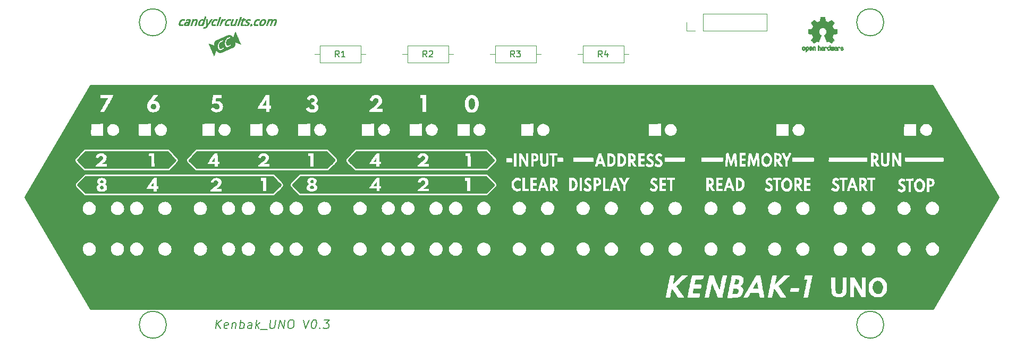
<source format=gbr>
G04 #@! TF.GenerationSoftware,KiCad,Pcbnew,8.0.0*
G04 #@! TF.CreationDate,2025-06-12T16:20:57-04:00*
G04 #@! TF.ProjectId,Kenbak_UNO_03,4b656e62-616b-45f5-954e-4f5f30332e6b,rev?*
G04 #@! TF.SameCoordinates,Original*
G04 #@! TF.FileFunction,Legend,Top*
G04 #@! TF.FilePolarity,Positive*
%FSLAX46Y46*%
G04 Gerber Fmt 4.6, Leading zero omitted, Abs format (unit mm)*
G04 Created by KiCad (PCBNEW 8.0.0) date 2025-06-12 16:20:57*
%MOMM*%
%LPD*%
G01*
G04 APERTURE LIST*
%ADD10C,0.300000*%
%ADD11C,0.150000*%
%ADD12C,0.200000*%
%ADD13C,0.000000*%
%ADD14C,0.120000*%
%ADD15C,0.010000*%
G04 APERTURE END LIST*
D10*
X236855000Y-74879200D02*
X226314000Y-57099200D01*
X236855000Y-74879200D02*
X226441000Y-92659200D01*
X81788000Y-74879200D02*
X92202000Y-57099200D01*
X92202000Y-92659200D02*
X226441000Y-92659200D01*
D11*
X218567000Y-46939200D02*
G75*
G02*
X214249000Y-46939200I-2159000J0D01*
G01*
X214249000Y-46939200D02*
G75*
G02*
X218567000Y-46939200I2159000J0D01*
G01*
X104267000Y-46939200D02*
G75*
G02*
X99949000Y-46939200I-2159000J0D01*
G01*
X99949000Y-46939200D02*
G75*
G02*
X104267000Y-46939200I2159000J0D01*
G01*
D10*
X81788000Y-74879200D02*
X92202000Y-92659200D01*
X92202000Y-57099200D02*
X226314000Y-57099200D01*
D11*
X218567000Y-95199200D02*
G75*
G02*
X214249000Y-95199200I-2159000J0D01*
G01*
X214249000Y-95199200D02*
G75*
G02*
X218567000Y-95199200I2159000J0D01*
G01*
X104267000Y-95199200D02*
G75*
G02*
X99949000Y-95199200I-2159000J0D01*
G01*
X99949000Y-95199200D02*
G75*
G02*
X104267000Y-95199200I2159000J0D01*
G01*
D12*
X112089578Y-95804866D02*
X112264578Y-94404866D01*
X112889578Y-95804866D02*
X112389578Y-95004866D01*
X113064578Y-94404866D02*
X112164578Y-95204866D01*
X114031244Y-95738200D02*
X113889578Y-95804866D01*
X113889578Y-95804866D02*
X113622911Y-95804866D01*
X113622911Y-95804866D02*
X113497911Y-95738200D01*
X113497911Y-95738200D02*
X113447911Y-95604866D01*
X113447911Y-95604866D02*
X113514578Y-95071533D01*
X113514578Y-95071533D02*
X113597911Y-94938200D01*
X113597911Y-94938200D02*
X113739578Y-94871533D01*
X113739578Y-94871533D02*
X114006244Y-94871533D01*
X114006244Y-94871533D02*
X114131244Y-94938200D01*
X114131244Y-94938200D02*
X114181244Y-95071533D01*
X114181244Y-95071533D02*
X114164578Y-95204866D01*
X114164578Y-95204866D02*
X113481244Y-95338200D01*
X114806244Y-94871533D02*
X114689578Y-95804866D01*
X114789578Y-95004866D02*
X114864578Y-94938200D01*
X114864578Y-94938200D02*
X115006244Y-94871533D01*
X115006244Y-94871533D02*
X115206244Y-94871533D01*
X115206244Y-94871533D02*
X115331244Y-94938200D01*
X115331244Y-94938200D02*
X115381244Y-95071533D01*
X115381244Y-95071533D02*
X115289578Y-95804866D01*
X115956245Y-95804866D02*
X116131245Y-94404866D01*
X116064578Y-94938200D02*
X116206245Y-94871533D01*
X116206245Y-94871533D02*
X116472911Y-94871533D01*
X116472911Y-94871533D02*
X116597911Y-94938200D01*
X116597911Y-94938200D02*
X116656245Y-95004866D01*
X116656245Y-95004866D02*
X116706245Y-95138200D01*
X116706245Y-95138200D02*
X116656245Y-95538200D01*
X116656245Y-95538200D02*
X116572911Y-95671533D01*
X116572911Y-95671533D02*
X116497911Y-95738200D01*
X116497911Y-95738200D02*
X116356245Y-95804866D01*
X116356245Y-95804866D02*
X116089578Y-95804866D01*
X116089578Y-95804866D02*
X115964578Y-95738200D01*
X117822912Y-95804866D02*
X117914578Y-95071533D01*
X117914578Y-95071533D02*
X117864578Y-94938200D01*
X117864578Y-94938200D02*
X117739578Y-94871533D01*
X117739578Y-94871533D02*
X117472912Y-94871533D01*
X117472912Y-94871533D02*
X117331245Y-94938200D01*
X117831245Y-95738200D02*
X117689578Y-95804866D01*
X117689578Y-95804866D02*
X117356245Y-95804866D01*
X117356245Y-95804866D02*
X117231245Y-95738200D01*
X117231245Y-95738200D02*
X117181245Y-95604866D01*
X117181245Y-95604866D02*
X117197912Y-95471533D01*
X117197912Y-95471533D02*
X117281245Y-95338200D01*
X117281245Y-95338200D02*
X117422912Y-95271533D01*
X117422912Y-95271533D02*
X117756245Y-95271533D01*
X117756245Y-95271533D02*
X117897912Y-95204866D01*
X118489579Y-95804866D02*
X118664579Y-94404866D01*
X118689579Y-95271533D02*
X119022912Y-95804866D01*
X119139579Y-94871533D02*
X118539579Y-95404866D01*
X119272912Y-95938200D02*
X120339578Y-95938200D01*
X120864579Y-94404866D02*
X120722912Y-95538200D01*
X120722912Y-95538200D02*
X120772912Y-95671533D01*
X120772912Y-95671533D02*
X120831245Y-95738200D01*
X120831245Y-95738200D02*
X120956245Y-95804866D01*
X120956245Y-95804866D02*
X121222912Y-95804866D01*
X121222912Y-95804866D02*
X121364579Y-95738200D01*
X121364579Y-95738200D02*
X121439579Y-95671533D01*
X121439579Y-95671533D02*
X121522912Y-95538200D01*
X121522912Y-95538200D02*
X121664579Y-94404866D01*
X122156246Y-95804866D02*
X122331246Y-94404866D01*
X122331246Y-94404866D02*
X122956246Y-95804866D01*
X122956246Y-95804866D02*
X123131246Y-94404866D01*
X124064579Y-94404866D02*
X124331246Y-94404866D01*
X124331246Y-94404866D02*
X124456246Y-94471533D01*
X124456246Y-94471533D02*
X124572913Y-94604866D01*
X124572913Y-94604866D02*
X124606246Y-94871533D01*
X124606246Y-94871533D02*
X124547913Y-95338200D01*
X124547913Y-95338200D02*
X124447913Y-95604866D01*
X124447913Y-95604866D02*
X124297913Y-95738200D01*
X124297913Y-95738200D02*
X124156246Y-95804866D01*
X124156246Y-95804866D02*
X123889579Y-95804866D01*
X123889579Y-95804866D02*
X123764579Y-95738200D01*
X123764579Y-95738200D02*
X123647913Y-95604866D01*
X123647913Y-95604866D02*
X123614579Y-95338200D01*
X123614579Y-95338200D02*
X123672913Y-94871533D01*
X123672913Y-94871533D02*
X123772913Y-94604866D01*
X123772913Y-94604866D02*
X123922913Y-94471533D01*
X123922913Y-94471533D02*
X124064579Y-94404866D01*
X126131247Y-94404866D02*
X126422913Y-95804866D01*
X126422913Y-95804866D02*
X127064580Y-94404866D01*
X127797913Y-94404866D02*
X127931247Y-94404866D01*
X127931247Y-94404866D02*
X128056247Y-94471533D01*
X128056247Y-94471533D02*
X128114580Y-94538200D01*
X128114580Y-94538200D02*
X128164580Y-94671533D01*
X128164580Y-94671533D02*
X128197913Y-94938200D01*
X128197913Y-94938200D02*
X128156247Y-95271533D01*
X128156247Y-95271533D02*
X128056247Y-95538200D01*
X128056247Y-95538200D02*
X127972913Y-95671533D01*
X127972913Y-95671533D02*
X127897913Y-95738200D01*
X127897913Y-95738200D02*
X127756247Y-95804866D01*
X127756247Y-95804866D02*
X127622913Y-95804866D01*
X127622913Y-95804866D02*
X127497913Y-95738200D01*
X127497913Y-95738200D02*
X127439580Y-95671533D01*
X127439580Y-95671533D02*
X127389580Y-95538200D01*
X127389580Y-95538200D02*
X127356247Y-95271533D01*
X127356247Y-95271533D02*
X127397913Y-94938200D01*
X127397913Y-94938200D02*
X127497913Y-94671533D01*
X127497913Y-94671533D02*
X127581247Y-94538200D01*
X127581247Y-94538200D02*
X127656247Y-94471533D01*
X127656247Y-94471533D02*
X127797913Y-94404866D01*
X128706246Y-95671533D02*
X128764580Y-95738200D01*
X128764580Y-95738200D02*
X128689580Y-95804866D01*
X128689580Y-95804866D02*
X128631246Y-95738200D01*
X128631246Y-95738200D02*
X128706246Y-95671533D01*
X128706246Y-95671533D02*
X128689580Y-95804866D01*
X129397913Y-94404866D02*
X130264580Y-94404866D01*
X130264580Y-94404866D02*
X129731247Y-94938200D01*
X129731247Y-94938200D02*
X129931247Y-94938200D01*
X129931247Y-94938200D02*
X130056247Y-95004866D01*
X130056247Y-95004866D02*
X130114580Y-95071533D01*
X130114580Y-95071533D02*
X130164580Y-95204866D01*
X130164580Y-95204866D02*
X130122913Y-95538200D01*
X130122913Y-95538200D02*
X130039580Y-95671533D01*
X130039580Y-95671533D02*
X129964580Y-95738200D01*
X129964580Y-95738200D02*
X129822913Y-95804866D01*
X129822913Y-95804866D02*
X129422913Y-95804866D01*
X129422913Y-95804866D02*
X129297913Y-95738200D01*
X129297913Y-95738200D02*
X129239580Y-95671533D01*
D11*
X212058476Y-80366400D02*
X212201333Y-80414019D01*
X212201333Y-80414019D02*
X212439428Y-80414019D01*
X212439428Y-80414019D02*
X212534666Y-80366400D01*
X212534666Y-80366400D02*
X212582285Y-80318780D01*
X212582285Y-80318780D02*
X212629904Y-80223542D01*
X212629904Y-80223542D02*
X212629904Y-80128304D01*
X212629904Y-80128304D02*
X212582285Y-80033066D01*
X212582285Y-80033066D02*
X212534666Y-79985447D01*
X212534666Y-79985447D02*
X212439428Y-79937828D01*
X212439428Y-79937828D02*
X212248952Y-79890209D01*
X212248952Y-79890209D02*
X212153714Y-79842590D01*
X212153714Y-79842590D02*
X212106095Y-79794971D01*
X212106095Y-79794971D02*
X212058476Y-79699733D01*
X212058476Y-79699733D02*
X212058476Y-79604495D01*
X212058476Y-79604495D02*
X212106095Y-79509257D01*
X212106095Y-79509257D02*
X212153714Y-79461638D01*
X212153714Y-79461638D02*
X212248952Y-79414019D01*
X212248952Y-79414019D02*
X212487047Y-79414019D01*
X212487047Y-79414019D02*
X212629904Y-79461638D01*
X212963238Y-79414019D02*
X213201333Y-80414019D01*
X213201333Y-80414019D02*
X213391809Y-79699733D01*
X213391809Y-79699733D02*
X213582285Y-80414019D01*
X213582285Y-80414019D02*
X213820381Y-79414019D01*
X214725142Y-80414019D02*
X214153714Y-80414019D01*
X214439428Y-80414019D02*
X214439428Y-79414019D01*
X214439428Y-79414019D02*
X214344190Y-79556876D01*
X214344190Y-79556876D02*
X214248952Y-79652114D01*
X214248952Y-79652114D02*
X214153714Y-79699733D01*
X215582285Y-79747352D02*
X215582285Y-80414019D01*
X215344190Y-79366400D02*
X215106095Y-80080685D01*
X215106095Y-80080685D02*
X215725142Y-80080685D01*
X143573667Y-80366400D02*
X143716524Y-80414019D01*
X143716524Y-80414019D02*
X143954619Y-80414019D01*
X143954619Y-80414019D02*
X144049857Y-80366400D01*
X144049857Y-80366400D02*
X144097476Y-80318780D01*
X144097476Y-80318780D02*
X144145095Y-80223542D01*
X144145095Y-80223542D02*
X144145095Y-80128304D01*
X144145095Y-80128304D02*
X144097476Y-80033066D01*
X144097476Y-80033066D02*
X144049857Y-79985447D01*
X144049857Y-79985447D02*
X143954619Y-79937828D01*
X143954619Y-79937828D02*
X143764143Y-79890209D01*
X143764143Y-79890209D02*
X143668905Y-79842590D01*
X143668905Y-79842590D02*
X143621286Y-79794971D01*
X143621286Y-79794971D02*
X143573667Y-79699733D01*
X143573667Y-79699733D02*
X143573667Y-79604495D01*
X143573667Y-79604495D02*
X143621286Y-79509257D01*
X143621286Y-79509257D02*
X143668905Y-79461638D01*
X143668905Y-79461638D02*
X143764143Y-79414019D01*
X143764143Y-79414019D02*
X144002238Y-79414019D01*
X144002238Y-79414019D02*
X144145095Y-79461638D01*
X144478429Y-79414019D02*
X144716524Y-80414019D01*
X144716524Y-80414019D02*
X144907000Y-79699733D01*
X144907000Y-79699733D02*
X145097476Y-80414019D01*
X145097476Y-80414019D02*
X145335572Y-79414019D01*
X145621286Y-79414019D02*
X146287952Y-79414019D01*
X146287952Y-79414019D02*
X145859381Y-80414019D01*
X151320667Y-80366400D02*
X151463524Y-80414019D01*
X151463524Y-80414019D02*
X151701619Y-80414019D01*
X151701619Y-80414019D02*
X151796857Y-80366400D01*
X151796857Y-80366400D02*
X151844476Y-80318780D01*
X151844476Y-80318780D02*
X151892095Y-80223542D01*
X151892095Y-80223542D02*
X151892095Y-80128304D01*
X151892095Y-80128304D02*
X151844476Y-80033066D01*
X151844476Y-80033066D02*
X151796857Y-79985447D01*
X151796857Y-79985447D02*
X151701619Y-79937828D01*
X151701619Y-79937828D02*
X151511143Y-79890209D01*
X151511143Y-79890209D02*
X151415905Y-79842590D01*
X151415905Y-79842590D02*
X151368286Y-79794971D01*
X151368286Y-79794971D02*
X151320667Y-79699733D01*
X151320667Y-79699733D02*
X151320667Y-79604495D01*
X151320667Y-79604495D02*
X151368286Y-79509257D01*
X151368286Y-79509257D02*
X151415905Y-79461638D01*
X151415905Y-79461638D02*
X151511143Y-79414019D01*
X151511143Y-79414019D02*
X151749238Y-79414019D01*
X151749238Y-79414019D02*
X151892095Y-79461638D01*
X152225429Y-79414019D02*
X152463524Y-80414019D01*
X152463524Y-80414019D02*
X152654000Y-79699733D01*
X152654000Y-79699733D02*
X152844476Y-80414019D01*
X152844476Y-80414019D02*
X153082572Y-79414019D01*
X153606381Y-79842590D02*
X153511143Y-79794971D01*
X153511143Y-79794971D02*
X153463524Y-79747352D01*
X153463524Y-79747352D02*
X153415905Y-79652114D01*
X153415905Y-79652114D02*
X153415905Y-79604495D01*
X153415905Y-79604495D02*
X153463524Y-79509257D01*
X153463524Y-79509257D02*
X153511143Y-79461638D01*
X153511143Y-79461638D02*
X153606381Y-79414019D01*
X153606381Y-79414019D02*
X153796857Y-79414019D01*
X153796857Y-79414019D02*
X153892095Y-79461638D01*
X153892095Y-79461638D02*
X153939714Y-79509257D01*
X153939714Y-79509257D02*
X153987333Y-79604495D01*
X153987333Y-79604495D02*
X153987333Y-79652114D01*
X153987333Y-79652114D02*
X153939714Y-79747352D01*
X153939714Y-79747352D02*
X153892095Y-79794971D01*
X153892095Y-79794971D02*
X153796857Y-79842590D01*
X153796857Y-79842590D02*
X153606381Y-79842590D01*
X153606381Y-79842590D02*
X153511143Y-79890209D01*
X153511143Y-79890209D02*
X153463524Y-79937828D01*
X153463524Y-79937828D02*
X153415905Y-80033066D01*
X153415905Y-80033066D02*
X153415905Y-80223542D01*
X153415905Y-80223542D02*
X153463524Y-80318780D01*
X153463524Y-80318780D02*
X153511143Y-80366400D01*
X153511143Y-80366400D02*
X153606381Y-80414019D01*
X153606381Y-80414019D02*
X153796857Y-80414019D01*
X153796857Y-80414019D02*
X153892095Y-80366400D01*
X153892095Y-80366400D02*
X153939714Y-80318780D01*
X153939714Y-80318780D02*
X153987333Y-80223542D01*
X153987333Y-80223542D02*
X153987333Y-80033066D01*
X153987333Y-80033066D02*
X153939714Y-79937828D01*
X153939714Y-79937828D02*
X153892095Y-79890209D01*
X153892095Y-79890209D02*
X153796857Y-79842590D01*
X145756333Y-52474019D02*
X145423000Y-51997828D01*
X145184905Y-52474019D02*
X145184905Y-51474019D01*
X145184905Y-51474019D02*
X145565857Y-51474019D01*
X145565857Y-51474019D02*
X145661095Y-51521638D01*
X145661095Y-51521638D02*
X145708714Y-51569257D01*
X145708714Y-51569257D02*
X145756333Y-51664495D01*
X145756333Y-51664495D02*
X145756333Y-51807352D01*
X145756333Y-51807352D02*
X145708714Y-51902590D01*
X145708714Y-51902590D02*
X145661095Y-51950209D01*
X145661095Y-51950209D02*
X145565857Y-51997828D01*
X145565857Y-51997828D02*
X145184905Y-51997828D01*
X146137286Y-51569257D02*
X146184905Y-51521638D01*
X146184905Y-51521638D02*
X146280143Y-51474019D01*
X146280143Y-51474019D02*
X146518238Y-51474019D01*
X146518238Y-51474019D02*
X146613476Y-51521638D01*
X146613476Y-51521638D02*
X146661095Y-51569257D01*
X146661095Y-51569257D02*
X146708714Y-51664495D01*
X146708714Y-51664495D02*
X146708714Y-51759733D01*
X146708714Y-51759733D02*
X146661095Y-51902590D01*
X146661095Y-51902590D02*
X146089667Y-52474019D01*
X146089667Y-52474019D02*
X146708714Y-52474019D01*
X161353667Y-80366400D02*
X161496524Y-80414019D01*
X161496524Y-80414019D02*
X161734619Y-80414019D01*
X161734619Y-80414019D02*
X161829857Y-80366400D01*
X161829857Y-80366400D02*
X161877476Y-80318780D01*
X161877476Y-80318780D02*
X161925095Y-80223542D01*
X161925095Y-80223542D02*
X161925095Y-80128304D01*
X161925095Y-80128304D02*
X161877476Y-80033066D01*
X161877476Y-80033066D02*
X161829857Y-79985447D01*
X161829857Y-79985447D02*
X161734619Y-79937828D01*
X161734619Y-79937828D02*
X161544143Y-79890209D01*
X161544143Y-79890209D02*
X161448905Y-79842590D01*
X161448905Y-79842590D02*
X161401286Y-79794971D01*
X161401286Y-79794971D02*
X161353667Y-79699733D01*
X161353667Y-79699733D02*
X161353667Y-79604495D01*
X161353667Y-79604495D02*
X161401286Y-79509257D01*
X161401286Y-79509257D02*
X161448905Y-79461638D01*
X161448905Y-79461638D02*
X161544143Y-79414019D01*
X161544143Y-79414019D02*
X161782238Y-79414019D01*
X161782238Y-79414019D02*
X161925095Y-79461638D01*
X162258429Y-79414019D02*
X162496524Y-80414019D01*
X162496524Y-80414019D02*
X162687000Y-79699733D01*
X162687000Y-79699733D02*
X162877476Y-80414019D01*
X162877476Y-80414019D02*
X163115572Y-79414019D01*
X163544143Y-80414019D02*
X163734619Y-80414019D01*
X163734619Y-80414019D02*
X163829857Y-80366400D01*
X163829857Y-80366400D02*
X163877476Y-80318780D01*
X163877476Y-80318780D02*
X163972714Y-80175923D01*
X163972714Y-80175923D02*
X164020333Y-79985447D01*
X164020333Y-79985447D02*
X164020333Y-79604495D01*
X164020333Y-79604495D02*
X163972714Y-79509257D01*
X163972714Y-79509257D02*
X163925095Y-79461638D01*
X163925095Y-79461638D02*
X163829857Y-79414019D01*
X163829857Y-79414019D02*
X163639381Y-79414019D01*
X163639381Y-79414019D02*
X163544143Y-79461638D01*
X163544143Y-79461638D02*
X163496524Y-79509257D01*
X163496524Y-79509257D02*
X163448905Y-79604495D01*
X163448905Y-79604495D02*
X163448905Y-79842590D01*
X163448905Y-79842590D02*
X163496524Y-79937828D01*
X163496524Y-79937828D02*
X163544143Y-79985447D01*
X163544143Y-79985447D02*
X163639381Y-80033066D01*
X163639381Y-80033066D02*
X163829857Y-80033066D01*
X163829857Y-80033066D02*
X163925095Y-79985447D01*
X163925095Y-79985447D02*
X163972714Y-79937828D01*
X163972714Y-79937828D02*
X164020333Y-79842590D01*
X201644476Y-80366400D02*
X201787333Y-80414019D01*
X201787333Y-80414019D02*
X202025428Y-80414019D01*
X202025428Y-80414019D02*
X202120666Y-80366400D01*
X202120666Y-80366400D02*
X202168285Y-80318780D01*
X202168285Y-80318780D02*
X202215904Y-80223542D01*
X202215904Y-80223542D02*
X202215904Y-80128304D01*
X202215904Y-80128304D02*
X202168285Y-80033066D01*
X202168285Y-80033066D02*
X202120666Y-79985447D01*
X202120666Y-79985447D02*
X202025428Y-79937828D01*
X202025428Y-79937828D02*
X201834952Y-79890209D01*
X201834952Y-79890209D02*
X201739714Y-79842590D01*
X201739714Y-79842590D02*
X201692095Y-79794971D01*
X201692095Y-79794971D02*
X201644476Y-79699733D01*
X201644476Y-79699733D02*
X201644476Y-79604495D01*
X201644476Y-79604495D02*
X201692095Y-79509257D01*
X201692095Y-79509257D02*
X201739714Y-79461638D01*
X201739714Y-79461638D02*
X201834952Y-79414019D01*
X201834952Y-79414019D02*
X202073047Y-79414019D01*
X202073047Y-79414019D02*
X202215904Y-79461638D01*
X202549238Y-79414019D02*
X202787333Y-80414019D01*
X202787333Y-80414019D02*
X202977809Y-79699733D01*
X202977809Y-79699733D02*
X203168285Y-80414019D01*
X203168285Y-80414019D02*
X203406381Y-79414019D01*
X204311142Y-80414019D02*
X203739714Y-80414019D01*
X204025428Y-80414019D02*
X204025428Y-79414019D01*
X204025428Y-79414019D02*
X203930190Y-79556876D01*
X203930190Y-79556876D02*
X203834952Y-79652114D01*
X203834952Y-79652114D02*
X203739714Y-79699733D01*
X204644476Y-79414019D02*
X205263523Y-79414019D01*
X205263523Y-79414019D02*
X204930190Y-79794971D01*
X204930190Y-79794971D02*
X205073047Y-79794971D01*
X205073047Y-79794971D02*
X205168285Y-79842590D01*
X205168285Y-79842590D02*
X205215904Y-79890209D01*
X205215904Y-79890209D02*
X205263523Y-79985447D01*
X205263523Y-79985447D02*
X205263523Y-80223542D01*
X205263523Y-80223542D02*
X205215904Y-80318780D01*
X205215904Y-80318780D02*
X205168285Y-80366400D01*
X205168285Y-80366400D02*
X205073047Y-80414019D01*
X205073047Y-80414019D02*
X204787333Y-80414019D01*
X204787333Y-80414019D02*
X204692095Y-80366400D01*
X204692095Y-80366400D02*
X204644476Y-80318780D01*
X125920667Y-80366400D02*
X126063524Y-80414019D01*
X126063524Y-80414019D02*
X126301619Y-80414019D01*
X126301619Y-80414019D02*
X126396857Y-80366400D01*
X126396857Y-80366400D02*
X126444476Y-80318780D01*
X126444476Y-80318780D02*
X126492095Y-80223542D01*
X126492095Y-80223542D02*
X126492095Y-80128304D01*
X126492095Y-80128304D02*
X126444476Y-80033066D01*
X126444476Y-80033066D02*
X126396857Y-79985447D01*
X126396857Y-79985447D02*
X126301619Y-79937828D01*
X126301619Y-79937828D02*
X126111143Y-79890209D01*
X126111143Y-79890209D02*
X126015905Y-79842590D01*
X126015905Y-79842590D02*
X125968286Y-79794971D01*
X125968286Y-79794971D02*
X125920667Y-79699733D01*
X125920667Y-79699733D02*
X125920667Y-79604495D01*
X125920667Y-79604495D02*
X125968286Y-79509257D01*
X125968286Y-79509257D02*
X126015905Y-79461638D01*
X126015905Y-79461638D02*
X126111143Y-79414019D01*
X126111143Y-79414019D02*
X126349238Y-79414019D01*
X126349238Y-79414019D02*
X126492095Y-79461638D01*
X126825429Y-79414019D02*
X127063524Y-80414019D01*
X127063524Y-80414019D02*
X127254000Y-79699733D01*
X127254000Y-79699733D02*
X127444476Y-80414019D01*
X127444476Y-80414019D02*
X127682572Y-79414019D01*
X128539714Y-79414019D02*
X128063524Y-79414019D01*
X128063524Y-79414019D02*
X128015905Y-79890209D01*
X128015905Y-79890209D02*
X128063524Y-79842590D01*
X128063524Y-79842590D02*
X128158762Y-79794971D01*
X128158762Y-79794971D02*
X128396857Y-79794971D01*
X128396857Y-79794971D02*
X128492095Y-79842590D01*
X128492095Y-79842590D02*
X128539714Y-79890209D01*
X128539714Y-79890209D02*
X128587333Y-79985447D01*
X128587333Y-79985447D02*
X128587333Y-80223542D01*
X128587333Y-80223542D02*
X128539714Y-80318780D01*
X128539714Y-80318780D02*
X128492095Y-80366400D01*
X128492095Y-80366400D02*
X128396857Y-80414019D01*
X128396857Y-80414019D02*
X128158762Y-80414019D01*
X128158762Y-80414019D02*
X128063524Y-80366400D01*
X128063524Y-80366400D02*
X128015905Y-80318780D01*
X173696333Y-52474019D02*
X173363000Y-51997828D01*
X173124905Y-52474019D02*
X173124905Y-51474019D01*
X173124905Y-51474019D02*
X173505857Y-51474019D01*
X173505857Y-51474019D02*
X173601095Y-51521638D01*
X173601095Y-51521638D02*
X173648714Y-51569257D01*
X173648714Y-51569257D02*
X173696333Y-51664495D01*
X173696333Y-51664495D02*
X173696333Y-51807352D01*
X173696333Y-51807352D02*
X173648714Y-51902590D01*
X173648714Y-51902590D02*
X173601095Y-51950209D01*
X173601095Y-51950209D02*
X173505857Y-51997828D01*
X173505857Y-51997828D02*
X173124905Y-51997828D01*
X174553476Y-51807352D02*
X174553476Y-52474019D01*
X174315381Y-51426400D02*
X174077286Y-52140685D01*
X174077286Y-52140685D02*
X174696333Y-52140685D01*
X118300667Y-80366400D02*
X118443524Y-80414019D01*
X118443524Y-80414019D02*
X118681619Y-80414019D01*
X118681619Y-80414019D02*
X118776857Y-80366400D01*
X118776857Y-80366400D02*
X118824476Y-80318780D01*
X118824476Y-80318780D02*
X118872095Y-80223542D01*
X118872095Y-80223542D02*
X118872095Y-80128304D01*
X118872095Y-80128304D02*
X118824476Y-80033066D01*
X118824476Y-80033066D02*
X118776857Y-79985447D01*
X118776857Y-79985447D02*
X118681619Y-79937828D01*
X118681619Y-79937828D02*
X118491143Y-79890209D01*
X118491143Y-79890209D02*
X118395905Y-79842590D01*
X118395905Y-79842590D02*
X118348286Y-79794971D01*
X118348286Y-79794971D02*
X118300667Y-79699733D01*
X118300667Y-79699733D02*
X118300667Y-79604495D01*
X118300667Y-79604495D02*
X118348286Y-79509257D01*
X118348286Y-79509257D02*
X118395905Y-79461638D01*
X118395905Y-79461638D02*
X118491143Y-79414019D01*
X118491143Y-79414019D02*
X118729238Y-79414019D01*
X118729238Y-79414019D02*
X118872095Y-79461638D01*
X119205429Y-79414019D02*
X119443524Y-80414019D01*
X119443524Y-80414019D02*
X119634000Y-79699733D01*
X119634000Y-79699733D02*
X119824476Y-80414019D01*
X119824476Y-80414019D02*
X120062572Y-79414019D01*
X120872095Y-79747352D02*
X120872095Y-80414019D01*
X120634000Y-79366400D02*
X120395905Y-80080685D01*
X120395905Y-80080685D02*
X121014952Y-80080685D01*
X222218476Y-80366400D02*
X222361333Y-80414019D01*
X222361333Y-80414019D02*
X222599428Y-80414019D01*
X222599428Y-80414019D02*
X222694666Y-80366400D01*
X222694666Y-80366400D02*
X222742285Y-80318780D01*
X222742285Y-80318780D02*
X222789904Y-80223542D01*
X222789904Y-80223542D02*
X222789904Y-80128304D01*
X222789904Y-80128304D02*
X222742285Y-80033066D01*
X222742285Y-80033066D02*
X222694666Y-79985447D01*
X222694666Y-79985447D02*
X222599428Y-79937828D01*
X222599428Y-79937828D02*
X222408952Y-79890209D01*
X222408952Y-79890209D02*
X222313714Y-79842590D01*
X222313714Y-79842590D02*
X222266095Y-79794971D01*
X222266095Y-79794971D02*
X222218476Y-79699733D01*
X222218476Y-79699733D02*
X222218476Y-79604495D01*
X222218476Y-79604495D02*
X222266095Y-79509257D01*
X222266095Y-79509257D02*
X222313714Y-79461638D01*
X222313714Y-79461638D02*
X222408952Y-79414019D01*
X222408952Y-79414019D02*
X222647047Y-79414019D01*
X222647047Y-79414019D02*
X222789904Y-79461638D01*
X223123238Y-79414019D02*
X223361333Y-80414019D01*
X223361333Y-80414019D02*
X223551809Y-79699733D01*
X223551809Y-79699733D02*
X223742285Y-80414019D01*
X223742285Y-80414019D02*
X223980381Y-79414019D01*
X224885142Y-80414019D02*
X224313714Y-80414019D01*
X224599428Y-80414019D02*
X224599428Y-79414019D01*
X224599428Y-79414019D02*
X224504190Y-79556876D01*
X224504190Y-79556876D02*
X224408952Y-79652114D01*
X224408952Y-79652114D02*
X224313714Y-79699733D01*
X225789904Y-79414019D02*
X225313714Y-79414019D01*
X225313714Y-79414019D02*
X225266095Y-79890209D01*
X225266095Y-79890209D02*
X225313714Y-79842590D01*
X225313714Y-79842590D02*
X225408952Y-79794971D01*
X225408952Y-79794971D02*
X225647047Y-79794971D01*
X225647047Y-79794971D02*
X225742285Y-79842590D01*
X225742285Y-79842590D02*
X225789904Y-79890209D01*
X225789904Y-79890209D02*
X225837523Y-79985447D01*
X225837523Y-79985447D02*
X225837523Y-80223542D01*
X225837523Y-80223542D02*
X225789904Y-80318780D01*
X225789904Y-80318780D02*
X225742285Y-80366400D01*
X225742285Y-80366400D02*
X225647047Y-80414019D01*
X225647047Y-80414019D02*
X225408952Y-80414019D01*
X225408952Y-80414019D02*
X225313714Y-80366400D01*
X225313714Y-80366400D02*
X225266095Y-80318780D01*
X110553667Y-80366400D02*
X110696524Y-80414019D01*
X110696524Y-80414019D02*
X110934619Y-80414019D01*
X110934619Y-80414019D02*
X111029857Y-80366400D01*
X111029857Y-80366400D02*
X111077476Y-80318780D01*
X111077476Y-80318780D02*
X111125095Y-80223542D01*
X111125095Y-80223542D02*
X111125095Y-80128304D01*
X111125095Y-80128304D02*
X111077476Y-80033066D01*
X111077476Y-80033066D02*
X111029857Y-79985447D01*
X111029857Y-79985447D02*
X110934619Y-79937828D01*
X110934619Y-79937828D02*
X110744143Y-79890209D01*
X110744143Y-79890209D02*
X110648905Y-79842590D01*
X110648905Y-79842590D02*
X110601286Y-79794971D01*
X110601286Y-79794971D02*
X110553667Y-79699733D01*
X110553667Y-79699733D02*
X110553667Y-79604495D01*
X110553667Y-79604495D02*
X110601286Y-79509257D01*
X110601286Y-79509257D02*
X110648905Y-79461638D01*
X110648905Y-79461638D02*
X110744143Y-79414019D01*
X110744143Y-79414019D02*
X110982238Y-79414019D01*
X110982238Y-79414019D02*
X111125095Y-79461638D01*
X111458429Y-79414019D02*
X111696524Y-80414019D01*
X111696524Y-80414019D02*
X111887000Y-79699733D01*
X111887000Y-79699733D02*
X112077476Y-80414019D01*
X112077476Y-80414019D02*
X112315572Y-79414019D01*
X112601286Y-79414019D02*
X113220333Y-79414019D01*
X113220333Y-79414019D02*
X112887000Y-79794971D01*
X112887000Y-79794971D02*
X113029857Y-79794971D01*
X113029857Y-79794971D02*
X113125095Y-79842590D01*
X113125095Y-79842590D02*
X113172714Y-79890209D01*
X113172714Y-79890209D02*
X113220333Y-79985447D01*
X113220333Y-79985447D02*
X113220333Y-80223542D01*
X113220333Y-80223542D02*
X113172714Y-80318780D01*
X113172714Y-80318780D02*
X113125095Y-80366400D01*
X113125095Y-80366400D02*
X113029857Y-80414019D01*
X113029857Y-80414019D02*
X112744143Y-80414019D01*
X112744143Y-80414019D02*
X112648905Y-80366400D01*
X112648905Y-80366400D02*
X112601286Y-80318780D01*
X100520667Y-80366400D02*
X100663524Y-80414019D01*
X100663524Y-80414019D02*
X100901619Y-80414019D01*
X100901619Y-80414019D02*
X100996857Y-80366400D01*
X100996857Y-80366400D02*
X101044476Y-80318780D01*
X101044476Y-80318780D02*
X101092095Y-80223542D01*
X101092095Y-80223542D02*
X101092095Y-80128304D01*
X101092095Y-80128304D02*
X101044476Y-80033066D01*
X101044476Y-80033066D02*
X100996857Y-79985447D01*
X100996857Y-79985447D02*
X100901619Y-79937828D01*
X100901619Y-79937828D02*
X100711143Y-79890209D01*
X100711143Y-79890209D02*
X100615905Y-79842590D01*
X100615905Y-79842590D02*
X100568286Y-79794971D01*
X100568286Y-79794971D02*
X100520667Y-79699733D01*
X100520667Y-79699733D02*
X100520667Y-79604495D01*
X100520667Y-79604495D02*
X100568286Y-79509257D01*
X100568286Y-79509257D02*
X100615905Y-79461638D01*
X100615905Y-79461638D02*
X100711143Y-79414019D01*
X100711143Y-79414019D02*
X100949238Y-79414019D01*
X100949238Y-79414019D02*
X101092095Y-79461638D01*
X101425429Y-79414019D02*
X101663524Y-80414019D01*
X101663524Y-80414019D02*
X101854000Y-79699733D01*
X101854000Y-79699733D02*
X102044476Y-80414019D01*
X102044476Y-80414019D02*
X102282572Y-79414019D01*
X102615905Y-79509257D02*
X102663524Y-79461638D01*
X102663524Y-79461638D02*
X102758762Y-79414019D01*
X102758762Y-79414019D02*
X102996857Y-79414019D01*
X102996857Y-79414019D02*
X103092095Y-79461638D01*
X103092095Y-79461638D02*
X103139714Y-79509257D01*
X103139714Y-79509257D02*
X103187333Y-79604495D01*
X103187333Y-79604495D02*
X103187333Y-79699733D01*
X103187333Y-79699733D02*
X103139714Y-79842590D01*
X103139714Y-79842590D02*
X102568286Y-80414019D01*
X102568286Y-80414019D02*
X103187333Y-80414019D01*
X135953667Y-80366400D02*
X136096524Y-80414019D01*
X136096524Y-80414019D02*
X136334619Y-80414019D01*
X136334619Y-80414019D02*
X136429857Y-80366400D01*
X136429857Y-80366400D02*
X136477476Y-80318780D01*
X136477476Y-80318780D02*
X136525095Y-80223542D01*
X136525095Y-80223542D02*
X136525095Y-80128304D01*
X136525095Y-80128304D02*
X136477476Y-80033066D01*
X136477476Y-80033066D02*
X136429857Y-79985447D01*
X136429857Y-79985447D02*
X136334619Y-79937828D01*
X136334619Y-79937828D02*
X136144143Y-79890209D01*
X136144143Y-79890209D02*
X136048905Y-79842590D01*
X136048905Y-79842590D02*
X136001286Y-79794971D01*
X136001286Y-79794971D02*
X135953667Y-79699733D01*
X135953667Y-79699733D02*
X135953667Y-79604495D01*
X135953667Y-79604495D02*
X136001286Y-79509257D01*
X136001286Y-79509257D02*
X136048905Y-79461638D01*
X136048905Y-79461638D02*
X136144143Y-79414019D01*
X136144143Y-79414019D02*
X136382238Y-79414019D01*
X136382238Y-79414019D02*
X136525095Y-79461638D01*
X136858429Y-79414019D02*
X137096524Y-80414019D01*
X137096524Y-80414019D02*
X137287000Y-79699733D01*
X137287000Y-79699733D02*
X137477476Y-80414019D01*
X137477476Y-80414019D02*
X137715572Y-79414019D01*
X138525095Y-79414019D02*
X138334619Y-79414019D01*
X138334619Y-79414019D02*
X138239381Y-79461638D01*
X138239381Y-79461638D02*
X138191762Y-79509257D01*
X138191762Y-79509257D02*
X138096524Y-79652114D01*
X138096524Y-79652114D02*
X138048905Y-79842590D01*
X138048905Y-79842590D02*
X138048905Y-80223542D01*
X138048905Y-80223542D02*
X138096524Y-80318780D01*
X138096524Y-80318780D02*
X138144143Y-80366400D01*
X138144143Y-80366400D02*
X138239381Y-80414019D01*
X138239381Y-80414019D02*
X138429857Y-80414019D01*
X138429857Y-80414019D02*
X138525095Y-80366400D01*
X138525095Y-80366400D02*
X138572714Y-80318780D01*
X138572714Y-80318780D02*
X138620333Y-80223542D01*
X138620333Y-80223542D02*
X138620333Y-79985447D01*
X138620333Y-79985447D02*
X138572714Y-79890209D01*
X138572714Y-79890209D02*
X138525095Y-79842590D01*
X138525095Y-79842590D02*
X138429857Y-79794971D01*
X138429857Y-79794971D02*
X138239381Y-79794971D01*
X138239381Y-79794971D02*
X138144143Y-79842590D01*
X138144143Y-79842590D02*
X138096524Y-79890209D01*
X138096524Y-79890209D02*
X138048905Y-79985447D01*
X131786333Y-52474019D02*
X131453000Y-51997828D01*
X131214905Y-52474019D02*
X131214905Y-51474019D01*
X131214905Y-51474019D02*
X131595857Y-51474019D01*
X131595857Y-51474019D02*
X131691095Y-51521638D01*
X131691095Y-51521638D02*
X131738714Y-51569257D01*
X131738714Y-51569257D02*
X131786333Y-51664495D01*
X131786333Y-51664495D02*
X131786333Y-51807352D01*
X131786333Y-51807352D02*
X131738714Y-51902590D01*
X131738714Y-51902590D02*
X131691095Y-51950209D01*
X131691095Y-51950209D02*
X131595857Y-51997828D01*
X131595857Y-51997828D02*
X131214905Y-51997828D01*
X132738714Y-52474019D02*
X132167286Y-52474019D01*
X132453000Y-52474019D02*
X132453000Y-51474019D01*
X132453000Y-51474019D02*
X132357762Y-51616876D01*
X132357762Y-51616876D02*
X132262524Y-51712114D01*
X132262524Y-51712114D02*
X132167286Y-51759733D01*
X181324476Y-80366400D02*
X181467333Y-80414019D01*
X181467333Y-80414019D02*
X181705428Y-80414019D01*
X181705428Y-80414019D02*
X181800666Y-80366400D01*
X181800666Y-80366400D02*
X181848285Y-80318780D01*
X181848285Y-80318780D02*
X181895904Y-80223542D01*
X181895904Y-80223542D02*
X181895904Y-80128304D01*
X181895904Y-80128304D02*
X181848285Y-80033066D01*
X181848285Y-80033066D02*
X181800666Y-79985447D01*
X181800666Y-79985447D02*
X181705428Y-79937828D01*
X181705428Y-79937828D02*
X181514952Y-79890209D01*
X181514952Y-79890209D02*
X181419714Y-79842590D01*
X181419714Y-79842590D02*
X181372095Y-79794971D01*
X181372095Y-79794971D02*
X181324476Y-79699733D01*
X181324476Y-79699733D02*
X181324476Y-79604495D01*
X181324476Y-79604495D02*
X181372095Y-79509257D01*
X181372095Y-79509257D02*
X181419714Y-79461638D01*
X181419714Y-79461638D02*
X181514952Y-79414019D01*
X181514952Y-79414019D02*
X181753047Y-79414019D01*
X181753047Y-79414019D02*
X181895904Y-79461638D01*
X182229238Y-79414019D02*
X182467333Y-80414019D01*
X182467333Y-80414019D02*
X182657809Y-79699733D01*
X182657809Y-79699733D02*
X182848285Y-80414019D01*
X182848285Y-80414019D02*
X183086381Y-79414019D01*
X183991142Y-80414019D02*
X183419714Y-80414019D01*
X183705428Y-80414019D02*
X183705428Y-79414019D01*
X183705428Y-79414019D02*
X183610190Y-79556876D01*
X183610190Y-79556876D02*
X183514952Y-79652114D01*
X183514952Y-79652114D02*
X183419714Y-79699733D01*
X184943523Y-80414019D02*
X184372095Y-80414019D01*
X184657809Y-80414019D02*
X184657809Y-79414019D01*
X184657809Y-79414019D02*
X184562571Y-79556876D01*
X184562571Y-79556876D02*
X184467333Y-79652114D01*
X184467333Y-79652114D02*
X184372095Y-79699733D01*
X92900667Y-80366400D02*
X93043524Y-80414019D01*
X93043524Y-80414019D02*
X93281619Y-80414019D01*
X93281619Y-80414019D02*
X93376857Y-80366400D01*
X93376857Y-80366400D02*
X93424476Y-80318780D01*
X93424476Y-80318780D02*
X93472095Y-80223542D01*
X93472095Y-80223542D02*
X93472095Y-80128304D01*
X93472095Y-80128304D02*
X93424476Y-80033066D01*
X93424476Y-80033066D02*
X93376857Y-79985447D01*
X93376857Y-79985447D02*
X93281619Y-79937828D01*
X93281619Y-79937828D02*
X93091143Y-79890209D01*
X93091143Y-79890209D02*
X92995905Y-79842590D01*
X92995905Y-79842590D02*
X92948286Y-79794971D01*
X92948286Y-79794971D02*
X92900667Y-79699733D01*
X92900667Y-79699733D02*
X92900667Y-79604495D01*
X92900667Y-79604495D02*
X92948286Y-79509257D01*
X92948286Y-79509257D02*
X92995905Y-79461638D01*
X92995905Y-79461638D02*
X93091143Y-79414019D01*
X93091143Y-79414019D02*
X93329238Y-79414019D01*
X93329238Y-79414019D02*
X93472095Y-79461638D01*
X93805429Y-79414019D02*
X94043524Y-80414019D01*
X94043524Y-80414019D02*
X94234000Y-79699733D01*
X94234000Y-79699733D02*
X94424476Y-80414019D01*
X94424476Y-80414019D02*
X94662572Y-79414019D01*
X95567333Y-80414019D02*
X94995905Y-80414019D01*
X95281619Y-80414019D02*
X95281619Y-79414019D01*
X95281619Y-79414019D02*
X95186381Y-79556876D01*
X95186381Y-79556876D02*
X95091143Y-79652114D01*
X95091143Y-79652114D02*
X94995905Y-79699733D01*
X191357476Y-80366400D02*
X191500333Y-80414019D01*
X191500333Y-80414019D02*
X191738428Y-80414019D01*
X191738428Y-80414019D02*
X191833666Y-80366400D01*
X191833666Y-80366400D02*
X191881285Y-80318780D01*
X191881285Y-80318780D02*
X191928904Y-80223542D01*
X191928904Y-80223542D02*
X191928904Y-80128304D01*
X191928904Y-80128304D02*
X191881285Y-80033066D01*
X191881285Y-80033066D02*
X191833666Y-79985447D01*
X191833666Y-79985447D02*
X191738428Y-79937828D01*
X191738428Y-79937828D02*
X191547952Y-79890209D01*
X191547952Y-79890209D02*
X191452714Y-79842590D01*
X191452714Y-79842590D02*
X191405095Y-79794971D01*
X191405095Y-79794971D02*
X191357476Y-79699733D01*
X191357476Y-79699733D02*
X191357476Y-79604495D01*
X191357476Y-79604495D02*
X191405095Y-79509257D01*
X191405095Y-79509257D02*
X191452714Y-79461638D01*
X191452714Y-79461638D02*
X191547952Y-79414019D01*
X191547952Y-79414019D02*
X191786047Y-79414019D01*
X191786047Y-79414019D02*
X191928904Y-79461638D01*
X192262238Y-79414019D02*
X192500333Y-80414019D01*
X192500333Y-80414019D02*
X192690809Y-79699733D01*
X192690809Y-79699733D02*
X192881285Y-80414019D01*
X192881285Y-80414019D02*
X193119381Y-79414019D01*
X194024142Y-80414019D02*
X193452714Y-80414019D01*
X193738428Y-80414019D02*
X193738428Y-79414019D01*
X193738428Y-79414019D02*
X193643190Y-79556876D01*
X193643190Y-79556876D02*
X193547952Y-79652114D01*
X193547952Y-79652114D02*
X193452714Y-79699733D01*
X194405095Y-79509257D02*
X194452714Y-79461638D01*
X194452714Y-79461638D02*
X194547952Y-79414019D01*
X194547952Y-79414019D02*
X194786047Y-79414019D01*
X194786047Y-79414019D02*
X194881285Y-79461638D01*
X194881285Y-79461638D02*
X194928904Y-79509257D01*
X194928904Y-79509257D02*
X194976523Y-79604495D01*
X194976523Y-79604495D02*
X194976523Y-79699733D01*
X194976523Y-79699733D02*
X194928904Y-79842590D01*
X194928904Y-79842590D02*
X194357476Y-80414019D01*
X194357476Y-80414019D02*
X194976523Y-80414019D01*
X171164476Y-80366400D02*
X171307333Y-80414019D01*
X171307333Y-80414019D02*
X171545428Y-80414019D01*
X171545428Y-80414019D02*
X171640666Y-80366400D01*
X171640666Y-80366400D02*
X171688285Y-80318780D01*
X171688285Y-80318780D02*
X171735904Y-80223542D01*
X171735904Y-80223542D02*
X171735904Y-80128304D01*
X171735904Y-80128304D02*
X171688285Y-80033066D01*
X171688285Y-80033066D02*
X171640666Y-79985447D01*
X171640666Y-79985447D02*
X171545428Y-79937828D01*
X171545428Y-79937828D02*
X171354952Y-79890209D01*
X171354952Y-79890209D02*
X171259714Y-79842590D01*
X171259714Y-79842590D02*
X171212095Y-79794971D01*
X171212095Y-79794971D02*
X171164476Y-79699733D01*
X171164476Y-79699733D02*
X171164476Y-79604495D01*
X171164476Y-79604495D02*
X171212095Y-79509257D01*
X171212095Y-79509257D02*
X171259714Y-79461638D01*
X171259714Y-79461638D02*
X171354952Y-79414019D01*
X171354952Y-79414019D02*
X171593047Y-79414019D01*
X171593047Y-79414019D02*
X171735904Y-79461638D01*
X172069238Y-79414019D02*
X172307333Y-80414019D01*
X172307333Y-80414019D02*
X172497809Y-79699733D01*
X172497809Y-79699733D02*
X172688285Y-80414019D01*
X172688285Y-80414019D02*
X172926381Y-79414019D01*
X173831142Y-80414019D02*
X173259714Y-80414019D01*
X173545428Y-80414019D02*
X173545428Y-79414019D01*
X173545428Y-79414019D02*
X173450190Y-79556876D01*
X173450190Y-79556876D02*
X173354952Y-79652114D01*
X173354952Y-79652114D02*
X173259714Y-79699733D01*
X174450190Y-79414019D02*
X174545428Y-79414019D01*
X174545428Y-79414019D02*
X174640666Y-79461638D01*
X174640666Y-79461638D02*
X174688285Y-79509257D01*
X174688285Y-79509257D02*
X174735904Y-79604495D01*
X174735904Y-79604495D02*
X174783523Y-79794971D01*
X174783523Y-79794971D02*
X174783523Y-80033066D01*
X174783523Y-80033066D02*
X174735904Y-80223542D01*
X174735904Y-80223542D02*
X174688285Y-80318780D01*
X174688285Y-80318780D02*
X174640666Y-80366400D01*
X174640666Y-80366400D02*
X174545428Y-80414019D01*
X174545428Y-80414019D02*
X174450190Y-80414019D01*
X174450190Y-80414019D02*
X174354952Y-80366400D01*
X174354952Y-80366400D02*
X174307333Y-80318780D01*
X174307333Y-80318780D02*
X174259714Y-80223542D01*
X174259714Y-80223542D02*
X174212095Y-80033066D01*
X174212095Y-80033066D02*
X174212095Y-79794971D01*
X174212095Y-79794971D02*
X174259714Y-79604495D01*
X174259714Y-79604495D02*
X174307333Y-79509257D01*
X174307333Y-79509257D02*
X174354952Y-79461638D01*
X174354952Y-79461638D02*
X174450190Y-79414019D01*
X159726333Y-52474019D02*
X159393000Y-51997828D01*
X159154905Y-52474019D02*
X159154905Y-51474019D01*
X159154905Y-51474019D02*
X159535857Y-51474019D01*
X159535857Y-51474019D02*
X159631095Y-51521638D01*
X159631095Y-51521638D02*
X159678714Y-51569257D01*
X159678714Y-51569257D02*
X159726333Y-51664495D01*
X159726333Y-51664495D02*
X159726333Y-51807352D01*
X159726333Y-51807352D02*
X159678714Y-51902590D01*
X159678714Y-51902590D02*
X159631095Y-51950209D01*
X159631095Y-51950209D02*
X159535857Y-51997828D01*
X159535857Y-51997828D02*
X159154905Y-51997828D01*
X160059667Y-51474019D02*
X160678714Y-51474019D01*
X160678714Y-51474019D02*
X160345381Y-51854971D01*
X160345381Y-51854971D02*
X160488238Y-51854971D01*
X160488238Y-51854971D02*
X160583476Y-51902590D01*
X160583476Y-51902590D02*
X160631095Y-51950209D01*
X160631095Y-51950209D02*
X160678714Y-52045447D01*
X160678714Y-52045447D02*
X160678714Y-52283542D01*
X160678714Y-52283542D02*
X160631095Y-52378780D01*
X160631095Y-52378780D02*
X160583476Y-52426400D01*
X160583476Y-52426400D02*
X160488238Y-52474019D01*
X160488238Y-52474019D02*
X160202524Y-52474019D01*
X160202524Y-52474019D02*
X160107286Y-52426400D01*
X160107286Y-52426400D02*
X160059667Y-52378780D01*
D13*
G36*
X111958920Y-68845841D02*
G01*
X111958920Y-69199700D01*
X111717445Y-69199700D01*
X111475970Y-69199700D01*
X111532857Y-69112497D01*
X111575332Y-69048977D01*
X111642970Y-68949572D01*
X111724726Y-68830467D01*
X111774331Y-68758637D01*
X111958920Y-68491981D01*
X111958920Y-68845841D01*
G37*
G36*
X178494220Y-68243905D02*
G01*
X178595953Y-68316539D01*
X178659751Y-68421010D01*
X178677314Y-68543750D01*
X178640631Y-68670636D01*
X178571976Y-68761056D01*
X178477765Y-68807029D01*
X178368345Y-68818167D01*
X178233576Y-68819176D01*
X178233576Y-68517927D01*
X178233576Y-68216679D01*
X178362857Y-68216679D01*
X178494220Y-68243905D01*
G37*
G36*
X190814662Y-72096648D02*
G01*
X190960243Y-72139350D01*
X191057003Y-72221695D01*
X191103646Y-72342334D01*
X191107983Y-72402447D01*
X191082168Y-72540057D01*
X191006247Y-72639532D01*
X190882509Y-72698475D01*
X190813616Y-72710939D01*
X190664038Y-72727798D01*
X190664038Y-72402260D01*
X190664038Y-72076723D01*
X190814662Y-72096648D01*
G37*
G36*
X201627896Y-68164563D02*
G01*
X201773476Y-68207265D01*
X201870236Y-68289611D01*
X201916880Y-68410249D01*
X201921217Y-68470362D01*
X201895401Y-68607972D01*
X201819481Y-68707447D01*
X201695743Y-68766390D01*
X201626849Y-68778854D01*
X201477272Y-68795713D01*
X201477272Y-68470175D01*
X201477272Y-68144638D01*
X201627896Y-68164563D01*
G37*
G36*
X225981454Y-72223489D02*
G01*
X226126542Y-72266221D01*
X226223602Y-72348106D01*
X226269989Y-72466433D01*
X226273766Y-72523129D01*
X226247072Y-72656998D01*
X226171613Y-72751570D01*
X226050383Y-72804200D01*
X225943901Y-72814681D01*
X225830830Y-72814681D01*
X225830830Y-72509123D01*
X225830830Y-72203564D01*
X225981454Y-72223489D01*
G37*
G36*
X120140193Y-59791344D02*
G01*
X120140193Y-60257378D01*
X119852928Y-60257378D01*
X119713343Y-60255403D01*
X119628788Y-60248645D01*
X119590968Y-60235852D01*
X119590281Y-60217740D01*
X119614746Y-60178136D01*
X119666144Y-60094788D01*
X119738153Y-59977957D01*
X119824450Y-59837898D01*
X119877546Y-59751706D01*
X120140193Y-59325311D01*
X120140193Y-59791344D01*
G37*
G36*
X137730516Y-68563308D02*
G01*
X137735496Y-68643150D01*
X137738644Y-68760208D01*
X137739444Y-68866741D01*
X137739444Y-69199700D01*
X137500907Y-69199700D01*
X137262370Y-69199700D01*
X137485761Y-68866741D01*
X137571251Y-68741002D01*
X137644106Y-68637005D01*
X137697173Y-68564734D01*
X137723301Y-68534173D01*
X137724298Y-68533782D01*
X137730516Y-68563308D01*
G37*
G36*
X137764774Y-72365933D02*
G01*
X137768106Y-72441773D01*
X137770348Y-72557344D01*
X137771154Y-72698410D01*
X137771154Y-73068364D01*
X137515521Y-73068364D01*
X137259888Y-73068364D01*
X137505068Y-72711623D01*
X137595315Y-72580450D01*
X137672180Y-72468989D01*
X137728789Y-72387190D01*
X137758268Y-72345000D01*
X137760701Y-72341668D01*
X137764774Y-72365933D01*
G37*
G36*
X204911563Y-72110390D02*
G01*
X205026114Y-72180319D01*
X205096714Y-72287316D01*
X205116109Y-72423564D01*
X205111686Y-72463972D01*
X205067841Y-72587377D01*
X204980126Y-72667852D01*
X204844352Y-72709024D01*
X204826267Y-72711314D01*
X204680018Y-72727798D01*
X204680018Y-72406571D01*
X204680018Y-72085343D01*
X204760313Y-72085343D01*
X204911563Y-72110390D01*
G37*
G36*
X215162267Y-72093401D02*
G01*
X215312491Y-72134726D01*
X215415663Y-72216187D01*
X215468010Y-72332347D01*
X215465756Y-72477765D01*
X215456421Y-72517322D01*
X215396614Y-72622441D01*
X215290268Y-72691681D01*
X215146647Y-72719298D01*
X215130157Y-72719550D01*
X215017596Y-72719550D01*
X215017596Y-72398323D01*
X215017596Y-72077095D01*
X215162267Y-72093401D01*
G37*
G36*
X217151763Y-68178305D02*
G01*
X217266314Y-68248234D01*
X217336914Y-68355231D01*
X217356308Y-68491479D01*
X217351886Y-68531887D01*
X217308041Y-68655292D01*
X217220325Y-68735767D01*
X217084552Y-68776939D01*
X217066466Y-68779229D01*
X216920218Y-68795713D01*
X216920218Y-68474486D01*
X216920218Y-68153258D01*
X217000512Y-68153258D01*
X217151763Y-68178305D01*
G37*
G36*
X94122771Y-72147534D02*
G01*
X94205975Y-72226879D01*
X94251676Y-72327898D01*
X94250057Y-72424114D01*
X94195117Y-72528085D01*
X94102246Y-72596654D01*
X93988872Y-72625358D01*
X93872426Y-72609736D01*
X93771586Y-72546585D01*
X93711411Y-72447180D01*
X93701836Y-72335070D01*
X93737774Y-72227901D01*
X93814137Y-72143319D01*
X93899100Y-72104225D01*
X94015876Y-72102453D01*
X94122771Y-72147534D01*
G37*
G36*
X176678284Y-68256852D02*
G01*
X176841100Y-68308642D01*
X176974297Y-68412967D01*
X177073390Y-68564138D01*
X177133897Y-68756465D01*
X177147071Y-68851895D01*
X177142018Y-69048428D01*
X177094475Y-69227321D01*
X177010878Y-69379151D01*
X176897662Y-69494496D01*
X176761262Y-69563935D01*
X176649633Y-69580224D01*
X176552927Y-69580224D01*
X176552927Y-68910131D01*
X176552927Y-68240039D01*
X176678284Y-68256852D01*
G37*
G36*
X127606563Y-72105041D02*
G01*
X127666967Y-72155947D01*
X127715664Y-72242643D01*
X127739969Y-72337507D01*
X127737021Y-72389129D01*
X127681681Y-72494916D01*
X127588570Y-72564714D01*
X127474993Y-72593984D01*
X127358253Y-72578185D01*
X127257728Y-72514874D01*
X127192892Y-72415765D01*
X127181733Y-72314101D01*
X127215759Y-72219860D01*
X127286478Y-72143019D01*
X127385396Y-72093556D01*
X127504020Y-72081449D01*
X127606563Y-72105041D01*
G37*
G36*
X162950355Y-68203071D02*
G01*
X163064279Y-68250775D01*
X163127924Y-68305129D01*
X163154786Y-68371325D01*
X163168630Y-68465706D01*
X163169137Y-68486217D01*
X163159117Y-68582078D01*
X163134371Y-68657257D01*
X163127924Y-68667305D01*
X163046244Y-68731910D01*
X162927574Y-68775053D01*
X162820276Y-68787465D01*
X162727209Y-68787465D01*
X162727209Y-68486217D01*
X162727209Y-68184968D01*
X162820276Y-68184968D01*
X162950355Y-68203071D01*
G37*
G36*
X164381496Y-72623891D02*
G01*
X164423728Y-72749957D01*
X164459865Y-72858516D01*
X164483804Y-72931216D01*
X164487901Y-72943937D01*
X164492854Y-72976708D01*
X164473044Y-72995058D01*
X164415840Y-73003098D01*
X164308610Y-73004940D01*
X164300526Y-73004943D01*
X164093788Y-73004943D01*
X164135030Y-72870174D01*
X164168635Y-72761731D01*
X164210138Y-72629622D01*
X164235363Y-72550127D01*
X164294455Y-72364850D01*
X164381496Y-72623891D01*
G37*
G36*
X165990206Y-72110082D02*
G01*
X166107759Y-72177582D01*
X166186757Y-72277768D01*
X166215349Y-72399380D01*
X166186436Y-72528170D01*
X166107709Y-72631770D01*
X165991183Y-72699099D01*
X165868110Y-72719550D01*
X165771404Y-72719550D01*
X165771404Y-72402447D01*
X165771988Y-72258518D01*
X165775554Y-72166436D01*
X165784822Y-72114627D01*
X165802514Y-72091517D01*
X165831350Y-72085534D01*
X165845948Y-72085343D01*
X165990206Y-72110082D01*
G37*
G36*
X168886947Y-72117750D02*
G01*
X168959965Y-72131144D01*
X169056271Y-72163803D01*
X169088274Y-72177475D01*
X169235350Y-72277250D01*
X169339413Y-72421910D01*
X169399120Y-72608528D01*
X169413127Y-72834178D01*
X169410630Y-72879573D01*
X169372046Y-73092020D01*
X169290951Y-73260216D01*
X169169144Y-73381880D01*
X169008424Y-73454729D01*
X168947029Y-73467688D01*
X168815599Y-73488705D01*
X168815599Y-72802879D01*
X168815599Y-72117053D01*
X168886947Y-72117750D01*
G37*
G36*
X172938264Y-72110228D02*
G01*
X173052493Y-72178781D01*
X173124718Y-72281851D01*
X173146453Y-72410285D01*
X173140025Y-72462274D01*
X173093418Y-72572987D01*
X173002691Y-72643986D01*
X172862281Y-72679593D01*
X172859957Y-72679859D01*
X172715973Y-72696088D01*
X172715973Y-72390715D01*
X172716610Y-72249986D01*
X172720439Y-72160884D01*
X172730339Y-72111618D01*
X172749189Y-72090397D01*
X172779866Y-72085428D01*
X172790517Y-72085343D01*
X172938264Y-72110228D01*
G37*
G36*
X175067254Y-68274678D02*
G01*
X175199061Y-68344385D01*
X175311112Y-68443773D01*
X175340358Y-68481661D01*
X175421782Y-68643896D01*
X175460191Y-68819740D01*
X175459187Y-68998807D01*
X175422370Y-69170710D01*
X175353342Y-69325065D01*
X175255704Y-69451486D01*
X175133057Y-69539587D01*
X174989002Y-69578984D01*
X174959481Y-69580106D01*
X174840567Y-69580224D01*
X174840567Y-68914307D01*
X174840567Y-68248389D01*
X174939309Y-68248389D01*
X175067254Y-68274678D01*
G37*
G36*
X94113689Y-73032406D02*
G01*
X94213931Y-73104375D01*
X94279599Y-73205220D01*
X94296248Y-73290337D01*
X94267239Y-73404007D01*
X94190717Y-73498693D01*
X94082438Y-73559785D01*
X93989511Y-73574766D01*
X93891764Y-73564691D01*
X93812145Y-73541292D01*
X93804737Y-73537430D01*
X93710267Y-73457942D01*
X93668193Y-73351090D01*
X93664058Y-73290337D01*
X93690188Y-73160344D01*
X93766036Y-73067644D01*
X93887781Y-73015526D01*
X93995354Y-73004943D01*
X94113689Y-73032406D01*
G37*
G36*
X175756352Y-72408902D02*
G01*
X175783204Y-72489097D01*
X175819736Y-72603360D01*
X175848506Y-72695767D01*
X175943785Y-73004943D01*
X175737597Y-73004943D01*
X175625768Y-73002523D01*
X175565861Y-72993355D01*
X175546499Y-72974581D01*
X175549545Y-72957684D01*
X175566585Y-72907293D01*
X175596605Y-72813075D01*
X175634258Y-72691919D01*
X175650775Y-72638001D01*
X175688302Y-72519298D01*
X175719309Y-72429242D01*
X175739219Y-72380749D01*
X175743548Y-72376084D01*
X175756352Y-72408902D01*
G37*
G36*
X213586814Y-72408902D02*
G01*
X213613666Y-72489097D01*
X213650198Y-72603360D01*
X213678968Y-72695767D01*
X213774247Y-73004943D01*
X213568059Y-73004943D01*
X213456230Y-73002523D01*
X213396323Y-72993355D01*
X213376961Y-72974581D01*
X213380007Y-72957684D01*
X213397047Y-72907293D01*
X213427067Y-72813075D01*
X213464720Y-72691919D01*
X213481237Y-72638001D01*
X213518764Y-72519298D01*
X213549770Y-72429242D01*
X213569681Y-72380749D01*
X213574010Y-72376084D01*
X213586814Y-72408902D01*
G37*
G36*
X102239366Y-72468604D02*
G01*
X102248055Y-72538176D01*
X102253742Y-72649471D01*
X102255549Y-72776629D01*
X102255549Y-73131785D01*
X102017721Y-73131785D01*
X101904035Y-73129428D01*
X101819939Y-73123194D01*
X101780931Y-73114336D01*
X101779893Y-73112537D01*
X101796702Y-73081631D01*
X101841516Y-73011208D01*
X101905917Y-72913672D01*
X101981484Y-72801423D01*
X102059799Y-72686864D01*
X102132444Y-72582396D01*
X102190998Y-72500422D01*
X102227043Y-72453343D01*
X102228574Y-72451598D01*
X102239366Y-72468604D01*
G37*
G36*
X195460230Y-72117750D02*
G01*
X195591074Y-72145387D01*
X195726323Y-72216909D01*
X195843456Y-72318777D01*
X195886223Y-72373856D01*
X195935060Y-72458205D01*
X195964403Y-72543489D01*
X195980337Y-72652833D01*
X195986764Y-72755871D01*
X195989480Y-72897602D01*
X195979845Y-73000450D01*
X195954271Y-73088344D01*
X195928024Y-73147503D01*
X195820719Y-73306547D01*
X195679581Y-73415316D01*
X195522588Y-73467324D01*
X195388882Y-73488705D01*
X195388882Y-72802879D01*
X195388882Y-72117053D01*
X195460230Y-72117750D01*
G37*
G36*
X102314801Y-59952253D02*
G01*
X102436160Y-60002300D01*
X102561276Y-60108669D01*
X102635003Y-60235254D01*
X102661502Y-60371674D01*
X102644935Y-60507548D01*
X102589465Y-60632494D01*
X102499255Y-60736133D01*
X102378466Y-60808082D01*
X102231260Y-60837960D01*
X102105719Y-60826451D01*
X101951766Y-60765062D01*
X101837244Y-60660268D01*
X101769531Y-60522332D01*
X101756002Y-60361515D01*
X101758133Y-60342911D01*
X101806494Y-60191007D01*
X101898911Y-60069674D01*
X102022815Y-59985228D01*
X102165635Y-59943982D01*
X102314801Y-59952253D01*
G37*
G36*
X127494491Y-72982574D02*
G01*
X127631482Y-73022399D01*
X127726449Y-73099048D01*
X127774342Y-73201140D01*
X127770112Y-73317293D01*
X127708709Y-73436125D01*
X127700295Y-73446456D01*
X127640104Y-73507098D01*
X127576402Y-73535852D01*
X127481754Y-73543905D01*
X127461026Y-73544020D01*
X127349602Y-73535945D01*
X127273395Y-73505800D01*
X127226017Y-73466185D01*
X127157625Y-73358146D01*
X127145144Y-73238093D01*
X127187650Y-73122147D01*
X127249782Y-73051933D01*
X127326547Y-72997428D01*
X127400509Y-72977864D01*
X127494491Y-72982574D01*
G37*
G36*
X193931581Y-72425201D02*
G01*
X193950165Y-72463875D01*
X193981474Y-72545569D01*
X194019536Y-72652704D01*
X194058378Y-72767699D01*
X194092029Y-72872971D01*
X194114517Y-72950941D01*
X194120468Y-72981269D01*
X194091656Y-72993756D01*
X194016770Y-73002334D01*
X193930205Y-73004943D01*
X193829772Y-73001340D01*
X193760670Y-72991976D01*
X193739542Y-72981161D01*
X193748307Y-72928707D01*
X193772067Y-72841574D01*
X193805504Y-72735160D01*
X193843298Y-72624865D01*
X193880131Y-72526084D01*
X193910684Y-72454219D01*
X193929638Y-72424665D01*
X193931581Y-72425201D01*
G37*
G36*
X173389491Y-68537638D02*
G01*
X173417354Y-68600764D01*
X173453203Y-68694289D01*
X173491738Y-68803096D01*
X173527657Y-68912065D01*
X173555661Y-69006079D01*
X173570449Y-69070019D01*
X173571509Y-69080786D01*
X173543029Y-69093230D01*
X173468246Y-69101838D01*
X173378498Y-69104569D01*
X173269490Y-69101451D01*
X173213270Y-69090390D01*
X173199431Y-69068829D01*
X173201544Y-69061048D01*
X173218230Y-69010944D01*
X173246977Y-68918542D01*
X173282023Y-68802411D01*
X173287618Y-68783583D01*
X173323066Y-68667838D01*
X173353451Y-68575408D01*
X173373036Y-68523606D01*
X173374913Y-68520029D01*
X173389491Y-68537638D01*
G37*
G36*
X198381810Y-88401657D02*
G01*
X198397963Y-88455694D01*
X198417895Y-88551651D01*
X198444010Y-88697020D01*
X198469318Y-88844269D01*
X198498730Y-89018150D01*
X198524113Y-89171375D01*
X198543608Y-89292456D01*
X198555352Y-89369900D01*
X198557942Y-89391273D01*
X198541931Y-89408534D01*
X198487104Y-89420384D01*
X198386290Y-89427518D01*
X198232319Y-89430634D01*
X198149813Y-89430911D01*
X197739708Y-89430911D01*
X198010529Y-88963183D01*
X198103876Y-88802439D01*
X198189572Y-88655747D01*
X198261128Y-88534147D01*
X198312054Y-88448682D01*
X198332011Y-88416179D01*
X198351237Y-88389390D01*
X198367036Y-88382053D01*
X198381810Y-88401657D01*
G37*
G36*
X200029110Y-68246627D02*
G01*
X200166015Y-68323284D01*
X200274702Y-68446411D01*
X200351992Y-68604206D01*
X200394700Y-68784870D01*
X200399646Y-68976601D01*
X200363646Y-69167599D01*
X200311916Y-69295453D01*
X200208670Y-69454921D01*
X200091929Y-69553259D01*
X199958986Y-69591832D01*
X199807134Y-69572006D01*
X199780767Y-69563459D01*
X199646779Y-69490528D01*
X199544915Y-69372821D01*
X199469264Y-69203114D01*
X199459058Y-69170181D01*
X199422669Y-68972779D01*
X199427295Y-68782893D01*
X199467988Y-68608536D01*
X199539804Y-68457722D01*
X199637797Y-68338464D01*
X199757019Y-68258774D01*
X199892526Y-68226667D01*
X200029110Y-68246627D01*
G37*
G36*
X203276934Y-72194370D02*
G01*
X203398472Y-72283341D01*
X203504414Y-72427455D01*
X203513892Y-72445082D01*
X203567490Y-72601825D01*
X203589224Y-72789746D01*
X203579346Y-72985337D01*
X203538106Y-73165089D01*
X203505352Y-73242560D01*
X203400410Y-73392662D01*
X203270795Y-73487001D01*
X203120890Y-73523249D01*
X202999369Y-73511279D01*
X202867611Y-73449780D01*
X202758597Y-73336583D01*
X202677566Y-73180948D01*
X202629757Y-72992133D01*
X202618845Y-72838772D01*
X202639767Y-72634012D01*
X202697540Y-72461327D01*
X202784672Y-72324012D01*
X202893669Y-72225364D01*
X203017040Y-72168677D01*
X203147292Y-72157247D01*
X203276934Y-72194370D01*
G37*
G36*
X224364987Y-72300126D02*
G01*
X224497272Y-72371335D01*
X224563312Y-72431274D01*
X224662968Y-72569984D01*
X224724867Y-72728892D01*
X224751864Y-72898990D01*
X224746818Y-73071268D01*
X224712584Y-73236715D01*
X224652020Y-73386322D01*
X224567983Y-73511080D01*
X224463329Y-73601978D01*
X224340915Y-73650008D01*
X224203598Y-73646159D01*
X224180039Y-73640011D01*
X224017851Y-73561832D01*
X223895790Y-73435376D01*
X223815139Y-73262499D01*
X223778222Y-73059174D01*
X223781614Y-72851264D01*
X223822313Y-72668117D01*
X223894021Y-72514770D01*
X223990441Y-72396261D01*
X224105273Y-72317626D01*
X224232222Y-72283902D01*
X224364987Y-72300126D01*
G37*
G36*
X195082512Y-87919414D02*
G01*
X195188873Y-87936627D01*
X195296238Y-87961567D01*
X195384720Y-87990639D01*
X195417372Y-88006622D01*
X195500450Y-88091269D01*
X195537788Y-88209042D01*
X195529025Y-88348764D01*
X195473801Y-88499257D01*
X195435363Y-88564983D01*
X195347456Y-88650136D01*
X195212048Y-88720893D01*
X195044620Y-88770317D01*
X194941634Y-88786197D01*
X194835673Y-88795819D01*
X194779704Y-88794440D01*
X194760810Y-88779108D01*
X194766075Y-88746869D01*
X194766313Y-88746114D01*
X194779889Y-88692274D01*
X194802603Y-88590964D01*
X194831236Y-88456921D01*
X194861166Y-88311807D01*
X194891754Y-88165718D01*
X194919117Y-88043698D01*
X194940284Y-87958433D01*
X194952283Y-87922610D01*
X194952340Y-87922551D01*
X194997039Y-87913524D01*
X195082512Y-87919414D01*
G37*
G36*
X152949968Y-59059442D02*
G01*
X153062114Y-59074013D01*
X153138226Y-59102895D01*
X153205661Y-59158495D01*
X153233685Y-59188098D01*
X153334087Y-59334460D01*
X153401857Y-59521506D01*
X153438501Y-59754904D01*
X153446359Y-59987840D01*
X153427515Y-60249869D01*
X153377241Y-60470536D01*
X153298039Y-60646258D01*
X153192413Y-60773449D01*
X153062864Y-60848526D01*
X152911896Y-60867904D01*
X152838946Y-60857779D01*
X152696189Y-60795885D01*
X152580411Y-60679278D01*
X152493311Y-60511411D01*
X152436585Y-60295734D01*
X152411931Y-60035699D01*
X152411056Y-59987840D01*
X152420681Y-59725627D01*
X152456017Y-59513439D01*
X152519659Y-59342243D01*
X152614201Y-59203005D01*
X152646273Y-59168805D01*
X152720582Y-59098383D01*
X152778856Y-59063126D01*
X152847719Y-59053447D01*
X152949968Y-59059442D01*
G37*
G36*
X217778335Y-88219188D02*
G01*
X217873701Y-88245019D01*
X218063008Y-88331972D01*
X218214792Y-88469422D01*
X218328275Y-88656174D01*
X218402682Y-88891035D01*
X218432881Y-89104223D01*
X218433190Y-89383372D01*
X218389319Y-89634393D01*
X218304303Y-89851744D01*
X218181174Y-90029882D01*
X218022966Y-90163266D01*
X217832711Y-90246354D01*
X217803813Y-90253629D01*
X217682278Y-90277472D01*
X217586234Y-90281504D01*
X217487372Y-90263889D01*
X217364163Y-90225126D01*
X217182093Y-90130432D01*
X217031492Y-89986496D01*
X216915561Y-89800850D01*
X216837498Y-89581024D01*
X216800506Y-89334549D01*
X216807785Y-89068956D01*
X216824495Y-88955256D01*
X216894286Y-88706232D01*
X217003901Y-88505911D01*
X217152923Y-88354823D01*
X217340934Y-88253498D01*
X217388284Y-88237698D01*
X217525923Y-88204260D01*
X217646442Y-88197947D01*
X217778335Y-88219188D01*
G37*
G36*
X194895199Y-89435053D02*
G01*
X194930234Y-89436572D01*
X195085085Y-89446222D01*
X195191938Y-89461149D01*
X195266179Y-89484459D01*
X195317149Y-89514664D01*
X195412009Y-89620195D01*
X195456151Y-89749360D01*
X195451044Y-89889758D01*
X195398160Y-90028990D01*
X195298969Y-90154657D01*
X195235055Y-90206718D01*
X195168836Y-90250327D01*
X195107968Y-90278982D01*
X195035892Y-90296455D01*
X194936052Y-90306519D01*
X194791890Y-90312946D01*
X194764832Y-90313849D01*
X194616691Y-90317969D01*
X194521396Y-90317626D01*
X194468435Y-90311234D01*
X194447299Y-90297207D01*
X194447475Y-90273958D01*
X194449692Y-90266283D01*
X194463511Y-90211352D01*
X194485961Y-90110645D01*
X194513444Y-89980621D01*
X194531793Y-89890711D01*
X194560705Y-89748266D01*
X194586702Y-89622355D01*
X194606151Y-89530466D01*
X194613259Y-89498544D01*
X194624089Y-89463788D01*
X194645085Y-89442526D01*
X194688860Y-89432294D01*
X194768027Y-89430625D01*
X194895199Y-89435053D01*
G37*
G36*
X105198934Y-68195140D02*
G01*
X105388530Y-68385601D01*
X105537506Y-68537292D01*
X105650635Y-68655734D01*
X105732691Y-68746447D01*
X105788449Y-68814952D01*
X105822681Y-68866769D01*
X105840161Y-68907419D01*
X105845663Y-68942421D01*
X105845682Y-68943070D01*
X105843100Y-68976747D01*
X105830256Y-69014035D01*
X105802382Y-69060496D01*
X105754709Y-69121691D01*
X105682468Y-69203184D01*
X105580889Y-69310535D01*
X105445206Y-69449307D01*
X105270647Y-69625062D01*
X105201878Y-69693947D01*
X104555130Y-70341273D01*
X97942233Y-70341273D01*
X91329336Y-70341273D01*
X90981961Y-69992459D01*
X92996123Y-69992459D01*
X93884013Y-69992459D01*
X94771903Y-69992459D01*
X94771903Y-69786342D01*
X94771903Y-69580224D01*
X94339084Y-69580224D01*
X93906266Y-69580224D01*
X94116540Y-69421042D01*
X94330423Y-69246017D01*
X94499266Y-69079914D01*
X94617181Y-68928770D01*
X94646861Y-68877579D01*
X94718941Y-68676993D01*
X94730419Y-68478232D01*
X94682405Y-68289221D01*
X94676741Y-68280100D01*
X101491602Y-68280100D01*
X101667458Y-68280100D01*
X101843314Y-68280100D01*
X101843314Y-69120424D01*
X101843314Y-69960749D01*
X102097424Y-69960749D01*
X102351535Y-69960749D01*
X102343180Y-68906379D01*
X102334825Y-67852010D01*
X101922590Y-67852010D01*
X101510355Y-67852010D01*
X101500979Y-68066055D01*
X101491602Y-68280100D01*
X94676741Y-68280100D01*
X94576014Y-68117886D01*
X94533815Y-68072052D01*
X94367726Y-67945554D01*
X94168821Y-67867874D01*
X93931331Y-67836925D01*
X93882351Y-67836154D01*
X93631006Y-67860923D01*
X93417471Y-67934550D01*
X93243763Y-68056018D01*
X93111898Y-68224309D01*
X93111109Y-68225681D01*
X93045838Y-68344268D01*
X93016414Y-68422571D01*
X93025720Y-68474489D01*
X93076639Y-68513917D01*
X93172052Y-68554752D01*
X93180001Y-68557840D01*
X93279583Y-68595180D01*
X93354514Y-68620920D01*
X93385181Y-68628913D01*
X93411788Y-68603378D01*
X93452322Y-68539342D01*
X93468048Y-68510000D01*
X93560285Y-68364998D01*
X93663654Y-68276198D01*
X93788139Y-68236388D01*
X93852303Y-68232534D01*
X94003448Y-68258712D01*
X94117985Y-68335502D01*
X94192094Y-68460292D01*
X94194188Y-68466320D01*
X94205596Y-68574807D01*
X94169080Y-68696977D01*
X94082799Y-68835106D01*
X93944908Y-68991468D01*
X93753563Y-69168338D01*
X93506921Y-69367991D01*
X93394214Y-69453365D01*
X93243865Y-69566039D01*
X93137098Y-69648885D01*
X93066460Y-69709728D01*
X93024499Y-69756392D01*
X93003762Y-69796702D01*
X92996796Y-69838481D01*
X92996123Y-69871316D01*
X92996123Y-69992459D01*
X90981961Y-69992459D01*
X90672343Y-69681559D01*
X90467480Y-69474369D01*
X90305403Y-69306923D01*
X90182749Y-69175458D01*
X90096157Y-69076213D01*
X90042268Y-69005424D01*
X90017721Y-68959329D01*
X90015349Y-68946017D01*
X90028168Y-68909501D01*
X90068864Y-68849930D01*
X90140799Y-68763541D01*
X90247333Y-68646572D01*
X90391826Y-68495260D01*
X90577641Y-68305843D01*
X90672343Y-68210476D01*
X91329336Y-67550761D01*
X97942233Y-67550761D01*
X104555130Y-67550761D01*
X105198934Y-68195140D01*
G37*
G36*
X130565265Y-68193179D02*
G01*
X130752885Y-68381483D01*
X130900139Y-68530972D01*
X131011859Y-68647318D01*
X131092877Y-68736195D01*
X131148026Y-68803275D01*
X131182140Y-68854231D01*
X131200049Y-68894735D01*
X131206589Y-68930461D01*
X131207109Y-68946590D01*
X131204138Y-68982002D01*
X131192000Y-69019592D01*
X131165858Y-69065029D01*
X131120873Y-69123983D01*
X131052210Y-69202122D01*
X130955030Y-69305115D01*
X130824497Y-69438630D01*
X130655772Y-69608337D01*
X130564691Y-69699428D01*
X129922273Y-70341273D01*
X119505702Y-70340380D01*
X109089132Y-70339488D01*
X108486635Y-69746504D01*
X108318236Y-69580224D01*
X110817346Y-69580224D01*
X111388133Y-69580224D01*
X111958920Y-69580224D01*
X111958920Y-69786342D01*
X111958920Y-69992459D01*
X112196747Y-69992459D01*
X112434575Y-69992459D01*
X118871778Y-69992459D01*
X119759669Y-69992459D01*
X120647559Y-69992459D01*
X120647559Y-69786342D01*
X120647559Y-69580224D01*
X120214909Y-69580224D01*
X119782259Y-69580224D01*
X119937443Y-69464663D01*
X120084167Y-69347158D01*
X120228496Y-69217084D01*
X120358051Y-69086869D01*
X120460448Y-68968941D01*
X120522357Y-68877579D01*
X120591655Y-68681204D01*
X120602456Y-68484429D01*
X120558813Y-68297326D01*
X120549134Y-68280100D01*
X126859892Y-68280100D01*
X127035748Y-68280100D01*
X127211604Y-68280100D01*
X127211604Y-69120424D01*
X127211604Y-69960749D01*
X127465714Y-69960749D01*
X127719824Y-69960749D01*
X127711469Y-68906379D01*
X127703114Y-67852010D01*
X127290880Y-67852010D01*
X126878645Y-67852010D01*
X126869268Y-68066055D01*
X126859892Y-68280100D01*
X120549134Y-68280100D01*
X120464778Y-68129969D01*
X120324404Y-67992431D01*
X120141744Y-67894784D01*
X120124476Y-67888673D01*
X119907543Y-67841470D01*
X119679122Y-67838138D01*
X119457200Y-67876337D01*
X119259762Y-67953729D01*
X119166780Y-68013176D01*
X119102572Y-68076196D01*
X119029210Y-68168426D01*
X118958654Y-68271950D01*
X118902863Y-68368851D01*
X118873797Y-68441215D01*
X118872076Y-68454668D01*
X118898607Y-68478454D01*
X118965939Y-68515513D01*
X119055279Y-68557422D01*
X119147834Y-68595758D01*
X119224812Y-68622098D01*
X119260837Y-68628913D01*
X119287444Y-68603378D01*
X119327978Y-68539342D01*
X119343703Y-68510000D01*
X119434887Y-68365972D01*
X119536774Y-68277620D01*
X119660235Y-68237194D01*
X119733114Y-68232534D01*
X119836400Y-68238225D01*
X119905438Y-68263198D01*
X119968962Y-68319302D01*
X119984242Y-68336093D01*
X120052496Y-68437301D01*
X120078451Y-68544416D01*
X120060038Y-68660535D01*
X119995184Y-68788756D01*
X119881821Y-68932177D01*
X119717876Y-69093895D01*
X119501281Y-69277008D01*
X119229964Y-69484614D01*
X119203568Y-69504035D01*
X119067860Y-69604416D01*
X118975318Y-69676768D01*
X118917690Y-69730192D01*
X118886725Y-69773787D01*
X118874172Y-69816655D01*
X118871780Y-69867895D01*
X118871778Y-69869971D01*
X118871778Y-69992459D01*
X112434575Y-69992459D01*
X112434575Y-69786342D01*
X112434575Y-69580224D01*
X112561416Y-69580224D01*
X112688258Y-69580224D01*
X112688258Y-69389962D01*
X112688258Y-69199700D01*
X112562047Y-69199700D01*
X112435836Y-69199700D01*
X112427278Y-68525855D01*
X112418720Y-67852010D01*
X112183362Y-67852010D01*
X111948005Y-67852010D01*
X111382676Y-68640902D01*
X111212423Y-68880992D01*
X111069538Y-69087702D01*
X110956359Y-69257461D01*
X110875220Y-69386699D01*
X110828458Y-69471845D01*
X110817346Y-69505009D01*
X110817346Y-69580224D01*
X108318236Y-69580224D01*
X108285820Y-69548216D01*
X108126132Y-69388635D01*
X108002976Y-69262514D01*
X107911760Y-69164607D01*
X107847889Y-69089667D01*
X107806770Y-69032448D01*
X107783808Y-68987704D01*
X107774411Y-68950188D01*
X107773361Y-68931886D01*
X107795801Y-68890716D01*
X107861171Y-68809384D01*
X107966342Y-68691327D01*
X108108185Y-68539980D01*
X108283572Y-68358780D01*
X108430145Y-68210476D01*
X109087139Y-67550761D01*
X119505279Y-67550761D01*
X129923420Y-67550761D01*
X130565265Y-68193179D01*
G37*
G36*
X155950116Y-68210476D02*
G01*
X156117160Y-68380052D01*
X156268557Y-68537281D01*
X156398700Y-68676055D01*
X156501981Y-68790267D01*
X156572792Y-68873808D01*
X156605526Y-68920571D01*
X156607109Y-68926043D01*
X156602955Y-68965784D01*
X156587397Y-69009557D01*
X156555794Y-69062883D01*
X156503504Y-69131279D01*
X156425885Y-69220265D01*
X156318297Y-69335359D01*
X156176097Y-69482079D01*
X155994643Y-69665945D01*
X155930193Y-69730849D01*
X155323450Y-70341273D01*
X144890145Y-70341273D01*
X134456841Y-70341273D01*
X133814996Y-69698855D01*
X133696814Y-69580224D01*
X136590673Y-69580224D01*
X137165058Y-69580224D01*
X137739444Y-69580224D01*
X137739444Y-69786342D01*
X137739444Y-69992459D01*
X137977272Y-69992459D01*
X138215099Y-69992459D01*
X144271778Y-69992459D01*
X145159669Y-69992459D01*
X146047559Y-69992459D01*
X146047559Y-69786342D01*
X146047559Y-69580224D01*
X145615980Y-69580224D01*
X145184402Y-69580224D01*
X145381067Y-69435448D01*
X145630216Y-69231439D01*
X145816879Y-69031918D01*
X145941756Y-68835890D01*
X146005545Y-68642361D01*
X146014842Y-68533782D01*
X145984110Y-68342097D01*
X145897695Y-68168752D01*
X145762666Y-68022882D01*
X145586090Y-67913620D01*
X145512537Y-67884605D01*
X145375412Y-67853748D01*
X145355886Y-67852010D01*
X151898121Y-67852010D01*
X151898121Y-68058127D01*
X151898121Y-68264244D01*
X152064600Y-68273829D01*
X152231079Y-68283414D01*
X152231079Y-69122081D01*
X152231079Y-69960749D01*
X152485190Y-69960749D01*
X152739300Y-69960749D01*
X152730945Y-68906379D01*
X152722590Y-67852010D01*
X152310355Y-67852010D01*
X151898121Y-67852010D01*
X145355886Y-67852010D01*
X145208779Y-67838916D01*
X145038814Y-67840552D01*
X144891695Y-67859095D01*
X144839369Y-67873262D01*
X144637063Y-67974141D01*
X144467006Y-68121606D01*
X144340877Y-68304467D01*
X144305365Y-68384949D01*
X144289965Y-68435461D01*
X144298191Y-68470118D01*
X144341070Y-68501866D01*
X144429633Y-68543648D01*
X144447194Y-68551429D01*
X144545335Y-68592761D01*
X144621039Y-68620872D01*
X144652562Y-68628913D01*
X144684396Y-68603236D01*
X144727984Y-68538887D01*
X144743703Y-68510000D01*
X144803409Y-68413370D01*
X144871494Y-68329310D01*
X144882497Y-68318482D01*
X145001968Y-68246169D01*
X145136813Y-68225327D01*
X145270337Y-68252782D01*
X145385849Y-68325363D01*
X145461517Y-68428540D01*
X145492451Y-68503326D01*
X145497484Y-68563091D01*
X145476722Y-68638599D01*
X145462368Y-68677093D01*
X145401137Y-68783985D01*
X145291976Y-68916792D01*
X145141511Y-69069091D01*
X144956371Y-69234460D01*
X144743183Y-69406477D01*
X144596810Y-69515840D01*
X144462420Y-69614183D01*
X144371311Y-69684957D01*
X144315088Y-69737361D01*
X144285355Y-69780594D01*
X144273718Y-69823855D01*
X144271778Y-69872018D01*
X144271778Y-69992459D01*
X138215099Y-69992459D01*
X138215099Y-69786342D01*
X138215099Y-69580224D01*
X138341941Y-69580224D01*
X138468782Y-69580224D01*
X138468782Y-69389962D01*
X138468782Y-69199700D01*
X138342571Y-69199700D01*
X138216361Y-69199700D01*
X138207802Y-68525855D01*
X138199244Y-67852010D01*
X137974079Y-67842788D01*
X137748913Y-67833567D01*
X137183123Y-68619692D01*
X137040951Y-68819428D01*
X136910992Y-69006212D01*
X136797968Y-69172927D01*
X136706598Y-69312456D01*
X136641602Y-69417681D01*
X136607699Y-69481485D01*
X136604003Y-69493021D01*
X136590673Y-69580224D01*
X133696814Y-69580224D01*
X133627150Y-69510295D01*
X133479713Y-69360543D01*
X133367861Y-69243951D01*
X133286769Y-69154873D01*
X133231615Y-69087662D01*
X133197574Y-69036671D01*
X133179823Y-68996252D01*
X133173537Y-68960760D01*
X133173152Y-68947499D01*
X133176385Y-68912373D01*
X133189295Y-68874384D01*
X133216694Y-68827881D01*
X133263396Y-68767211D01*
X133334213Y-68686722D01*
X133433961Y-68580762D01*
X133567451Y-68443678D01*
X133739497Y-68269819D01*
X133814267Y-68194661D01*
X134455382Y-67550761D01*
X144874252Y-67550761D01*
X155293122Y-67550761D01*
X155950116Y-68210476D01*
G37*
G36*
X121972486Y-72126746D02*
G01*
X122160277Y-72315924D01*
X122307689Y-72466231D01*
X122419528Y-72583297D01*
X122500600Y-72672754D01*
X122555709Y-72740235D01*
X122589661Y-72791370D01*
X122607262Y-72831791D01*
X122613317Y-72867130D01*
X122613601Y-72878102D01*
X122610186Y-72913007D01*
X122596738Y-72951221D01*
X122568451Y-72998377D01*
X122520520Y-73060104D01*
X122448139Y-73142036D01*
X122346503Y-73249805D01*
X122210806Y-73389040D01*
X122036244Y-73565376D01*
X121972486Y-73629458D01*
X121331371Y-74273358D01*
X106329659Y-74273358D01*
X91327948Y-74273358D01*
X90687504Y-73628027D01*
X90499529Y-73437996D01*
X90366870Y-73302178D01*
X93130478Y-73302178D01*
X93142393Y-73468869D01*
X93208161Y-73625117D01*
X93256295Y-73689262D01*
X93417533Y-73826411D01*
X93617050Y-73920422D01*
X93844662Y-73969065D01*
X94090183Y-73970109D01*
X94331523Y-73924758D01*
X94467019Y-73866634D01*
X94600999Y-73776650D01*
X94710977Y-73671806D01*
X94760876Y-73600138D01*
X94808825Y-73449452D01*
X101082265Y-73449452D01*
X101085023Y-73471539D01*
X101098955Y-73487740D01*
X101132554Y-73498966D01*
X101194309Y-73506126D01*
X101292711Y-73510129D01*
X101436251Y-73511885D01*
X101633419Y-73512305D01*
X101668907Y-73512309D01*
X102255549Y-73512309D01*
X102255549Y-73718427D01*
X102255549Y-73924544D01*
X102477521Y-73924544D01*
X102699494Y-73924544D01*
X111293002Y-73924544D01*
X112196747Y-73924544D01*
X113100493Y-73924544D01*
X113100493Y-73719321D01*
X113100493Y-73514099D01*
X112669823Y-73505277D01*
X112239154Y-73496454D01*
X112442569Y-73347179D01*
X112682967Y-73150051D01*
X112861193Y-72956639D01*
X112978282Y-72765455D01*
X113035269Y-72575013D01*
X113041585Y-72486474D01*
X113025615Y-72307636D01*
X112972227Y-72163077D01*
X112873139Y-72030747D01*
X112868648Y-72025967D01*
X112705453Y-71892349D01*
X112512440Y-71808353D01*
X112282526Y-71771265D01*
X112196747Y-71768859D01*
X111953213Y-71790388D01*
X111749849Y-71857785D01*
X111579001Y-71975264D01*
X111433016Y-72147037D01*
X111391485Y-72212184D01*
X111340094Y-72310515D01*
X111330964Y-72378687D01*
X111369819Y-72429836D01*
X111462382Y-72477100D01*
X111516007Y-72497964D01*
X111615669Y-72532917D01*
X111688737Y-72554188D01*
X111718227Y-72557323D01*
X111737742Y-72524188D01*
X111774983Y-72453758D01*
X111797749Y-72409130D01*
X111892164Y-72277697D01*
X112011992Y-72192380D01*
X112144998Y-72154880D01*
X112278946Y-72166901D01*
X112401602Y-72230144D01*
X112480216Y-72314190D01*
X112525755Y-72419814D01*
X112521726Y-72538410D01*
X112466737Y-72671789D01*
X112359397Y-72821760D01*
X112198315Y-72990131D01*
X111982100Y-73178713D01*
X111709362Y-73389314D01*
X111583464Y-73480599D01*
X111457572Y-73571653D01*
X111374778Y-73636742D01*
X111326041Y-73686012D01*
X111302322Y-73729610D01*
X111294582Y-73777680D01*
X111293886Y-73805630D01*
X111293002Y-73924544D01*
X102699494Y-73924544D01*
X102699494Y-73718427D01*
X102699494Y-73512309D01*
X102842190Y-73512309D01*
X102984887Y-73512309D01*
X102984887Y-73322047D01*
X102984887Y-73131785D01*
X102842190Y-73131785D01*
X102699494Y-73131785D01*
X102699494Y-72450012D01*
X102699494Y-71768239D01*
X119315724Y-71768239D01*
X119315724Y-71990212D01*
X119315724Y-72212184D01*
X119490131Y-72212184D01*
X119664538Y-72212184D01*
X119664538Y-73052509D01*
X119664538Y-73892834D01*
X119902365Y-73892834D01*
X120140193Y-73892834D01*
X120140193Y-72830536D01*
X120140193Y-71768239D01*
X119727958Y-71768239D01*
X119315724Y-71768239D01*
X102699494Y-71768239D01*
X102483049Y-71768239D01*
X102361345Y-71771364D01*
X102284180Y-71783915D01*
X102232843Y-71810659D01*
X102202957Y-71839588D01*
X102146601Y-71908349D01*
X102065293Y-72015100D01*
X101964510Y-72151976D01*
X101849727Y-72311110D01*
X101726420Y-72484635D01*
X101600065Y-72664686D01*
X101476139Y-72843397D01*
X101360116Y-73012901D01*
X101257474Y-73165332D01*
X101173688Y-73292825D01*
X101114233Y-73387512D01*
X101084587Y-73441527D01*
X101082265Y-73449452D01*
X94808825Y-73449452D01*
X94810924Y-73442856D01*
X94812633Y-73270248D01*
X94767244Y-73106535D01*
X94732342Y-73043061D01*
X94659837Y-72952122D01*
X94579183Y-72876976D01*
X94552761Y-72858875D01*
X94458043Y-72802923D01*
X94565297Y-72684205D01*
X94672314Y-72529187D01*
X94720456Y-72373410D01*
X94713889Y-72223069D01*
X94656777Y-72084358D01*
X94553283Y-71963472D01*
X94407573Y-71866604D01*
X94223811Y-71799950D01*
X94006161Y-71769703D01*
X93949713Y-71768549D01*
X93741956Y-71791020D01*
X93562805Y-71852868D01*
X93416709Y-71946733D01*
X93308121Y-72065253D01*
X93241492Y-72201068D01*
X93221272Y-72346816D01*
X93251914Y-72495137D01*
X93337868Y-72638668D01*
X93389945Y-72694246D01*
X93495496Y-72794678D01*
X93397188Y-72860927D01*
X93259942Y-72986060D01*
X93170350Y-73137193D01*
X93130478Y-73302178D01*
X90366870Y-73302178D01*
X90351944Y-73286897D01*
X90239973Y-73169137D01*
X90158839Y-73079125D01*
X90103769Y-73011270D01*
X90069986Y-72959979D01*
X90052714Y-72919660D01*
X90047178Y-72884722D01*
X90047059Y-72878102D01*
X90050873Y-72843560D01*
X90065498Y-72804721D01*
X90095708Y-72755993D01*
X90146281Y-72691784D01*
X90221991Y-72606502D01*
X90327614Y-72494556D01*
X90467926Y-72350353D01*
X90647701Y-72168303D01*
X90687504Y-72128177D01*
X91327948Y-71482846D01*
X106329659Y-71482846D01*
X121331371Y-71482846D01*
X121972486Y-72126746D01*
G37*
G36*
X155965994Y-72126746D02*
G01*
X156153785Y-72315924D01*
X156301197Y-72466231D01*
X156413036Y-72583297D01*
X156494108Y-72672754D01*
X156549217Y-72740235D01*
X156583169Y-72791370D01*
X156600770Y-72831791D01*
X156606825Y-72867130D01*
X156607109Y-72878102D01*
X156603694Y-72913007D01*
X156590246Y-72951221D01*
X156561959Y-72998377D01*
X156514028Y-73060104D01*
X156441647Y-73142036D01*
X156340011Y-73249805D01*
X156204315Y-73389040D01*
X156029752Y-73565376D01*
X155965994Y-73629458D01*
X155324879Y-74273358D01*
X140450680Y-74273358D01*
X125576481Y-74273358D01*
X124935366Y-73629458D01*
X124747383Y-73440064D01*
X124624909Y-73315138D01*
X126609803Y-73315138D01*
X126638973Y-73485410D01*
X126725237Y-73639306D01*
X126863180Y-73771169D01*
X127047387Y-73875342D01*
X127195748Y-73927320D01*
X127324980Y-73945366D01*
X127489001Y-73943374D01*
X127663257Y-73923679D01*
X127803952Y-73892834D01*
X144303489Y-73892834D01*
X145191379Y-73892834D01*
X146079269Y-73892834D01*
X146079269Y-73702571D01*
X146079269Y-73512309D01*
X145631836Y-73512309D01*
X145184402Y-73512309D01*
X145381318Y-73367348D01*
X145602644Y-73195538D01*
X145771553Y-73042192D01*
X145893473Y-72899767D01*
X145973829Y-72760719D01*
X146018050Y-72617505D01*
X146031561Y-72463524D01*
X146006635Y-72254053D01*
X145988151Y-72212184D01*
X151847657Y-72212184D01*
X152023513Y-72212184D01*
X152199369Y-72212184D01*
X152199369Y-73052509D01*
X152199369Y-73892834D01*
X152437197Y-73892834D01*
X152675024Y-73892834D01*
X152675024Y-72829589D01*
X152675024Y-71766345D01*
X152270717Y-71775220D01*
X151866410Y-71784095D01*
X151857034Y-71998139D01*
X151847657Y-72212184D01*
X145988151Y-72212184D01*
X145930191Y-72080895D01*
X145800198Y-71940698D01*
X145661224Y-71852532D01*
X145438158Y-71769163D01*
X145210170Y-71739405D01*
X144987155Y-71760371D01*
X144779007Y-71829178D01*
X144595620Y-71942938D01*
X144446888Y-72098769D01*
X144369722Y-72229140D01*
X144327051Y-72321278D01*
X144308741Y-72371499D01*
X144312512Y-72395439D01*
X144336084Y-72408737D01*
X144343127Y-72411557D01*
X144393336Y-72431617D01*
X144479949Y-72466159D01*
X144547057Y-72492901D01*
X144711349Y-72558349D01*
X144779678Y-72417198D01*
X144878176Y-72269413D01*
X145002260Y-72176028D01*
X145147336Y-72140378D01*
X145161675Y-72140115D01*
X145307674Y-72167059D01*
X145421422Y-72240686D01*
X145494450Y-72350189D01*
X145518291Y-72484760D01*
X145504289Y-72577386D01*
X145454658Y-72676491D01*
X145356162Y-72801750D01*
X145214730Y-72947383D01*
X145036290Y-73107612D01*
X144826774Y-73276656D01*
X144658975Y-73401323D01*
X144517730Y-73503560D01*
X144420189Y-73577765D01*
X144358237Y-73632468D01*
X144323759Y-73676204D01*
X144308643Y-73717505D01*
X144304772Y-73764905D01*
X144304651Y-73773920D01*
X144303489Y-73892834D01*
X127803952Y-73892834D01*
X127823192Y-73888616D01*
X127905052Y-73859898D01*
X128077186Y-73757873D01*
X128202111Y-73626433D01*
X128278754Y-73475382D01*
X128294835Y-73380594D01*
X136597871Y-73380594D01*
X136599687Y-73404571D01*
X136610811Y-73422156D01*
X136639753Y-73434340D01*
X136695025Y-73442113D01*
X136785136Y-73446466D01*
X136918599Y-73448389D01*
X137103924Y-73448875D01*
X137184513Y-73448889D01*
X137771154Y-73448889D01*
X137771154Y-73639151D01*
X137771154Y-73829413D01*
X137993127Y-73829413D01*
X138215099Y-73829413D01*
X138215099Y-73639151D01*
X138215099Y-73448889D01*
X138357796Y-73448889D01*
X138500493Y-73448889D01*
X138500493Y-73258626D01*
X138500493Y-73068364D01*
X138357796Y-73068364D01*
X138215099Y-73068364D01*
X138215099Y-72386591D01*
X138215099Y-71704819D01*
X137981376Y-71704819D01*
X137747653Y-71704819D01*
X137172762Y-72508559D01*
X137028952Y-72711750D01*
X136898662Y-72899959D01*
X136786305Y-73066490D01*
X136696297Y-73204648D01*
X136633052Y-73307735D01*
X136600983Y-73369057D01*
X136597871Y-73380594D01*
X128294835Y-73380594D01*
X128306044Y-73314521D01*
X128282906Y-73153654D01*
X128208270Y-73002583D01*
X128081061Y-72871110D01*
X128017978Y-72827878D01*
X127950414Y-72784661D01*
X127931749Y-72759336D01*
X127956662Y-72736897D01*
X127980986Y-72723576D01*
X128086807Y-72634078D01*
X128164110Y-72503438D01*
X128202151Y-72351396D01*
X128204253Y-72313428D01*
X128181650Y-72146646D01*
X128105892Y-72006907D01*
X127973305Y-71888513D01*
X127902100Y-71845061D01*
X127809639Y-71798010D01*
X127727313Y-71770118D01*
X127632354Y-71756553D01*
X127501990Y-71752485D01*
X127465287Y-71752384D01*
X127228258Y-71770948D01*
X127037351Y-71828167D01*
X126886730Y-71926334D01*
X126810444Y-72009516D01*
X126738660Y-72149927D01*
X126715190Y-72306456D01*
X126737654Y-72462520D01*
X126803668Y-72601540D01*
X126910618Y-72706783D01*
X126989340Y-72758364D01*
X126860218Y-72851900D01*
X126740503Y-72970585D01*
X126653611Y-73120237D01*
X126611780Y-73278220D01*
X126609803Y-73315138D01*
X124624909Y-73315138D01*
X124599813Y-73289539D01*
X124487859Y-73172271D01*
X124406724Y-73082651D01*
X124351612Y-73015067D01*
X124317727Y-72963910D01*
X124300272Y-72923569D01*
X124294450Y-72888433D01*
X124294250Y-72879533D01*
X124297868Y-72844803D01*
X124311913Y-72806248D01*
X124341170Y-72758252D01*
X124390425Y-72695200D01*
X124464466Y-72611478D01*
X124568077Y-72501471D01*
X124706045Y-72359563D01*
X124883156Y-72180140D01*
X124934695Y-72128177D01*
X125575139Y-71482846D01*
X140450009Y-71482846D01*
X155324879Y-71482846D01*
X155965994Y-72126746D01*
G37*
G36*
X161768744Y-56959502D02*
G01*
X164202935Y-56959507D01*
X166575293Y-56959516D01*
X168886612Y-56959530D01*
X171137685Y-56959549D01*
X173329306Y-56959574D01*
X175462270Y-56959606D01*
X177537369Y-56959646D01*
X179555397Y-56959694D01*
X181517149Y-56959750D01*
X183423418Y-56959815D01*
X185274997Y-56959891D01*
X187072682Y-56959977D01*
X188817265Y-56960075D01*
X190509540Y-56960185D01*
X192150300Y-56960307D01*
X193740341Y-56960443D01*
X195280455Y-56960593D01*
X196771437Y-56960757D01*
X198214080Y-56960936D01*
X199609177Y-56961132D01*
X200957523Y-56961344D01*
X202259912Y-56961573D01*
X203517137Y-56961820D01*
X204729992Y-56962086D01*
X205899271Y-56962371D01*
X207025767Y-56962676D01*
X208110274Y-56963001D01*
X209153587Y-56963348D01*
X210156499Y-56963716D01*
X211119803Y-56964107D01*
X212044294Y-56964521D01*
X212930765Y-56964959D01*
X213780010Y-56965422D01*
X214592822Y-56965909D01*
X215369997Y-56966423D01*
X216112326Y-56966962D01*
X216820605Y-56967529D01*
X217495627Y-56968124D01*
X218138186Y-56968747D01*
X218749075Y-56969399D01*
X219329088Y-56970081D01*
X219879019Y-56970793D01*
X220399662Y-56971536D01*
X220891811Y-56972311D01*
X221356259Y-56973119D01*
X221793801Y-56973959D01*
X222205229Y-56974833D01*
X222591338Y-56975741D01*
X222952921Y-56976685D01*
X223290773Y-56977663D01*
X223605687Y-56978679D01*
X223898457Y-56979731D01*
X224169876Y-56980821D01*
X224420739Y-56981949D01*
X224651839Y-56983116D01*
X224863969Y-56984322D01*
X225057925Y-56985569D01*
X225234499Y-56986857D01*
X225394486Y-56988186D01*
X225538678Y-56989557D01*
X225667871Y-56990972D01*
X225782857Y-56992430D01*
X225884430Y-56993932D01*
X225973385Y-56995478D01*
X226050515Y-56997071D01*
X226116613Y-56998709D01*
X226172474Y-57000394D01*
X226218891Y-57002127D01*
X226256659Y-57003908D01*
X226286570Y-57005738D01*
X226309419Y-57007617D01*
X226326000Y-57009546D01*
X226337105Y-57011526D01*
X226343530Y-57013557D01*
X226345653Y-57014993D01*
X226368370Y-57049548D01*
X226421116Y-57134956D01*
X226501649Y-57267472D01*
X226607730Y-57443351D01*
X226737118Y-57658848D01*
X226887575Y-57910218D01*
X227056861Y-58193715D01*
X227242734Y-58505595D01*
X227442957Y-58842112D01*
X227655287Y-59199521D01*
X227877487Y-59574077D01*
X228019321Y-59813433D01*
X228230936Y-60170702D01*
X228432254Y-60510573D01*
X228625064Y-60836067D01*
X228811156Y-61150204D01*
X228992321Y-61456003D01*
X229170348Y-61756484D01*
X229347028Y-62054667D01*
X229524151Y-62353571D01*
X229703507Y-62656216D01*
X229886886Y-62965623D01*
X230076080Y-63284810D01*
X230272877Y-63616798D01*
X230479068Y-63964606D01*
X230696443Y-64331255D01*
X230926793Y-64719763D01*
X231171907Y-65133151D01*
X231433576Y-65574439D01*
X231713591Y-66046646D01*
X232013740Y-66552792D01*
X232335815Y-67095896D01*
X232681605Y-67678979D01*
X233052902Y-68305061D01*
X233451494Y-68977161D01*
X233879172Y-69698298D01*
X234255026Y-70332046D01*
X234546738Y-70824166D01*
X234829561Y-71301780D01*
X235101808Y-71762016D01*
X235361791Y-72202000D01*
X235607822Y-72618861D01*
X235838212Y-73009724D01*
X236051274Y-73371718D01*
X236245319Y-73701969D01*
X236418659Y-73997605D01*
X236569607Y-74255754D01*
X236696474Y-74473541D01*
X236797572Y-74648096D01*
X236871214Y-74776543D01*
X236915710Y-74856012D01*
X236929456Y-74883438D01*
X236913616Y-74913748D01*
X236866886Y-74996728D01*
X236790458Y-75130338D01*
X236685519Y-75312537D01*
X236553260Y-75541286D01*
X236394870Y-75814543D01*
X236211539Y-76130270D01*
X236004455Y-76486425D01*
X235774808Y-76880968D01*
X235523788Y-77311860D01*
X235252584Y-77777061D01*
X234962385Y-78274529D01*
X234654380Y-78802224D01*
X234329760Y-79358108D01*
X233989713Y-79940138D01*
X233635429Y-80546276D01*
X233268098Y-81174481D01*
X232888908Y-81822713D01*
X232499049Y-82488931D01*
X232099710Y-83171095D01*
X231701642Y-83850842D01*
X226473829Y-92776354D01*
X159339051Y-92784289D01*
X92204274Y-92792224D01*
X92126765Y-92673303D01*
X92101137Y-92631250D01*
X92045503Y-92537918D01*
X91961894Y-92396763D01*
X91852342Y-92211239D01*
X91718879Y-91984801D01*
X91563536Y-91720903D01*
X91388346Y-91423001D01*
X91195341Y-91094550D01*
X91093601Y-90921298D01*
X193620669Y-90921298D01*
X194310185Y-90921298D01*
X194524641Y-90919838D01*
X194728117Y-90915762D01*
X194908333Y-90909521D01*
X195053012Y-90901568D01*
X195149877Y-90892358D01*
X195166276Y-90889708D01*
X195281309Y-90855736D01*
X196181641Y-90855736D01*
X196212807Y-90872266D01*
X196304538Y-90883432D01*
X196454187Y-90888986D01*
X196539733Y-90889588D01*
X196897824Y-90889588D01*
X197119570Y-90501136D01*
X197341317Y-90112684D01*
X198008184Y-90104143D01*
X198675051Y-90095601D01*
X198736399Y-90484667D01*
X198797746Y-90873732D01*
X199170343Y-90882666D01*
X199315554Y-90884806D01*
X199434305Y-90884002D01*
X199514223Y-90880516D01*
X199542940Y-90874726D01*
X199541107Y-90863487D01*
X200082016Y-90863487D01*
X200111574Y-90874041D01*
X200191660Y-90882548D01*
X200309389Y-90888032D01*
X200426154Y-90889588D01*
X200770292Y-90889588D01*
X200872834Y-90390149D01*
X200912641Y-90197881D01*
X200952806Y-90006691D01*
X200989530Y-89834489D01*
X201019011Y-89699181D01*
X201028134Y-89658474D01*
X201080892Y-89426237D01*
X201588258Y-90149985D01*
X202095624Y-90873732D01*
X202563351Y-90882508D01*
X202728406Y-90883802D01*
X202867591Y-90881444D01*
X202970030Y-90875885D01*
X203024847Y-90867577D01*
X203031079Y-90863070D01*
X203013490Y-90831310D01*
X203013330Y-90831062D01*
X205789881Y-90831062D01*
X205819454Y-90841837D01*
X205899640Y-90850545D01*
X206017643Y-90856202D01*
X206138695Y-90857877D01*
X206278873Y-90855861D01*
X206392173Y-90850393D01*
X206465792Y-90842347D01*
X206487607Y-90834095D01*
X206493835Y-90800593D01*
X206511543Y-90711868D01*
X206539314Y-90574791D01*
X206575728Y-90396233D01*
X206619368Y-90183066D01*
X206668815Y-89942161D01*
X206722652Y-89680390D01*
X206779458Y-89404624D01*
X206837818Y-89121734D01*
X206875219Y-88940693D01*
X210202834Y-88940693D01*
X210207818Y-89294365D01*
X210219639Y-89591423D01*
X210238526Y-89835111D01*
X210264703Y-90028672D01*
X210298398Y-90175348D01*
X210324553Y-90247339D01*
X210445757Y-90448524D01*
X210613151Y-90607032D01*
X210827542Y-90723483D01*
X211022091Y-90784166D01*
X211171755Y-90806538D01*
X211356337Y-90815449D01*
X211555487Y-90811764D01*
X211748854Y-90796347D01*
X211916088Y-90770065D01*
X211942330Y-90762746D01*
X213241207Y-90762746D01*
X213542302Y-90762746D01*
X213843396Y-90762746D01*
X213851782Y-89789433D01*
X213860168Y-88816120D01*
X214443151Y-89789433D01*
X215026133Y-90762746D01*
X215355128Y-90762746D01*
X215684123Y-90762746D01*
X215676072Y-89266306D01*
X216160862Y-89266306D01*
X216166078Y-89457635D01*
X216179312Y-89627170D01*
X216200411Y-89755204D01*
X216202651Y-89763870D01*
X216309676Y-90050759D01*
X216462442Y-90296457D01*
X216656384Y-90498395D01*
X216886939Y-90654006D01*
X217149543Y-90760720D01*
X217439633Y-90815970D01*
X217752644Y-90817186D01*
X218007262Y-90779505D01*
X218275402Y-90695691D01*
X218507364Y-90563135D01*
X218692840Y-90398451D01*
X218847827Y-90208742D01*
X218960942Y-90006702D01*
X219036153Y-89780732D01*
X219077426Y-89519233D01*
X219088836Y-89240649D01*
X219074995Y-88936743D01*
X219030826Y-88678921D01*
X218952363Y-88455583D01*
X218835637Y-88255130D01*
X218692840Y-88082846D01*
X218484302Y-87901716D01*
X218249024Y-87774574D01*
X218007262Y-87701792D01*
X217697004Y-87661953D01*
X217391895Y-87672167D01*
X217104964Y-87730924D01*
X216850853Y-87835833D01*
X216658494Y-87972746D01*
X216484752Y-88158034D01*
X216339934Y-88377200D01*
X216234345Y-88615747D01*
X216194852Y-88758627D01*
X216175096Y-88897094D01*
X216163817Y-89072890D01*
X216160862Y-89266306D01*
X215676072Y-89266306D01*
X215675891Y-89232721D01*
X215667659Y-87702696D01*
X215374338Y-87693579D01*
X215081017Y-87684461D01*
X215081017Y-88707987D01*
X215081017Y-89731514D01*
X214470592Y-88717105D01*
X213860168Y-87702696D01*
X213558920Y-87702696D01*
X213257671Y-87702696D01*
X213249439Y-89232721D01*
X213241207Y-90762746D01*
X211942330Y-90762746D01*
X212017233Y-90741855D01*
X212171886Y-90662468D01*
X212321778Y-90549273D01*
X212446249Y-90419844D01*
X212510917Y-90321861D01*
X212543781Y-90248818D01*
X212570701Y-90166401D01*
X212592232Y-90067858D01*
X212608929Y-89946438D01*
X212621347Y-89795387D01*
X212630040Y-89607954D01*
X212635563Y-89377387D01*
X212638471Y-89096933D01*
X212639319Y-88759842D01*
X212639319Y-88759169D01*
X212639319Y-87686841D01*
X212322215Y-87686841D01*
X212005112Y-87686841D01*
X212004935Y-88741211D01*
X212004333Y-89057538D01*
X212002170Y-89317094D01*
X211997733Y-89526525D01*
X211990311Y-89692475D01*
X211979191Y-89821588D01*
X211963663Y-89920508D01*
X211943013Y-89995881D01*
X211916531Y-90054351D01*
X211883503Y-90102563D01*
X211855692Y-90134208D01*
X211738113Y-90216545D01*
X211584824Y-90263933D01*
X211413819Y-90275161D01*
X211243089Y-90249019D01*
X211092670Y-90185545D01*
X211039403Y-90151810D01*
X210995830Y-90117404D01*
X210960875Y-90075869D01*
X210933458Y-90020748D01*
X210912503Y-89945581D01*
X210896932Y-89843910D01*
X210885666Y-89709276D01*
X210877628Y-89535222D01*
X210871740Y-89315289D01*
X210866924Y-89043018D01*
X210863539Y-88812559D01*
X210847684Y-87702696D01*
X210530580Y-87702696D01*
X210213476Y-87702696D01*
X210204463Y-88527166D01*
X210202834Y-88940693D01*
X206875219Y-88940693D01*
X206896311Y-88838593D01*
X206953519Y-88562072D01*
X207008026Y-88299042D01*
X207058411Y-88056375D01*
X207103257Y-87840941D01*
X207141145Y-87659614D01*
X207170657Y-87519263D01*
X207190375Y-87426761D01*
X207197901Y-87392845D01*
X207198764Y-87373409D01*
X207185342Y-87359261D01*
X207149529Y-87349752D01*
X207083221Y-87344230D01*
X206978313Y-87342044D01*
X206826701Y-87342542D01*
X206620279Y-87345075D01*
X206605791Y-87345280D01*
X206000320Y-87353882D01*
X205932620Y-87679438D01*
X205906082Y-87815025D01*
X205887472Y-87926052D01*
X205878880Y-87998916D01*
X205880252Y-88020325D01*
X205917210Y-88027776D01*
X206000500Y-88033227D01*
X206113040Y-88035623D01*
X206128125Y-88035655D01*
X206240408Y-88037246D01*
X206322923Y-88041447D01*
X206359995Y-88047401D01*
X206360667Y-88048369D01*
X206354412Y-88081076D01*
X206336517Y-88169538D01*
X206308287Y-88307426D01*
X206271026Y-88488410D01*
X206226040Y-88706160D01*
X206174635Y-88954345D01*
X206118114Y-89226637D01*
X206075274Y-89432664D01*
X206015832Y-89718929D01*
X205960582Y-89986141D01*
X205910834Y-90227885D01*
X205867897Y-90437746D01*
X205833080Y-90609309D01*
X205807693Y-90736157D01*
X205793044Y-90811876D01*
X205789881Y-90831062D01*
X203013330Y-90831062D01*
X202963530Y-90753942D01*
X202885410Y-90637167D01*
X202783343Y-90487184D01*
X202661541Y-90310193D01*
X202524215Y-90112392D01*
X202412727Y-89952917D01*
X202402495Y-89938277D01*
X203630702Y-89938277D01*
X204308512Y-89938277D01*
X204986321Y-89938277D01*
X205039287Y-89691797D01*
X205064341Y-89570471D01*
X205082998Y-89471105D01*
X205091925Y-89411692D01*
X205092253Y-89405773D01*
X205078147Y-89392215D01*
X205031624Y-89382422D01*
X204946381Y-89376104D01*
X204816113Y-89372971D01*
X204634514Y-89372732D01*
X204419129Y-89374787D01*
X203746006Y-89383345D01*
X203709821Y-89546380D01*
X203683819Y-89667096D01*
X203660003Y-89783392D01*
X203652170Y-89823845D01*
X203630702Y-89938277D01*
X202402495Y-89938277D01*
X202266524Y-89743729D01*
X202132650Y-89550906D01*
X202015312Y-89380607D01*
X201918717Y-89238990D01*
X201847071Y-89132214D01*
X201804580Y-89066438D01*
X201794375Y-89047666D01*
X201816747Y-89021512D01*
X201880512Y-88956981D01*
X201980647Y-88858910D01*
X202112128Y-88732138D01*
X202269932Y-88581503D01*
X202449036Y-88411843D01*
X202644416Y-88227998D01*
X202682265Y-88192516D01*
X202879983Y-88006996D01*
X203062388Y-87835293D01*
X203224469Y-87682169D01*
X203361214Y-87552381D01*
X203467611Y-87450691D01*
X203538646Y-87381859D01*
X203569308Y-87350643D01*
X203570155Y-87349353D01*
X203540388Y-87345179D01*
X203458855Y-87341699D01*
X203337210Y-87339226D01*
X203187108Y-87338073D01*
X203149364Y-87338027D01*
X202728573Y-87338027D01*
X201987765Y-88036768D01*
X201807781Y-88205817D01*
X201642827Y-88359379D01*
X201498444Y-88492403D01*
X201380172Y-88599839D01*
X201293553Y-88676636D01*
X201244128Y-88717742D01*
X201234674Y-88723228D01*
X201237797Y-88690955D01*
X201251797Y-88607312D01*
X201274563Y-88483004D01*
X201303985Y-88328737D01*
X201337953Y-88155217D01*
X201374356Y-87973150D01*
X201411084Y-87793243D01*
X201446026Y-87626202D01*
X201477073Y-87482731D01*
X201493657Y-87409375D01*
X201498728Y-87378229D01*
X201489671Y-87357793D01*
X201455978Y-87345810D01*
X201387140Y-87340025D01*
X201272649Y-87338181D01*
X201161376Y-87338027D01*
X201008672Y-87338671D01*
X200907805Y-87342107D01*
X200847194Y-87350596D01*
X200815256Y-87366397D01*
X200800411Y-87391768D01*
X200795629Y-87409375D01*
X200783274Y-87465335D01*
X200760149Y-87573888D01*
X200727670Y-87728171D01*
X200687258Y-87921317D01*
X200640329Y-88146464D01*
X200588303Y-88396746D01*
X200532597Y-88665298D01*
X200474629Y-88945257D01*
X200415818Y-89229757D01*
X200357582Y-89511935D01*
X200301340Y-89784925D01*
X200248508Y-90041863D01*
X200200506Y-90275884D01*
X200158752Y-90480124D01*
X200124664Y-90647718D01*
X200099660Y-90771802D01*
X200085159Y-90845512D01*
X200082016Y-90863487D01*
X199541107Y-90863487D01*
X199537495Y-90841337D01*
X199521989Y-90752452D01*
X199497668Y-90614984D01*
X199465775Y-90435840D01*
X199427554Y-90221933D01*
X199384250Y-89980172D01*
X199337108Y-89717468D01*
X199287370Y-89440730D01*
X199236283Y-89156869D01*
X199185089Y-88872795D01*
X199135034Y-88595419D01*
X199087361Y-88331651D01*
X199043315Y-88088400D01*
X199004140Y-87872578D01*
X198971081Y-87691094D01*
X198945382Y-87550859D01*
X198928286Y-87458783D01*
X198921806Y-87425231D01*
X198903693Y-87338027D01*
X198581181Y-87338518D01*
X198258670Y-87339008D01*
X197220155Y-89080447D01*
X197039504Y-89383890D01*
X196868826Y-89671581D01*
X196710854Y-89938850D01*
X196568322Y-90181025D01*
X196443960Y-90393436D01*
X196340502Y-90571411D01*
X196260680Y-90710281D01*
X196207226Y-90805373D01*
X196182873Y-90852017D01*
X196181641Y-90855736D01*
X195281309Y-90855736D01*
X195444144Y-90807647D01*
X195685903Y-90676237D01*
X195887127Y-90500118D01*
X196043391Y-90283928D01*
X196150269Y-90032305D01*
X196197177Y-89809118D01*
X196197747Y-89593909D01*
X196145212Y-89404707D01*
X196042940Y-89247926D01*
X195894299Y-89129981D01*
X195822122Y-89094910D01*
X195686230Y-89038705D01*
X195846732Y-88908158D01*
X195994406Y-88757877D01*
X196116690Y-88563508D01*
X196118220Y-88560523D01*
X196171636Y-88451117D01*
X196204494Y-88363356D01*
X196221737Y-88274497D01*
X196228308Y-88161797D01*
X196229207Y-88049887D01*
X196227967Y-87909528D01*
X196221519Y-87815051D01*
X196205771Y-87748926D01*
X196176631Y-87693623D01*
X196132216Y-87634387D01*
X196043961Y-87546553D01*
X195931324Y-87463540D01*
X195878533Y-87433361D01*
X195824525Y-87407235D01*
X195773592Y-87387602D01*
X195715921Y-87373530D01*
X195641700Y-87364091D01*
X195541116Y-87358355D01*
X195404359Y-87355393D01*
X195221616Y-87354274D01*
X195041648Y-87354085D01*
X194361454Y-87353882D01*
X194144160Y-88400324D01*
X194083142Y-88694172D01*
X194018022Y-89007774D01*
X193952072Y-89325374D01*
X193888563Y-89631216D01*
X193830766Y-89909545D01*
X193781955Y-90144604D01*
X193773768Y-90184032D01*
X193620669Y-90921298D01*
X91093601Y-90921298D01*
X91061014Y-90865805D01*
X183814742Y-90865805D01*
X183844242Y-90875417D01*
X183924284Y-90883166D01*
X184041995Y-90888165D01*
X184159055Y-90889588D01*
X184503511Y-90889588D01*
X184568517Y-90580412D01*
X184601364Y-90423892D01*
X184641837Y-90230599D01*
X184684637Y-90025850D01*
X184722016Y-89846736D01*
X184758143Y-89677554D01*
X184785353Y-89562983D01*
X184806382Y-89495288D01*
X184823964Y-89466738D01*
X184840835Y-89469602D01*
X184851005Y-89482066D01*
X184879826Y-89523647D01*
X184939764Y-89609387D01*
X185025423Y-89731595D01*
X185131407Y-89882575D01*
X185252318Y-90054634D01*
X185360058Y-90207815D01*
X185828613Y-90873732D01*
X186296138Y-90882508D01*
X186473583Y-90883927D01*
X186615999Y-90881230D01*
X186714751Y-90874800D01*
X186761205Y-90865021D01*
X186763664Y-90861731D01*
X186760624Y-90856180D01*
X187271029Y-90856180D01*
X187295050Y-90866810D01*
X187368904Y-90874828D01*
X187495282Y-90880306D01*
X187676871Y-90883318D01*
X187916362Y-90883936D01*
X188216444Y-90882233D01*
X188228933Y-90882125D01*
X189186837Y-90873732D01*
X189194760Y-90835167D01*
X190030904Y-90835167D01*
X190035804Y-90860088D01*
X190058918Y-90875840D01*
X190111160Y-90883950D01*
X190203445Y-90885946D01*
X190346688Y-90883356D01*
X190370717Y-90882733D01*
X190711604Y-90873732D01*
X190947532Y-89740087D01*
X191001787Y-89481642D01*
X191052601Y-89243896D01*
X191098434Y-89033732D01*
X191137744Y-88858036D01*
X191168992Y-88723690D01*
X191190635Y-88637581D01*
X191201134Y-88606590D01*
X191201214Y-88606580D01*
X191217258Y-88634789D01*
X191254108Y-88714554D01*
X191308664Y-88838689D01*
X191377823Y-89000007D01*
X191458484Y-89191324D01*
X191547546Y-89405452D01*
X191580987Y-89486542D01*
X191678420Y-89723234D01*
X191773631Y-89954338D01*
X191862370Y-90169552D01*
X191940384Y-90358568D01*
X192003423Y-90511084D01*
X192047235Y-90616794D01*
X192051887Y-90627977D01*
X192160768Y-90889588D01*
X192506411Y-90889588D01*
X192645888Y-90887860D01*
X192758416Y-90883177D01*
X192831136Y-90876290D01*
X192852053Y-90869386D01*
X192858262Y-90836300D01*
X192875948Y-90747961D01*
X192903698Y-90611213D01*
X192940100Y-90432900D01*
X192983742Y-90219865D01*
X193033210Y-89978953D01*
X193087093Y-89717007D01*
X193143979Y-89440872D01*
X193202454Y-89157391D01*
X193261106Y-88873409D01*
X193318524Y-88595769D01*
X193373294Y-88331315D01*
X193424004Y-88086891D01*
X193469242Y-87869342D01*
X193507595Y-87685511D01*
X193537651Y-87542241D01*
X193557997Y-87446378D01*
X193566112Y-87409375D01*
X193571162Y-87378229D01*
X193562088Y-87357793D01*
X193528381Y-87345810D01*
X193459530Y-87340025D01*
X193345028Y-87338181D01*
X193233786Y-87338027D01*
X193081089Y-87338669D01*
X192980238Y-87342100D01*
X192919661Y-87350580D01*
X192887783Y-87366368D01*
X192873034Y-87391723D01*
X192868306Y-87409375D01*
X192858106Y-87456482D01*
X192836678Y-87557999D01*
X192805627Y-87706228D01*
X192766561Y-87893471D01*
X192721087Y-88112029D01*
X192670810Y-88354206D01*
X192628701Y-88557406D01*
X192576383Y-88809340D01*
X192528047Y-89040691D01*
X192485201Y-89244343D01*
X192449355Y-89413180D01*
X192422019Y-89540085D01*
X192404702Y-89617944D01*
X192399008Y-89640230D01*
X192385899Y-89613310D01*
X192351368Y-89533916D01*
X192298020Y-89408265D01*
X192228464Y-89242576D01*
X192145306Y-89043066D01*
X192051153Y-88815954D01*
X191948612Y-88567456D01*
X191917247Y-88491229D01*
X191442241Y-87336086D01*
X191094217Y-87344984D01*
X190746193Y-87353882D01*
X190389085Y-89066242D01*
X190322189Y-89387926D01*
X190259334Y-89691939D01*
X190201703Y-89972438D01*
X190150480Y-90223581D01*
X190106848Y-90439525D01*
X190071989Y-90614428D01*
X190047086Y-90742447D01*
X190033323Y-90817741D01*
X190030904Y-90835167D01*
X189194760Y-90835167D01*
X189242215Y-90604194D01*
X189270839Y-90472627D01*
X189290125Y-90375167D01*
X189292837Y-90306757D01*
X189271741Y-90262336D01*
X189219600Y-90236846D01*
X189129179Y-90225227D01*
X188993243Y-90222421D01*
X188804555Y-90223367D01*
X188697996Y-90223670D01*
X188510378Y-90222977D01*
X188346594Y-90221046D01*
X188216381Y-90218102D01*
X188129480Y-90214370D01*
X188095631Y-90210074D01*
X188095499Y-90209783D01*
X188101939Y-90174026D01*
X188118764Y-90094246D01*
X188140537Y-89995738D01*
X188172208Y-89851478D01*
X188204799Y-89697634D01*
X188221918Y-89613938D01*
X188258260Y-89432295D01*
X188849404Y-89423675D01*
X189440548Y-89415056D01*
X189495911Y-89145518D01*
X189521221Y-89018720D01*
X189540825Y-88913735D01*
X189551602Y-88847555D01*
X189552725Y-88836342D01*
X189538146Y-88821606D01*
X189488843Y-88810735D01*
X189398317Y-88803283D01*
X189260066Y-88798809D01*
X189067592Y-88796870D01*
X188971413Y-88796704D01*
X188388651Y-88796704D01*
X188474056Y-88392397D01*
X188559461Y-87988090D01*
X189173737Y-87972234D01*
X189788013Y-87956379D01*
X189844512Y-87702696D01*
X189871145Y-87577101D01*
X189891295Y-87470677D01*
X189901441Y-87402370D01*
X189902000Y-87393520D01*
X189898618Y-87377693D01*
X189883429Y-87365185D01*
X189849810Y-87355610D01*
X189791140Y-87348580D01*
X189700794Y-87343706D01*
X189572150Y-87340603D01*
X189398586Y-87338881D01*
X189173480Y-87338154D01*
X188953815Y-87338027D01*
X188682621Y-87338260D01*
X188468097Y-87339217D01*
X188303493Y-87341286D01*
X188182059Y-87344855D01*
X188097047Y-87350311D01*
X188041705Y-87358042D01*
X188009285Y-87368436D01*
X187993036Y-87381880D01*
X187987605Y-87393520D01*
X187977319Y-87436888D01*
X187955938Y-87534620D01*
X187924892Y-87679811D01*
X187885609Y-87865554D01*
X187839519Y-88084943D01*
X187788050Y-88331072D01*
X187732633Y-88597035D01*
X187674696Y-88875926D01*
X187615668Y-89160838D01*
X187556979Y-89444866D01*
X187500057Y-89721104D01*
X187446333Y-89982644D01*
X187397235Y-90222581D01*
X187354192Y-90434010D01*
X187318633Y-90610023D01*
X187291989Y-90743714D01*
X187275687Y-90828179D01*
X187271029Y-90856180D01*
X186760624Y-90856180D01*
X186746060Y-90829584D01*
X186696095Y-90751958D01*
X186618040Y-90635143D01*
X186516167Y-90485432D01*
X186394746Y-90309117D01*
X186258049Y-90112490D01*
X186159926Y-89972353D01*
X186014617Y-89764851D01*
X185880914Y-89572857D01*
X185763230Y-89402787D01*
X185665976Y-89261063D01*
X185593565Y-89154101D01*
X185550408Y-89088322D01*
X185540105Y-89070615D01*
X185558769Y-89038619D01*
X185621262Y-88967342D01*
X185724357Y-88860020D01*
X185864823Y-88719891D01*
X186039431Y-88550188D01*
X186244953Y-88354149D01*
X186413381Y-88195583D01*
X186611283Y-88009888D01*
X186793874Y-87837968D01*
X186956145Y-87684583D01*
X187093087Y-87554496D01*
X187199691Y-87452468D01*
X187270946Y-87383260D01*
X187301844Y-87351633D01*
X187302740Y-87350244D01*
X187272974Y-87345755D01*
X187191452Y-87342042D01*
X187069835Y-87339439D01*
X186919788Y-87338278D01*
X186882577Y-87338250D01*
X186462415Y-87338472D01*
X185721040Y-88037053D01*
X185540957Y-88206051D01*
X185375933Y-88359593D01*
X185231506Y-88492629D01*
X185113218Y-88600108D01*
X185026608Y-88676980D01*
X184977215Y-88718195D01*
X184967787Y-88723757D01*
X184971050Y-88691634D01*
X184985224Y-88608414D01*
X185008117Y-88485053D01*
X185037540Y-88332505D01*
X185071301Y-88161727D01*
X185107210Y-87983675D01*
X185143076Y-87809303D01*
X185176709Y-87649568D01*
X185205918Y-87515425D01*
X185228513Y-87417830D01*
X185230605Y-87409375D01*
X185236275Y-87378332D01*
X185227781Y-87357921D01*
X185194691Y-87345914D01*
X185126576Y-87340082D01*
X185013006Y-87338195D01*
X184896794Y-87338027D01*
X184743378Y-87338657D01*
X184641862Y-87342034D01*
X184580727Y-87350392D01*
X184548454Y-87365960D01*
X184533526Y-87390973D01*
X184528579Y-87409375D01*
X184516112Y-87466391D01*
X184492901Y-87575838D01*
X184460359Y-87730861D01*
X184419903Y-87924605D01*
X184372949Y-88150216D01*
X184320911Y-88400839D01*
X184265207Y-88669620D01*
X184207251Y-88949704D01*
X184148459Y-89234236D01*
X184090246Y-89516362D01*
X184034029Y-89789227D01*
X183981223Y-90045977D01*
X183933244Y-90279756D01*
X183891507Y-90483711D01*
X183857427Y-90650986D01*
X183832422Y-90774728D01*
X183817905Y-90848080D01*
X183814742Y-90865805D01*
X91061014Y-90865805D01*
X90986552Y-90739003D01*
X90764011Y-90359817D01*
X90529749Y-89960445D01*
X90285800Y-89544343D01*
X90070671Y-89177228D01*
X89795370Y-88707353D01*
X89511737Y-88223301D01*
X89223412Y-87731282D01*
X88934036Y-87237506D01*
X88647248Y-86748184D01*
X88366689Y-86269525D01*
X88095999Y-85807740D01*
X87838817Y-85369038D01*
X87598785Y-84959630D01*
X87379542Y-84585727D01*
X87184728Y-84253537D01*
X87017984Y-83969272D01*
X87003755Y-83945018D01*
X86855851Y-83692855D01*
X86686607Y-83404203D01*
X86501260Y-83088000D01*
X90924518Y-83088000D01*
X90941421Y-83315750D01*
X91005839Y-83535881D01*
X91116996Y-83739436D01*
X91274119Y-83917458D01*
X91476432Y-84060988D01*
X91502799Y-84075001D01*
X91737259Y-84161020D01*
X91984033Y-84186470D01*
X92236449Y-84151296D01*
X92430690Y-84082760D01*
X92629496Y-83960845D01*
X92800488Y-83791656D01*
X92930172Y-83589700D01*
X92965782Y-83507467D01*
X93016924Y-83295673D01*
X93022521Y-83126059D01*
X95415543Y-83126059D01*
X95441153Y-83372496D01*
X95523628Y-83602639D01*
X95659832Y-83808060D01*
X95846629Y-83980332D01*
X95868194Y-83995565D01*
X96099886Y-84119584D01*
X96342206Y-84181715D01*
X96590548Y-84181634D01*
X96840304Y-84119017D01*
X96949272Y-84071662D01*
X97142694Y-83951319D01*
X97295147Y-83796406D01*
X97418795Y-83594188D01*
X97432367Y-83565941D01*
X97475978Y-83461224D01*
X97501056Y-83362515D01*
X97512116Y-83245152D01*
X97512380Y-83226750D01*
X98485861Y-83226750D01*
X98496847Y-83345122D01*
X98525619Y-83455144D01*
X98542170Y-83501073D01*
X98659214Y-83722585D01*
X98825214Y-83911466D01*
X99030455Y-84059174D01*
X99265228Y-84157171D01*
X99298428Y-84166069D01*
X99465095Y-84185877D01*
X99657129Y-84175019D01*
X99846370Y-84136847D01*
X99986713Y-84084087D01*
X100199007Y-83948226D01*
X100363537Y-83781681D01*
X100481749Y-83591994D01*
X100555088Y-83386709D01*
X100580469Y-83205674D01*
X102974348Y-83205674D01*
X102985312Y-83297565D01*
X103054425Y-83542089D01*
X103172017Y-83753184D01*
X103330358Y-83926793D01*
X103521718Y-84058861D01*
X103738368Y-84145331D01*
X103972577Y-84182148D01*
X104216615Y-84165255D01*
X104462754Y-84090597D01*
X104481215Y-84082496D01*
X104685363Y-83957969D01*
X104851220Y-83790524D01*
X104975068Y-83590413D01*
X105053187Y-83367888D01*
X105081860Y-83133202D01*
X105076397Y-83080432D01*
X108631824Y-83080432D01*
X108642088Y-83310043D01*
X108690736Y-83505738D01*
X108806103Y-83724580D01*
X108970781Y-83911569D01*
X109175150Y-84058292D01*
X109409592Y-84156335D01*
X109445744Y-84166069D01*
X109612411Y-84185877D01*
X109804444Y-84175019D01*
X109993685Y-84136847D01*
X110134029Y-84084087D01*
X110351022Y-83943046D01*
X110523743Y-83762540D01*
X110647953Y-83550892D01*
X110719412Y-83316426D01*
X110732480Y-83091582D01*
X113120366Y-83091582D01*
X113139033Y-83314623D01*
X113202616Y-83529793D01*
X113309428Y-83728659D01*
X113457782Y-83902787D01*
X113645993Y-84043743D01*
X113872373Y-84143095D01*
X113900976Y-84151528D01*
X114140230Y-84186398D01*
X114386623Y-84161493D01*
X114629647Y-84077957D01*
X114644703Y-84070708D01*
X114857505Y-83932849D01*
X115029439Y-83751169D01*
X115152253Y-83534653D01*
X115163683Y-83505738D01*
X115211951Y-83308433D01*
X115222776Y-83092054D01*
X116290414Y-83092054D01*
X116309061Y-83315047D01*
X116372722Y-83530140D01*
X116479714Y-83728920D01*
X116628354Y-83902971D01*
X116816961Y-84043881D01*
X117043850Y-84143234D01*
X117072012Y-84151528D01*
X117311266Y-84186398D01*
X117557659Y-84161493D01*
X117800683Y-84077957D01*
X117815740Y-84070708D01*
X118028541Y-83932849D01*
X118200475Y-83751169D01*
X118323289Y-83534653D01*
X118334719Y-83505738D01*
X118382987Y-83308433D01*
X118392503Y-83118216D01*
X120780127Y-83118216D01*
X120805489Y-83357692D01*
X120878975Y-83575255D01*
X121009123Y-83788017D01*
X121180459Y-83959001D01*
X121383658Y-84084779D01*
X121609396Y-84161922D01*
X121848348Y-84187001D01*
X122091190Y-84156588D01*
X122280642Y-84090621D01*
X122473518Y-83971364D01*
X122644970Y-83805985D01*
X122777942Y-83611635D01*
X122799064Y-83569421D01*
X122843619Y-83462697D01*
X122869344Y-83362758D01*
X122880919Y-83244604D01*
X122882636Y-83148645D01*
X123899237Y-83148645D01*
X123929160Y-83378887D01*
X124010345Y-83600186D01*
X124144045Y-83803399D01*
X124239272Y-83903089D01*
X124348732Y-83998840D01*
X124441000Y-84062283D01*
X124541760Y-84107840D01*
X124676696Y-84149935D01*
X124681034Y-84151153D01*
X124908955Y-84184516D01*
X125148872Y-84165240D01*
X125380338Y-84095179D01*
X125401389Y-84085838D01*
X125590573Y-83969113D01*
X125759617Y-83808053D01*
X125891745Y-83620531D01*
X125944717Y-83507043D01*
X125993365Y-83308642D01*
X126004454Y-83088766D01*
X126004030Y-83085152D01*
X128393324Y-83085152D01*
X128407768Y-83314287D01*
X128474023Y-83541993D01*
X128595609Y-83760736D01*
X128634771Y-83812770D01*
X128750097Y-83925669D01*
X128903037Y-84032688D01*
X129068497Y-84118483D01*
X129212192Y-84165891D01*
X129411629Y-84183907D01*
X129628963Y-84165549D01*
X129832799Y-84114346D01*
X129895821Y-84089011D01*
X130091116Y-83968317D01*
X130262516Y-83799923D01*
X130395117Y-83598907D01*
X130409658Y-83569186D01*
X130454167Y-83462536D01*
X130479861Y-83362576D01*
X130491417Y-83244319D01*
X130493404Y-83132970D01*
X134048843Y-83132970D01*
X134076002Y-83358901D01*
X134150789Y-83577054D01*
X134273407Y-83778931D01*
X134444058Y-83956033D01*
X134576132Y-84050945D01*
X134779378Y-84141129D01*
X135007520Y-84181480D01*
X135245836Y-84171691D01*
X135479604Y-84111451D01*
X135571247Y-84071838D01*
X135747461Y-83961643D01*
X135909738Y-83816444D01*
X136042974Y-83652408D01*
X136132067Y-83485708D01*
X136140353Y-83462491D01*
X136171104Y-83317360D01*
X136181577Y-83145398D01*
X136176025Y-83035173D01*
X138575851Y-83035173D01*
X138582026Y-83283435D01*
X138643965Y-83520357D01*
X138759253Y-83735483D01*
X138879702Y-83876646D01*
X139087438Y-84036981D01*
X139316800Y-84139723D01*
X139560492Y-84183723D01*
X139811221Y-84167832D01*
X140061693Y-84090900D01*
X140107080Y-84070049D01*
X140299314Y-83951896D01*
X140451266Y-83798607D01*
X140574828Y-83597772D01*
X140590170Y-83565941D01*
X140634028Y-83460304D01*
X140659307Y-83360010D01*
X140670599Y-83240267D01*
X140671664Y-83178143D01*
X141687930Y-83178143D01*
X141702986Y-83309416D01*
X141776724Y-83553751D01*
X141898316Y-83763963D01*
X142059800Y-83936047D01*
X142253215Y-84065996D01*
X142470602Y-84149804D01*
X142703998Y-84183465D01*
X142945444Y-84162972D01*
X143186978Y-84084318D01*
X143215740Y-84070708D01*
X143428541Y-83932849D01*
X143600475Y-83751169D01*
X143723289Y-83534653D01*
X143734719Y-83505738D01*
X143783888Y-83303571D01*
X143791785Y-83118458D01*
X146179912Y-83118458D01*
X146205890Y-83358727D01*
X146279977Y-83577443D01*
X146409944Y-83790158D01*
X146580551Y-83960227D01*
X146782895Y-84084603D01*
X147008077Y-84160239D01*
X147247197Y-84184087D01*
X147491352Y-84153099D01*
X147719451Y-84070294D01*
X147923406Y-83938049D01*
X148088622Y-83758682D01*
X148210875Y-83546113D01*
X148264593Y-83370934D01*
X148286406Y-83165011D01*
X148286224Y-83161143D01*
X149297001Y-83161143D01*
X149332075Y-83395722D01*
X149421051Y-83620167D01*
X149564227Y-83825311D01*
X149637982Y-83901075D01*
X149846231Y-84055295D01*
X150075144Y-84151352D01*
X150317671Y-84188125D01*
X150566759Y-84164495D01*
X150801389Y-84085838D01*
X150990573Y-83969113D01*
X151159617Y-83808053D01*
X151291745Y-83620531D01*
X151344717Y-83507043D01*
X151395383Y-83297563D01*
X151401636Y-83120549D01*
X153801433Y-83120549D01*
X153804608Y-83270465D01*
X153818127Y-83382120D01*
X153846616Y-83480414D01*
X153884818Y-83569421D01*
X154015232Y-83779375D01*
X154188811Y-83955396D01*
X154393686Y-84087834D01*
X154617988Y-84167036D01*
X154620257Y-84167519D01*
X154814828Y-84185519D01*
X155027359Y-84167765D01*
X155226049Y-84117828D01*
X155288405Y-84092503D01*
X155485573Y-83970056D01*
X155659252Y-83801517D01*
X155792516Y-83603873D01*
X155809551Y-83569421D01*
X155853941Y-83463304D01*
X155879531Y-83364404D01*
X155890951Y-83247813D01*
X155892476Y-83152470D01*
X159444236Y-83152470D01*
X159474062Y-83383678D01*
X159555653Y-83605719D01*
X159690472Y-83809301D01*
X159753929Y-83877881D01*
X159958118Y-84038569D01*
X160183838Y-84141596D01*
X160423970Y-84185881D01*
X160671390Y-84170340D01*
X160918978Y-84093893D01*
X160981520Y-84064403D01*
X161189485Y-83927326D01*
X161350737Y-83756075D01*
X161465413Y-83559220D01*
X161533649Y-83345335D01*
X161551148Y-83167947D01*
X163942841Y-83167947D01*
X163974667Y-83390545D01*
X164050608Y-83601747D01*
X164168520Y-83793133D01*
X164326255Y-83956281D01*
X164521666Y-84082772D01*
X164752607Y-84164186D01*
X164767573Y-84167459D01*
X164949774Y-84185105D01*
X165155187Y-84172468D01*
X165353330Y-84132911D01*
X165474847Y-84089433D01*
X165684310Y-83961120D01*
X165852669Y-83791578D01*
X165976983Y-83590231D01*
X166054309Y-83366505D01*
X166077158Y-83169105D01*
X169623563Y-83169105D01*
X169660811Y-83407066D01*
X169754537Y-83637073D01*
X169798963Y-83710699D01*
X169962844Y-83905513D01*
X170160774Y-84051166D01*
X170383831Y-84145137D01*
X170623092Y-84184909D01*
X170869633Y-84167962D01*
X171114531Y-84091777D01*
X171127731Y-84085838D01*
X171316923Y-83969150D01*
X171485818Y-83808256D01*
X171617718Y-83620955D01*
X171670760Y-83507043D01*
X171710586Y-83378555D01*
X171728020Y-83251472D01*
X171727365Y-83118204D01*
X174116382Y-83118204D01*
X174142239Y-83358084D01*
X174215804Y-83575255D01*
X174346163Y-83788602D01*
X174517510Y-83959717D01*
X174720750Y-84085276D01*
X174946789Y-84161957D01*
X175186535Y-84186440D01*
X175430893Y-84155401D01*
X175622163Y-84089011D01*
X175817458Y-83968317D01*
X175988858Y-83799923D01*
X176121459Y-83598907D01*
X176136000Y-83569186D01*
X176180509Y-83462536D01*
X176206203Y-83362576D01*
X176217759Y-83244319D01*
X176219692Y-83135995D01*
X179770146Y-83135995D01*
X179796858Y-83362007D01*
X179871837Y-83579705D01*
X179995430Y-83780457D01*
X180167983Y-83955633D01*
X180273980Y-84031728D01*
X180488011Y-84131683D01*
X180724440Y-84179690D01*
X180968005Y-84174828D01*
X181203446Y-84116180D01*
X181262997Y-84091299D01*
X181485702Y-83956470D01*
X181663838Y-83776683D01*
X181771097Y-83605964D01*
X181816057Y-83510677D01*
X181843782Y-83427559D01*
X181858319Y-83335515D01*
X181863720Y-83213447D01*
X181864260Y-83120549D01*
X181864099Y-83109741D01*
X184259021Y-83109741D01*
X184285031Y-83342940D01*
X184362486Y-83565762D01*
X184485678Y-83768819D01*
X184648898Y-83942719D01*
X184846440Y-84078073D01*
X185072593Y-84165490D01*
X185074594Y-84165994D01*
X185222425Y-84184040D01*
X185400581Y-84178013D01*
X185581890Y-84150609D01*
X185739182Y-84104524D01*
X185753318Y-84098660D01*
X185848638Y-84052001D01*
X185922184Y-84005952D01*
X185944820Y-83985805D01*
X186006802Y-83935510D01*
X186052116Y-83912572D01*
X186118422Y-83863280D01*
X186194629Y-83770235D01*
X186270183Y-83649715D01*
X186334529Y-83518000D01*
X186367984Y-83425404D01*
X186409951Y-83181177D01*
X186408258Y-83154351D01*
X189980651Y-83154351D01*
X190012411Y-83386751D01*
X190096570Y-83610862D01*
X190234568Y-83817655D01*
X190287980Y-83876297D01*
X190485521Y-84035757D01*
X190707141Y-84139227D01*
X190944974Y-84185503D01*
X191191153Y-84173385D01*
X191437811Y-84101669D01*
X191518599Y-84064403D01*
X191727603Y-83926899D01*
X191889348Y-83755522D01*
X192003897Y-83558621D01*
X192071313Y-83344548D01*
X192091659Y-83121650D01*
X192091528Y-83120549D01*
X194486083Y-83120549D01*
X194489090Y-83270250D01*
X194502421Y-83381641D01*
X194530675Y-83479572D01*
X194569105Y-83569186D01*
X194704640Y-83787473D01*
X194884517Y-83966986D01*
X195099209Y-84099787D01*
X195285331Y-84165994D01*
X195442632Y-84184802D01*
X195628495Y-84176018D01*
X195815899Y-84142587D01*
X195969018Y-84091454D01*
X196166372Y-83971967D01*
X196340278Y-83805594D01*
X196474526Y-83608456D01*
X196493945Y-83569421D01*
X196538501Y-83462697D01*
X196564225Y-83362758D01*
X196575801Y-83244604D01*
X196578021Y-83120549D01*
X196578008Y-83119929D01*
X200134506Y-83119929D01*
X200157962Y-83375054D01*
X200229622Y-83594026D01*
X200352854Y-83785543D01*
X200420962Y-83860047D01*
X200629522Y-84028282D01*
X200856356Y-84137207D01*
X201095966Y-84185920D01*
X201342853Y-84173517D01*
X201591518Y-84099096D01*
X201665915Y-84064403D01*
X201874417Y-83927105D01*
X202035846Y-83755777D01*
X202150266Y-83558820D01*
X202217741Y-83344635D01*
X202238333Y-83121623D01*
X202231692Y-83065047D01*
X204621682Y-83065047D01*
X204636427Y-83303998D01*
X204702988Y-83531718D01*
X204816119Y-83739217D01*
X204970568Y-83917507D01*
X205161086Y-84057599D01*
X205382425Y-84150504D01*
X205448123Y-84166611D01*
X205645053Y-84184004D01*
X205859813Y-84164448D01*
X206061580Y-84111678D01*
X206126965Y-84084390D01*
X206343370Y-83949140D01*
X206515837Y-83773511D01*
X206640724Y-83566096D01*
X206714388Y-83335490D01*
X206730716Y-83122518D01*
X210561488Y-83122518D01*
X210577062Y-83305099D01*
X210653301Y-83551623D01*
X210777313Y-83763447D01*
X210941434Y-83936671D01*
X211137997Y-84067396D01*
X211359337Y-84151722D01*
X211597788Y-84185747D01*
X211845684Y-84165573D01*
X212095359Y-84087299D01*
X212105597Y-84082760D01*
X212304403Y-83960845D01*
X212475395Y-83791656D01*
X212605078Y-83589700D01*
X212640689Y-83507467D01*
X212689459Y-83308710D01*
X212696972Y-83160128D01*
X215092118Y-83160128D01*
X215123238Y-83400843D01*
X215182059Y-83569421D01*
X215314422Y-83784888D01*
X215487412Y-83957843D01*
X215691846Y-84084882D01*
X215918544Y-84162603D01*
X216158323Y-84187604D01*
X216402002Y-84156481D01*
X216589227Y-84090893D01*
X216788607Y-83967166D01*
X216962059Y-83795793D01*
X217094972Y-83591528D01*
X217105788Y-83569186D01*
X217150054Y-83463428D01*
X217175552Y-83364996D01*
X217186879Y-83249037D01*
X217188387Y-83148645D01*
X220742683Y-83148645D01*
X220772605Y-83378887D01*
X220853791Y-83600186D01*
X220987490Y-83803399D01*
X221082717Y-83903089D01*
X221192177Y-83998840D01*
X221284445Y-84062283D01*
X221385205Y-84107840D01*
X221520142Y-84149935D01*
X221524480Y-84151153D01*
X221765253Y-84186358D01*
X222012473Y-84161342D01*
X222256272Y-84077173D01*
X222269672Y-84070708D01*
X222482474Y-83932849D01*
X222654407Y-83751169D01*
X222777222Y-83534653D01*
X222788651Y-83505738D01*
X222836920Y-83308433D01*
X222845367Y-83139600D01*
X225264799Y-83139600D01*
X225295422Y-83375575D01*
X225377590Y-83598082D01*
X225505465Y-83797912D01*
X225673205Y-83965852D01*
X225874971Y-84092689D01*
X226095413Y-84167267D01*
X226281565Y-84184250D01*
X226488264Y-84168099D01*
X226684331Y-84122378D01*
X226766285Y-84090621D01*
X226959161Y-83971364D01*
X227130613Y-83805985D01*
X227263585Y-83611635D01*
X227284707Y-83569421D01*
X227329262Y-83462697D01*
X227354987Y-83362758D01*
X227366562Y-83244604D01*
X227368782Y-83120549D01*
X227365528Y-82973435D01*
X227352581Y-82865123D01*
X227325165Y-82771184D01*
X227281193Y-82672655D01*
X227145458Y-82459016D01*
X226977239Y-82293309D01*
X226784507Y-82174623D01*
X226575237Y-82102051D01*
X226357403Y-82074684D01*
X226138977Y-82091614D01*
X225927933Y-82151931D01*
X225732245Y-82254728D01*
X225559886Y-82399095D01*
X225418830Y-82584125D01*
X225317050Y-82808908D01*
X225291563Y-82899371D01*
X225264799Y-83139600D01*
X222845367Y-83139600D01*
X222847885Y-83089263D01*
X222822559Y-82872473D01*
X222761956Y-82682307D01*
X222753509Y-82664714D01*
X222623719Y-82468362D01*
X222447934Y-82295577D01*
X222264861Y-82174568D01*
X222179508Y-82133665D01*
X222099809Y-82108465D01*
X222005744Y-82095304D01*
X221877288Y-82090515D01*
X221803614Y-82090115D01*
X221654456Y-82092069D01*
X221547562Y-82100813D01*
X221461835Y-82120394D01*
X221376178Y-82154862D01*
X221318198Y-82183278D01*
X221110585Y-82321097D01*
X220947974Y-82495686D01*
X220831619Y-82697902D01*
X220762772Y-82918603D01*
X220742683Y-83148645D01*
X217188387Y-83148645D01*
X217188809Y-83120549D01*
X217171932Y-82888509D01*
X217118589Y-82696138D01*
X217022006Y-82527062D01*
X216876532Y-82365974D01*
X216674694Y-82214805D01*
X216453947Y-82118424D01*
X216223246Y-82075149D01*
X215991545Y-82083298D01*
X215767801Y-82141189D01*
X215560969Y-82247139D01*
X215380004Y-82399466D01*
X215233863Y-82596487D01*
X215189227Y-82682931D01*
X215114160Y-82915139D01*
X215092118Y-83160128D01*
X212696972Y-83160128D01*
X212700588Y-83088606D01*
X212675061Y-82871222D01*
X212613863Y-82680627D01*
X212606193Y-82664714D01*
X212465136Y-82449286D01*
X212282431Y-82280054D01*
X212062937Y-82160096D01*
X211811513Y-82092489D01*
X211682224Y-82079600D01*
X211451553Y-82085201D01*
X211254061Y-82131046D01*
X211069553Y-82223120D01*
X210974525Y-82289372D01*
X210804242Y-82455569D01*
X210675023Y-82659071D01*
X210592296Y-82886010D01*
X210561488Y-83122518D01*
X206730716Y-83122518D01*
X206733187Y-83090287D01*
X206693478Y-82839081D01*
X206677251Y-82786028D01*
X206572353Y-82563052D01*
X206424381Y-82378690D01*
X206242347Y-82235375D01*
X206035266Y-82135540D01*
X205812149Y-82081615D01*
X205582009Y-82076034D01*
X205353859Y-82121228D01*
X205136712Y-82219631D01*
X204986549Y-82329765D01*
X204833734Y-82487379D01*
X204727735Y-82656706D01*
X204664005Y-82823855D01*
X204621682Y-83065047D01*
X202231692Y-83065047D01*
X202212106Y-82898186D01*
X202139123Y-82682724D01*
X202019447Y-82483638D01*
X201853142Y-82309330D01*
X201651679Y-82174159D01*
X201566985Y-82133451D01*
X201487607Y-82108370D01*
X201393602Y-82095271D01*
X201265024Y-82090509D01*
X201191878Y-82090115D01*
X201042721Y-82092069D01*
X200935827Y-82100813D01*
X200850100Y-82120394D01*
X200764443Y-82154862D01*
X200706463Y-82183278D01*
X200490909Y-82325799D01*
X200322962Y-82508131D01*
X200206167Y-82724467D01*
X200144068Y-82969003D01*
X200134506Y-83119929D01*
X196578008Y-83119929D01*
X196574926Y-82974826D01*
X196562388Y-82867987D01*
X196535528Y-82775657D01*
X196489466Y-82673464D01*
X196487870Y-82670259D01*
X196349110Y-82456900D01*
X196173644Y-82288821D01*
X195970380Y-82167626D01*
X195748222Y-82094920D01*
X195516079Y-82072307D01*
X195282856Y-82101390D01*
X195057461Y-82183774D01*
X194848798Y-82321063D01*
X194798361Y-82365974D01*
X194652107Y-82528119D01*
X194555826Y-82697292D01*
X194502741Y-82889868D01*
X194486083Y-83120549D01*
X192091528Y-83120549D01*
X192064998Y-82898280D01*
X191991392Y-82682787D01*
X191870905Y-82483521D01*
X191703599Y-82308833D01*
X191504363Y-82174850D01*
X191420024Y-82133884D01*
X191341346Y-82108623D01*
X191248430Y-82095399D01*
X191121376Y-82090547D01*
X191044562Y-82090115D01*
X190895561Y-82092052D01*
X190788774Y-82100764D01*
X190703050Y-82120331D01*
X190617240Y-82154837D01*
X190557509Y-82184107D01*
X190348845Y-82322487D01*
X190185388Y-82497732D01*
X190068578Y-82700811D01*
X189999853Y-82922695D01*
X189980651Y-83154351D01*
X186408258Y-83154351D01*
X186394668Y-82939024D01*
X186325707Y-82709562D01*
X186206641Y-82503411D01*
X186041045Y-82331189D01*
X185985836Y-82289806D01*
X185752910Y-82162082D01*
X185512390Y-82091449D01*
X185272049Y-82075224D01*
X185039657Y-82110721D01*
X184822986Y-82195256D01*
X184629809Y-82326145D01*
X184467898Y-82500701D01*
X184345023Y-82716242D01*
X184290165Y-82875557D01*
X184259021Y-83109741D01*
X181864099Y-83109741D01*
X181862024Y-82970297D01*
X181853065Y-82863447D01*
X181833738Y-82780055D01*
X181800398Y-82700175D01*
X181780215Y-82660749D01*
X181632527Y-82445063D01*
X181442927Y-82270972D01*
X181277771Y-82172815D01*
X181178537Y-82130570D01*
X181085245Y-82105413D01*
X180975150Y-82093244D01*
X180825508Y-82089966D01*
X180817971Y-82089962D01*
X180671382Y-82092389D01*
X180565547Y-82102660D01*
X180477891Y-82125263D01*
X180385836Y-82164683D01*
X180348411Y-82183278D01*
X180139006Y-82321407D01*
X179976129Y-82494373D01*
X179860129Y-82693547D01*
X179791352Y-82910298D01*
X179770146Y-83135995D01*
X176219692Y-83135995D01*
X176219968Y-83120549D01*
X176216755Y-82973793D01*
X176203887Y-82865724D01*
X176176524Y-82771793D01*
X176131168Y-82670179D01*
X175993154Y-82458279D01*
X175811615Y-82286983D01*
X175596163Y-82162275D01*
X175356411Y-82090136D01*
X175173526Y-82074107D01*
X174923234Y-82102891D01*
X174698084Y-82184259D01*
X174502844Y-82310735D01*
X174342284Y-82474843D01*
X174221174Y-82669108D01*
X174144284Y-82886054D01*
X174116382Y-83118204D01*
X171727365Y-83118204D01*
X171727249Y-83094644D01*
X171726973Y-83088839D01*
X171685717Y-82825813D01*
X171590567Y-82593623D01*
X171444159Y-82396314D01*
X171249128Y-82237932D01*
X171130455Y-82172815D01*
X171031221Y-82130570D01*
X170937929Y-82105413D01*
X170827834Y-82093244D01*
X170678192Y-82089966D01*
X170670655Y-82089962D01*
X170524237Y-82092369D01*
X170418516Y-82102606D01*
X170330855Y-82125194D01*
X170238616Y-82164658D01*
X170199457Y-82184107D01*
X169990758Y-82322932D01*
X169826390Y-82500105D01*
X169708782Y-82706365D01*
X169640363Y-82932452D01*
X169623563Y-83169105D01*
X166077158Y-83169105D01*
X166081705Y-83129825D01*
X166056231Y-82889615D01*
X165974945Y-82655300D01*
X165942068Y-82592536D01*
X165799175Y-82400696D01*
X165617967Y-82251434D01*
X165408531Y-82146351D01*
X165180957Y-82087048D01*
X164945332Y-82075124D01*
X164711745Y-82112181D01*
X164490285Y-82199818D01*
X164299634Y-82331983D01*
X164133528Y-82515969D01*
X164020125Y-82722238D01*
X163957278Y-82942371D01*
X163942841Y-83167947D01*
X161551148Y-83167947D01*
X161555583Y-83122993D01*
X161531349Y-82900766D01*
X161461085Y-82687227D01*
X161344927Y-82490948D01*
X161183011Y-82320502D01*
X160975474Y-82184462D01*
X160951429Y-82172706D01*
X160852106Y-82130498D01*
X160758654Y-82105368D01*
X160648317Y-82093222D01*
X160498339Y-82089966D01*
X160491629Y-82089962D01*
X160345211Y-82092369D01*
X160239490Y-82102606D01*
X160151829Y-82125194D01*
X160059590Y-82164658D01*
X160020430Y-82184107D01*
X159813355Y-82321786D01*
X159650736Y-82496752D01*
X159534035Y-82699716D01*
X159464715Y-82921386D01*
X159444236Y-83152470D01*
X155892476Y-83152470D01*
X155892986Y-83120549D01*
X155876296Y-82888696D01*
X155822913Y-82696354D01*
X155726031Y-82527099D01*
X155580402Y-82365974D01*
X155377498Y-82214064D01*
X155155660Y-82117579D01*
X154923758Y-82074944D01*
X154690666Y-82084582D01*
X154465255Y-82144920D01*
X154256397Y-82254381D01*
X154072964Y-82411391D01*
X153923828Y-82614375D01*
X153896564Y-82664923D01*
X153847977Y-82769093D01*
X153819349Y-82860419D01*
X153805564Y-82963406D01*
X153801504Y-83102564D01*
X153801433Y-83120549D01*
X151401636Y-83120549D01*
X151403476Y-83068461D01*
X151370204Y-82843310D01*
X151301040Y-82653881D01*
X151162371Y-82446924D01*
X150986039Y-82283313D01*
X150781464Y-82165086D01*
X150558064Y-82094285D01*
X150325261Y-82072951D01*
X150092471Y-82103122D01*
X149869116Y-82186841D01*
X149689771Y-82304847D01*
X149512213Y-82488282D01*
X149387367Y-82698255D01*
X149315531Y-82925598D01*
X149297001Y-83161143D01*
X148286224Y-83161143D01*
X148276422Y-82952349D01*
X148234750Y-82756952D01*
X148206971Y-82683894D01*
X148084404Y-82484746D01*
X147914784Y-82316845D01*
X147709807Y-82187539D01*
X147481169Y-82104179D01*
X147240562Y-82074115D01*
X147236697Y-82074107D01*
X146986191Y-82102867D01*
X146760965Y-82184182D01*
X146565759Y-82310606D01*
X146405312Y-82474692D01*
X146284363Y-82668994D01*
X146207650Y-82886065D01*
X146179912Y-83118458D01*
X143791785Y-83118458D01*
X143793390Y-83080837D01*
X143764377Y-82861372D01*
X143698004Y-82669017D01*
X143693833Y-82660749D01*
X143549813Y-82445243D01*
X143363735Y-82272306D01*
X143195737Y-82172749D01*
X143094970Y-82130427D01*
X143000277Y-82105265D01*
X142888702Y-82093149D01*
X142737284Y-82089963D01*
X142733826Y-82089962D01*
X142585221Y-82092613D01*
X142477159Y-82103463D01*
X142386875Y-82126857D01*
X142291610Y-82167141D01*
X142266915Y-82179098D01*
X142062516Y-82313285D01*
X141897239Y-82490663D01*
X141776263Y-82700853D01*
X141704767Y-82933474D01*
X141687930Y-83178143D01*
X140671664Y-83178143D01*
X140672652Y-83120549D01*
X140669439Y-82973793D01*
X140656571Y-82865724D01*
X140629208Y-82771793D01*
X140583852Y-82670179D01*
X140446770Y-82458985D01*
X140268748Y-82290190D01*
X140059041Y-82167433D01*
X139826907Y-82094354D01*
X139581603Y-82074591D01*
X139332385Y-82111783D01*
X139238948Y-82141473D01*
X139038375Y-82246795D01*
X138860223Y-82401531D01*
X138717039Y-82592448D01*
X138627854Y-82786028D01*
X138575851Y-83035173D01*
X136176025Y-83035173D01*
X136172720Y-82969568D01*
X136145481Y-82812838D01*
X136109436Y-82713410D01*
X135973577Y-82511133D01*
X135793362Y-82328729D01*
X135587846Y-82185157D01*
X135567284Y-82174007D01*
X135482510Y-82133356D01*
X135402975Y-82108314D01*
X135308725Y-82095243D01*
X135179805Y-82090500D01*
X135107484Y-82090115D01*
X134958483Y-82092052D01*
X134851695Y-82100764D01*
X134765971Y-82120331D01*
X134680161Y-82154837D01*
X134620430Y-82184107D01*
X134412468Y-82321446D01*
X134251127Y-82493500D01*
X134136608Y-82691771D01*
X134069113Y-82907761D01*
X134048843Y-83132970D01*
X130493404Y-83132970D01*
X130493626Y-83120549D01*
X130490372Y-82973435D01*
X130477425Y-82865123D01*
X130450009Y-82771184D01*
X130406037Y-82672655D01*
X130266468Y-82457068D01*
X130084500Y-82284445D01*
X129868555Y-82160043D01*
X129627055Y-82089119D01*
X129447184Y-82074107D01*
X129197530Y-82102275D01*
X128975043Y-82181757D01*
X128783243Y-82305017D01*
X128625650Y-82464521D01*
X128505786Y-82652735D01*
X128427170Y-82862123D01*
X128393324Y-83085152D01*
X126004030Y-83085152D01*
X125978976Y-82871527D01*
X125917924Y-82681038D01*
X125910063Y-82664714D01*
X125780273Y-82468362D01*
X125604488Y-82295577D01*
X125421416Y-82174568D01*
X125336062Y-82133665D01*
X125256364Y-82108465D01*
X125162298Y-82095304D01*
X125033842Y-82090515D01*
X124960168Y-82090115D01*
X124811010Y-82092069D01*
X124704117Y-82100813D01*
X124618390Y-82120394D01*
X124532732Y-82154862D01*
X124474753Y-82183278D01*
X124267139Y-82321097D01*
X124104529Y-82495686D01*
X123988174Y-82697902D01*
X123919326Y-82918603D01*
X123899237Y-83148645D01*
X122882636Y-83148645D01*
X122883139Y-83120549D01*
X122879885Y-82973435D01*
X122866938Y-82865123D01*
X122839522Y-82771184D01*
X122795550Y-82672655D01*
X122655981Y-82457068D01*
X122474013Y-82284445D01*
X122258068Y-82160043D01*
X122016568Y-82089119D01*
X121836697Y-82074107D01*
X121587091Y-82102929D01*
X121362384Y-82184387D01*
X121167370Y-82310966D01*
X121006844Y-82475153D01*
X120885599Y-82669433D01*
X120808428Y-82886292D01*
X120780127Y-83118216D01*
X118392503Y-83118216D01*
X118393952Y-83089263D01*
X118368626Y-82872473D01*
X118308023Y-82682307D01*
X118299576Y-82664714D01*
X118157800Y-82447822D01*
X117974885Y-82277436D01*
X117756504Y-82157278D01*
X117508332Y-82091065D01*
X117409086Y-82080923D01*
X117178588Y-82084677D01*
X116980181Y-82130283D01*
X116793692Y-82223670D01*
X116699619Y-82289372D01*
X116521383Y-82459820D01*
X116394892Y-82656026D01*
X116318463Y-82869575D01*
X116290414Y-83092054D01*
X115222776Y-83092054D01*
X115222916Y-83089263D01*
X115197590Y-82872473D01*
X115136987Y-82682307D01*
X115128540Y-82664714D01*
X114986764Y-82447822D01*
X114803849Y-82277436D01*
X114585468Y-82157278D01*
X114337296Y-82091065D01*
X114238050Y-82080923D01*
X114007552Y-82084677D01*
X113809144Y-82130283D01*
X113622655Y-82223670D01*
X113528582Y-82289372D01*
X113350722Y-82459564D01*
X113224524Y-82655619D01*
X113148300Y-82869103D01*
X113120366Y-83091582D01*
X110732480Y-83091582D01*
X110733882Y-83067466D01*
X110717941Y-82937535D01*
X110654463Y-82712337D01*
X110548961Y-82521555D01*
X110425883Y-82378602D01*
X110274641Y-82246919D01*
X110121440Y-82159620D01*
X109948676Y-82109943D01*
X109738744Y-82091126D01*
X109675773Y-82090454D01*
X109519714Y-82093459D01*
X109407034Y-82104062D01*
X109317841Y-82125554D01*
X109232240Y-82161222D01*
X109224338Y-82165089D01*
X109022727Y-82297356D01*
X108849254Y-82475782D01*
X108735991Y-82651732D01*
X108663544Y-82853102D01*
X108631824Y-83080432D01*
X105076397Y-83080432D01*
X105057365Y-82896607D01*
X104986440Y-82689773D01*
X104848318Y-82465961D01*
X104667613Y-82289048D01*
X104475274Y-82172706D01*
X104375951Y-82130498D01*
X104282499Y-82105368D01*
X104172162Y-82093222D01*
X104022185Y-82089966D01*
X104015474Y-82089962D01*
X103869056Y-82092369D01*
X103763335Y-82102606D01*
X103675674Y-82125194D01*
X103583435Y-82164658D01*
X103544276Y-82184107D01*
X103335871Y-82323577D01*
X103170067Y-82504649D01*
X103051473Y-82718143D01*
X102984698Y-82954878D01*
X102974348Y-83205674D01*
X100580469Y-83205674D01*
X100584999Y-83173366D01*
X100572929Y-82959507D01*
X100520323Y-82752675D01*
X100428626Y-82560412D01*
X100299284Y-82390260D01*
X100133743Y-82249760D01*
X99933448Y-82146454D01*
X99699844Y-82087885D01*
X99602379Y-82078915D01*
X99334841Y-82093494D01*
X99094786Y-82162391D01*
X98887380Y-82280994D01*
X98717787Y-82444691D01*
X98591171Y-82648869D01*
X98512697Y-82888916D01*
X98489322Y-83072983D01*
X98485861Y-83226750D01*
X97512380Y-83226750D01*
X97513903Y-83120549D01*
X97497025Y-82888509D01*
X97443683Y-82696138D01*
X97347100Y-82527062D01*
X97201625Y-82365974D01*
X96998762Y-82213396D01*
X96779082Y-82116615D01*
X96550927Y-82073223D01*
X96322637Y-82080810D01*
X96102553Y-82136969D01*
X95899015Y-82239291D01*
X95720365Y-82385369D01*
X95574943Y-82572793D01*
X95471089Y-82799156D01*
X95449934Y-82871754D01*
X95415543Y-83126059D01*
X93022521Y-83126059D01*
X93024549Y-83064599D01*
X92989878Y-82837675D01*
X92921174Y-82651732D01*
X92777536Y-82432935D01*
X92597522Y-82266042D01*
X92381881Y-82151537D01*
X92131366Y-82089909D01*
X92039628Y-82081162D01*
X91818126Y-82083423D01*
X91628988Y-82124471D01*
X91450077Y-82210663D01*
X91347546Y-82279959D01*
X91166643Y-82448611D01*
X91036354Y-82645473D01*
X90955904Y-82861589D01*
X90924518Y-83088000D01*
X86501260Y-83088000D01*
X86498196Y-83082772D01*
X86292789Y-82732271D01*
X86072558Y-82356411D01*
X85839675Y-81958901D01*
X85596312Y-81543452D01*
X85344641Y-81113772D01*
X85086834Y-80673573D01*
X84825063Y-80226563D01*
X84561499Y-79776454D01*
X84298315Y-79326954D01*
X84037682Y-78881773D01*
X83781773Y-78444622D01*
X83532758Y-78019209D01*
X83292811Y-77609246D01*
X83064103Y-77218442D01*
X82848806Y-76850507D01*
X82757102Y-76693764D01*
X90921948Y-76693764D01*
X90963632Y-76938183D01*
X91059718Y-77161996D01*
X91205851Y-77358035D01*
X91397675Y-77519136D01*
X91630838Y-77638132D01*
X91680143Y-77655619D01*
X91832639Y-77684479D01*
X92016221Y-77687211D01*
X92205006Y-77665555D01*
X92373109Y-77621252D01*
X92409481Y-77606572D01*
X92591447Y-77497505D01*
X92759855Y-77343836D01*
X92895387Y-77164121D01*
X92924930Y-77111435D01*
X92994945Y-76916992D01*
X93025273Y-76694777D01*
X93022514Y-76634180D01*
X95422856Y-76634180D01*
X95422859Y-76635113D01*
X95449436Y-76893606D01*
X95529526Y-77122476D01*
X95666581Y-77331034D01*
X95691708Y-77360506D01*
X95861414Y-77507924D01*
X96067132Y-77613225D01*
X96295448Y-77674030D01*
X96532944Y-77687960D01*
X96766207Y-77652635D01*
X96948555Y-77583414D01*
X97162695Y-77441243D01*
X97331434Y-77257312D01*
X97450425Y-77038201D01*
X97515321Y-76790488D01*
X97523478Y-76713190D01*
X97519009Y-76607477D01*
X98484229Y-76607477D01*
X98501330Y-76828780D01*
X98562518Y-77042634D01*
X98667205Y-77240813D01*
X98814805Y-77415092D01*
X99004731Y-77557246D01*
X99221634Y-77654329D01*
X99376255Y-77683589D01*
X99561268Y-77687111D01*
X99749850Y-77666525D01*
X99915182Y-77623459D01*
X99947821Y-77610226D01*
X100165391Y-77482439D01*
X100340023Y-77316448D01*
X100470038Y-77121104D01*
X100553753Y-76905261D01*
X100580817Y-76732974D01*
X102973062Y-76732974D01*
X103019910Y-76973224D01*
X103121320Y-77191492D01*
X103273181Y-77381281D01*
X103471382Y-77536090D01*
X103711814Y-77649420D01*
X103730081Y-77655619D01*
X103899590Y-77687475D01*
X104096759Y-77687002D01*
X104296030Y-77656367D01*
X104471845Y-77597738D01*
X104484701Y-77591625D01*
X104681655Y-77463500D01*
X104851727Y-77291181D01*
X104979544Y-77091464D01*
X105012780Y-77014700D01*
X105061325Y-76822297D01*
X105068021Y-76722071D01*
X108635961Y-76722071D01*
X108681100Y-76954585D01*
X108770591Y-77171353D01*
X108900387Y-77360815D01*
X109066442Y-77511408D01*
X109152552Y-77563746D01*
X109389543Y-77654616D01*
X109640070Y-77690555D01*
X109889884Y-77671070D01*
X110121453Y-77597187D01*
X110335842Y-77467435D01*
X110504326Y-77302316D01*
X110626912Y-77110218D01*
X110703608Y-76899527D01*
X110734422Y-76678628D01*
X110728057Y-76584504D01*
X113122274Y-76584504D01*
X113134641Y-76821718D01*
X113190187Y-77042579D01*
X113227467Y-77127551D01*
X113306546Y-77248145D01*
X113417387Y-77374957D01*
X113539346Y-77486693D01*
X113645839Y-77559039D01*
X113889183Y-77653201D01*
X114141986Y-77690825D01*
X114392390Y-77671454D01*
X114624324Y-77596601D01*
X114843015Y-77462884D01*
X115014064Y-77288324D01*
X115135126Y-77076470D01*
X115203853Y-76830870D01*
X115217719Y-76699201D01*
X115214155Y-76584504D01*
X116293310Y-76584504D01*
X116305678Y-76821718D01*
X116361223Y-77042579D01*
X116398503Y-77127551D01*
X116477582Y-77248145D01*
X116588424Y-77374957D01*
X116710382Y-77486693D01*
X116816875Y-77559039D01*
X117060219Y-77653201D01*
X117313022Y-77690825D01*
X117563427Y-77671454D01*
X117795361Y-77596601D01*
X118005304Y-77466974D01*
X118172162Y-77298361D01*
X118294155Y-77099901D01*
X118369503Y-76880732D01*
X118396428Y-76649994D01*
X118391035Y-76595973D01*
X120778957Y-76595973D01*
X120799945Y-76842289D01*
X120883308Y-77084111D01*
X120970380Y-77236961D01*
X121127808Y-77419966D01*
X121322175Y-77558287D01*
X121542820Y-77649143D01*
X121779079Y-77689758D01*
X122020289Y-77677351D01*
X122255786Y-77609143D01*
X122307649Y-77585454D01*
X122503482Y-77457382D01*
X122675064Y-77283196D01*
X122806077Y-77079706D01*
X122813491Y-77064410D01*
X122868486Y-76888220D01*
X122888137Y-76681361D01*
X122885456Y-76643273D01*
X123899165Y-76643273D01*
X123927178Y-76882575D01*
X124012011Y-77115179D01*
X124049374Y-77182934D01*
X124199508Y-77377818D01*
X124393711Y-77531807D01*
X124576866Y-77625623D01*
X124787116Y-77683022D01*
X125017193Y-77692337D01*
X125246549Y-77654390D01*
X125412460Y-77592153D01*
X125622203Y-77457874D01*
X125786192Y-77288414D01*
X125904454Y-77092389D01*
X125977021Y-76878415D01*
X126003921Y-76655109D01*
X125993638Y-76532154D01*
X128394709Y-76532154D01*
X128399813Y-76779872D01*
X128467507Y-77024407D01*
X128580867Y-77236961D01*
X128736110Y-77416486D01*
X128929745Y-77553979D01*
X129149966Y-77646161D01*
X129384962Y-77689753D01*
X129622924Y-77681478D01*
X129852044Y-77618058D01*
X129891129Y-77600678D01*
X130108661Y-77465793D01*
X130280741Y-77293578D01*
X130405640Y-77092647D01*
X130481630Y-76871611D01*
X130505494Y-76652731D01*
X134046088Y-76652731D01*
X134063459Y-76823518D01*
X134135083Y-77072891D01*
X134253556Y-77281628D01*
X134421575Y-77452940D01*
X134641836Y-77590033D01*
X134746760Y-77636650D01*
X134934066Y-77683767D01*
X135146881Y-77691494D01*
X135362037Y-77661090D01*
X135556363Y-77593816D01*
X135559167Y-77592451D01*
X135694341Y-77507221D01*
X135839354Y-77385290D01*
X135974644Y-77245684D01*
X136080649Y-77107426D01*
X136111003Y-77055743D01*
X136152318Y-76933234D01*
X136175887Y-76772271D01*
X136180140Y-76621726D01*
X138573049Y-76621726D01*
X138594402Y-76841470D01*
X138659846Y-77053755D01*
X138768800Y-77250348D01*
X138920682Y-77423019D01*
X139114909Y-77563537D01*
X139285414Y-77641927D01*
X139453413Y-77680220D01*
X139648613Y-77689659D01*
X139845081Y-77671368D01*
X140016887Y-77626474D01*
X140058957Y-77608367D01*
X140280602Y-77469254D01*
X140455778Y-77287716D01*
X140567067Y-77105271D01*
X140654474Y-76865727D01*
X140684066Y-76630919D01*
X140677809Y-76568824D01*
X141688259Y-76568824D01*
X141705657Y-76823518D01*
X141777664Y-77072728D01*
X141897267Y-77281684D01*
X142066892Y-77453336D01*
X142288963Y-77590633D01*
X142364487Y-77624854D01*
X142577966Y-77683225D01*
X142810422Y-77692208D01*
X143042056Y-77652599D01*
X143204448Y-77590942D01*
X143415051Y-77456325D01*
X143579355Y-77286862D01*
X143697370Y-77091046D01*
X143769104Y-76877365D01*
X143794567Y-76654309D01*
X143791475Y-76621022D01*
X146183905Y-76621022D01*
X146203931Y-76840785D01*
X146267354Y-77053095D01*
X146373495Y-77249700D01*
X146521676Y-77422351D01*
X146711217Y-77562796D01*
X146919594Y-77655829D01*
X147075966Y-77685731D01*
X147262999Y-77689565D01*
X147454401Y-77669172D01*
X147623883Y-77626391D01*
X147681524Y-77602519D01*
X147902260Y-77462350D01*
X148078223Y-77280308D01*
X148204787Y-77063248D01*
X148277323Y-76818026D01*
X148291176Y-76699201D01*
X148289625Y-76668212D01*
X149298239Y-76668212D01*
X149314522Y-76814575D01*
X149385657Y-77066328D01*
X149501878Y-77275844D01*
X149666589Y-77447209D01*
X149883194Y-77584510D01*
X149999444Y-77636650D01*
X150188247Y-77684100D01*
X150402322Y-77691427D01*
X150618896Y-77659906D01*
X150814935Y-77590942D01*
X151024440Y-77456774D01*
X151188034Y-77287463D01*
X151305750Y-77091589D01*
X151377619Y-76877731D01*
X151403670Y-76654469D01*
X151392666Y-76529521D01*
X153796311Y-76529521D01*
X153797859Y-76767980D01*
X153852310Y-76997223D01*
X153956803Y-77208994D01*
X154108477Y-77395039D01*
X154304471Y-77547104D01*
X154514225Y-77647306D01*
X154700026Y-77687544D01*
X154911273Y-77690302D01*
X155123645Y-77657408D01*
X155312818Y-77590691D01*
X155320962Y-77586636D01*
X155534019Y-77446015D01*
X155701378Y-77267990D01*
X155820731Y-77061412D01*
X155889766Y-76835133D01*
X155904366Y-76624150D01*
X159444581Y-76624150D01*
X159462071Y-76815860D01*
X159535397Y-77069264D01*
X159656901Y-77281962D01*
X159828145Y-77455882D01*
X160050688Y-77592950D01*
X160115303Y-77622014D01*
X160339419Y-77683819D01*
X160578406Y-77692057D01*
X160814376Y-77647470D01*
X160964988Y-77586848D01*
X161176314Y-77448189D01*
X161340789Y-77275444D01*
X161458457Y-77077115D01*
X161529360Y-76861708D01*
X161553541Y-76637726D01*
X161543373Y-76536468D01*
X163939339Y-76536468D01*
X163947183Y-76784637D01*
X163978658Y-76923345D01*
X164079950Y-77160863D01*
X164226974Y-77360291D01*
X164411850Y-77517422D01*
X164626699Y-77628048D01*
X164863640Y-77687962D01*
X165114793Y-77692956D01*
X165338434Y-77649438D01*
X165561670Y-77551583D01*
X165753651Y-77405338D01*
X165907786Y-77220383D01*
X166017483Y-77006400D01*
X166076149Y-76773067D01*
X166078558Y-76651526D01*
X169620359Y-76651526D01*
X169640475Y-76829326D01*
X169721191Y-77086416D01*
X169848766Y-77300795D01*
X170023621Y-77472938D01*
X170246180Y-77603315D01*
X170378477Y-77653972D01*
X170539838Y-77684294D01*
X170731235Y-77686415D01*
X170926788Y-77662059D01*
X171100615Y-77612950D01*
X171120999Y-77604521D01*
X171256026Y-77526943D01*
X171393602Y-77416052D01*
X171441085Y-77368997D01*
X171591709Y-77167285D01*
X171687527Y-76945854D01*
X171727956Y-76725908D01*
X174121693Y-76725908D01*
X174160198Y-76958550D01*
X174172097Y-77000449D01*
X174229804Y-77125542D01*
X174324453Y-77264714D01*
X174439848Y-77397431D01*
X174559789Y-77503156D01*
X174579581Y-77517045D01*
X174789373Y-77623571D01*
X175021911Y-77682953D01*
X175259578Y-77692846D01*
X175484762Y-77650906D01*
X175512915Y-77641265D01*
X175742236Y-77527174D01*
X175931756Y-77370758D01*
X176077822Y-77180527D01*
X176176778Y-76964986D01*
X176222456Y-76744766D01*
X179774117Y-76744766D01*
X179821614Y-76967878D01*
X179914712Y-77176582D01*
X180051318Y-77362068D01*
X180229339Y-77515529D01*
X180446681Y-77628154D01*
X180500867Y-77646992D01*
X180694682Y-77683627D01*
X180912239Y-77684601D01*
X181125908Y-77651442D01*
X181268315Y-77604521D01*
X181403342Y-77526943D01*
X181540918Y-77416052D01*
X181588401Y-77368997D01*
X181740097Y-77166283D01*
X181836469Y-76944482D01*
X181879101Y-76712506D01*
X181871988Y-76538322D01*
X184266997Y-76538322D01*
X184273607Y-76783322D01*
X184301842Y-76922373D01*
X184396471Y-77157379D01*
X184545138Y-77362171D01*
X184743206Y-77530602D01*
X184777344Y-77552633D01*
X184974530Y-77641037D01*
X185199353Y-77685727D01*
X185432804Y-77685961D01*
X185655876Y-77640996D01*
X185777395Y-77591728D01*
X185970606Y-77481236D01*
X186115165Y-77364213D01*
X186225462Y-77227209D01*
X186289604Y-77112999D01*
X186382099Y-76862090D01*
X186411454Y-76614437D01*
X186409660Y-76601508D01*
X189986963Y-76601508D01*
X189991677Y-76737321D01*
X190005547Y-76867880D01*
X190023047Y-76954760D01*
X190114676Y-77161983D01*
X190256925Y-77350674D01*
X190437276Y-77508247D01*
X190643208Y-77622114D01*
X190711604Y-77646992D01*
X190921447Y-77686560D01*
X191149170Y-77684117D01*
X191368792Y-77641491D01*
X191497935Y-77591625D01*
X191709287Y-77456672D01*
X191874212Y-77286985D01*
X191992713Y-77091034D01*
X192064792Y-76877288D01*
X192090452Y-76654217D01*
X192090405Y-76653710D01*
X194475586Y-76653710D01*
X194503255Y-76891527D01*
X194583100Y-77114493D01*
X194711664Y-77314354D01*
X194885490Y-77482859D01*
X195101121Y-77611754D01*
X195214475Y-77655829D01*
X195388893Y-77688826D01*
X195590906Y-77689101D01*
X195795186Y-77658876D01*
X195976403Y-77600371D01*
X196005800Y-77586412D01*
X196212679Y-77448812D01*
X196375538Y-77273211D01*
X196492669Y-77068853D01*
X196562363Y-76844983D01*
X196582909Y-76610845D01*
X196579677Y-76585771D01*
X200130247Y-76585771D01*
X200144861Y-76824518D01*
X200212293Y-77057655D01*
X200333980Y-77275251D01*
X200350543Y-77297554D01*
X200514992Y-77463141D01*
X200716087Y-77585676D01*
X200941534Y-77662442D01*
X201179038Y-77690723D01*
X201416306Y-77667803D01*
X201641042Y-77590966D01*
X201652618Y-77585211D01*
X201865383Y-77443649D01*
X202035398Y-77259943D01*
X202157211Y-77042932D01*
X202225371Y-76801452D01*
X202237939Y-76640660D01*
X204616774Y-76640660D01*
X204630206Y-76816855D01*
X204675137Y-76978307D01*
X204759186Y-77150270D01*
X204782499Y-77190047D01*
X204936882Y-77389230D01*
X205128564Y-77541516D01*
X205348737Y-77643555D01*
X205588592Y-77691997D01*
X205839322Y-77683491D01*
X205991118Y-77649718D01*
X206211337Y-77552950D01*
X206401488Y-77407144D01*
X206555052Y-77222152D01*
X206665508Y-77007823D01*
X206726338Y-76774007D01*
X206730140Y-76581888D01*
X210568383Y-76581888D01*
X210579889Y-76800795D01*
X210634116Y-77013184D01*
X210730312Y-77210961D01*
X210867729Y-77386031D01*
X211045616Y-77530299D01*
X211263224Y-77635671D01*
X211362484Y-77665433D01*
X211526150Y-77687506D01*
X211717177Y-77684653D01*
X211907292Y-77659181D01*
X212068218Y-77613394D01*
X212084388Y-77606572D01*
X212266354Y-77497505D01*
X212434761Y-77343836D01*
X212570293Y-77164121D01*
X212599836Y-77111435D01*
X212668869Y-76919967D01*
X212699740Y-76700333D01*
X212697326Y-76635780D01*
X215099014Y-76635780D01*
X215101911Y-76783043D01*
X215116971Y-76894329D01*
X215149336Y-76996693D01*
X215181545Y-77070101D01*
X215316310Y-77287797D01*
X215494946Y-77468361D01*
X215707071Y-77602989D01*
X215889631Y-77670588D01*
X216026462Y-77688518D01*
X216195812Y-77685255D01*
X216371438Y-77663469D01*
X216527101Y-77625833D01*
X216596125Y-77598659D01*
X216811009Y-77460392D01*
X216989753Y-77274880D01*
X217096665Y-77104896D01*
X217142930Y-77006132D01*
X217170843Y-76919524D01*
X217184882Y-76822511D01*
X217189523Y-76692534D01*
X217189724Y-76643684D01*
X220741944Y-76643684D01*
X220770458Y-76883182D01*
X220855949Y-77116198D01*
X220892820Y-77182934D01*
X221042953Y-77377818D01*
X221237157Y-77531807D01*
X221420312Y-77625623D01*
X221628456Y-77682353D01*
X221857722Y-77691873D01*
X222087683Y-77654884D01*
X222248186Y-77597108D01*
X222462636Y-77463489D01*
X222638083Y-77282231D01*
X222751348Y-77095580D01*
X222792129Y-77000686D01*
X222816996Y-76912215D01*
X222829625Y-76808960D01*
X222831454Y-76746334D01*
X225270456Y-76746334D01*
X225306909Y-76924780D01*
X225406421Y-77157489D01*
X225550808Y-77353298D01*
X225731470Y-77508385D01*
X225939809Y-77618926D01*
X226167225Y-77681099D01*
X226405118Y-77691083D01*
X226644889Y-77645055D01*
X226793292Y-77585454D01*
X226989125Y-77457382D01*
X227160707Y-77283196D01*
X227291720Y-77079706D01*
X227299134Y-77064410D01*
X227352410Y-76894106D01*
X227373075Y-76692550D01*
X227361500Y-76482663D01*
X227318054Y-76287363D01*
X227285220Y-76203884D01*
X227146919Y-75976463D01*
X226969718Y-75797323D01*
X226757703Y-75669435D01*
X226514960Y-75595775D01*
X226434098Y-75584415D01*
X226185830Y-75587483D01*
X225955062Y-75645292D01*
X225747731Y-75750782D01*
X225569776Y-75896893D01*
X225427133Y-76076564D01*
X225325740Y-76282735D01*
X225271536Y-76508345D01*
X225270456Y-76746334D01*
X222831454Y-76746334D01*
X222833692Y-76669716D01*
X222833795Y-76619925D01*
X222824147Y-76415196D01*
X222790706Y-76251975D01*
X222725786Y-76110429D01*
X222621705Y-75970726D01*
X222553419Y-75896245D01*
X222377269Y-75745462D01*
X222184211Y-75647953D01*
X221961964Y-75598704D01*
X221803614Y-75590205D01*
X221653872Y-75593261D01*
X221542417Y-75606645D01*
X221444373Y-75634967D01*
X221354741Y-75673414D01*
X221140923Y-75806269D01*
X220969897Y-75978994D01*
X220844500Y-76182319D01*
X220767571Y-76406972D01*
X220741944Y-76643684D01*
X217189724Y-76643684D01*
X217189756Y-76635780D01*
X217187335Y-76489257D01*
X217177187Y-76384052D01*
X217154984Y-76298151D01*
X217116397Y-76209541D01*
X217099343Y-76175980D01*
X216950940Y-75951352D01*
X216766303Y-75777472D01*
X216548636Y-75656557D01*
X216301141Y-75590822D01*
X216243981Y-75584076D01*
X216004747Y-75590483D01*
X215771696Y-75650053D01*
X215558464Y-75756694D01*
X215378689Y-75904316D01*
X215293570Y-76008554D01*
X215192076Y-76176553D01*
X215131437Y-76337164D01*
X215103465Y-76516786D01*
X215099014Y-76635780D01*
X212697326Y-76635780D01*
X212691344Y-76475837D01*
X212642571Y-76269786D01*
X212640154Y-76263289D01*
X212545048Y-76078917D01*
X212409245Y-75905159D01*
X212249135Y-75759900D01*
X212092953Y-75666139D01*
X211901791Y-75608461D01*
X211682218Y-75585486D01*
X211458132Y-75597034D01*
X211253431Y-75642931D01*
X211177900Y-75672912D01*
X210964557Y-75802984D01*
X210797684Y-75967012D01*
X210676531Y-76156902D01*
X210600347Y-76364559D01*
X210568383Y-76581888D01*
X206730140Y-76581888D01*
X206731134Y-76531638D01*
X206693574Y-76357992D01*
X206621682Y-76175264D01*
X206526646Y-76006325D01*
X206419650Y-75874043D01*
X206401101Y-75856868D01*
X206193712Y-75711836D01*
X205972689Y-75622279D01*
X205745626Y-75584859D01*
X205520120Y-75596240D01*
X205303764Y-75653085D01*
X205104156Y-75752059D01*
X204928890Y-75889825D01*
X204785562Y-76063046D01*
X204681768Y-76268386D01*
X204625103Y-76502508D01*
X204616774Y-76640660D01*
X202237939Y-76640660D01*
X202238320Y-76635780D01*
X202209934Y-76386165D01*
X202129825Y-76162961D01*
X202005570Y-75970088D01*
X201844745Y-75811465D01*
X201654927Y-75691012D01*
X201443691Y-75612649D01*
X201218613Y-75580294D01*
X200987270Y-75597867D01*
X200757238Y-75669288D01*
X200571216Y-75773315D01*
X200388936Y-75935187D01*
X200253723Y-76131174D01*
X200167014Y-76351346D01*
X200130247Y-76585771D01*
X196579677Y-76585771D01*
X196552599Y-76375683D01*
X196469724Y-76148741D01*
X196332573Y-75939264D01*
X196314321Y-75917936D01*
X196233428Y-75843483D01*
X196121065Y-75761561D01*
X196016279Y-75698241D01*
X195909735Y-75644218D01*
X195822177Y-75612020D01*
X195729222Y-75596026D01*
X195606490Y-75590617D01*
X195547434Y-75590169D01*
X195397069Y-75593312D01*
X195285173Y-75606854D01*
X195187065Y-75635319D01*
X195102042Y-75671820D01*
X194896121Y-75790676D01*
X194737837Y-75936522D01*
X194612761Y-76123318D01*
X194590603Y-76166531D01*
X194503550Y-76409294D01*
X194475586Y-76653710D01*
X192090405Y-76653710D01*
X192069695Y-76430289D01*
X192002523Y-76213976D01*
X191888939Y-76013745D01*
X191728944Y-75838067D01*
X191522542Y-75695411D01*
X191497405Y-75682302D01*
X191394496Y-75634553D01*
X191303644Y-75606489D01*
X191200514Y-75593117D01*
X191060772Y-75589447D01*
X191044562Y-75589422D01*
X190893993Y-75593014D01*
X190781609Y-75607015D01*
X190682437Y-75636094D01*
X190595925Y-75673306D01*
X190375343Y-75808882D01*
X190199933Y-75984453D01*
X190074167Y-76193207D01*
X190002512Y-76428330D01*
X189986963Y-76601508D01*
X186409660Y-76601508D01*
X186377739Y-76371480D01*
X186281022Y-76134660D01*
X186239711Y-76064993D01*
X186163657Y-75952749D01*
X186092851Y-75871676D01*
X186008863Y-75805733D01*
X185893260Y-75738876D01*
X185824118Y-75703260D01*
X185583929Y-75612988D01*
X185345655Y-75580397D01*
X185115672Y-75600379D01*
X184900357Y-75667828D01*
X184706087Y-75777636D01*
X184539239Y-75924697D01*
X184406190Y-76103902D01*
X184313317Y-76310147D01*
X184266997Y-76538322D01*
X181871988Y-76538322D01*
X181869576Y-76479265D01*
X181809479Y-76253669D01*
X181700393Y-76044630D01*
X181543900Y-75861058D01*
X181341585Y-75711863D01*
X181288860Y-75683411D01*
X181185148Y-75635160D01*
X181094248Y-75606782D01*
X180991731Y-75593230D01*
X180853168Y-75589457D01*
X180833826Y-75589422D01*
X180587004Y-75610130D01*
X180375769Y-75676034D01*
X180186312Y-75792553D01*
X180082017Y-75884432D01*
X179926172Y-76077080D01*
X179824303Y-76290558D01*
X179774316Y-76516057D01*
X179774117Y-76744766D01*
X176222456Y-76744766D01*
X176224970Y-76732644D01*
X176218743Y-76492009D01*
X176154443Y-76251587D01*
X176132187Y-76199668D01*
X176005039Y-75979779D01*
X175846541Y-75811911D01*
X175648808Y-75689170D01*
X175473884Y-75623721D01*
X175219235Y-75578476D01*
X174973992Y-75593074D01*
X174744990Y-75663992D01*
X174539067Y-75787703D01*
X174363057Y-75960684D01*
X174223798Y-76179409D01*
X174174167Y-76293869D01*
X174126371Y-76497251D01*
X174121693Y-76725908D01*
X171727956Y-76725908D01*
X171730178Y-76713821D01*
X171721302Y-76480300D01*
X171662539Y-76254407D01*
X171555530Y-76045256D01*
X171401914Y-75861964D01*
X171203331Y-75713644D01*
X171136880Y-75678139D01*
X171033727Y-75632137D01*
X170940903Y-75605332D01*
X170833981Y-75592958D01*
X170688536Y-75590248D01*
X170686510Y-75590255D01*
X170533871Y-75594653D01*
X170419107Y-75609777D01*
X170316959Y-75640360D01*
X170237638Y-75674330D01*
X170024174Y-75805772D01*
X169850799Y-75978718D01*
X169722429Y-76183663D01*
X169643977Y-76411101D01*
X169620359Y-76651526D01*
X166078558Y-76651526D01*
X166080374Y-76559929D01*
X166030945Y-76320611D01*
X165932075Y-76097287D01*
X165791812Y-75903208D01*
X165618205Y-75751628D01*
X165571897Y-75722712D01*
X165350603Y-75628570D01*
X165107657Y-75583545D01*
X164860126Y-75588243D01*
X164625077Y-75643264D01*
X164525609Y-75685757D01*
X164385517Y-75764288D01*
X164278267Y-75849005D01*
X164182694Y-75959167D01*
X164109883Y-76064055D01*
X163993809Y-76294726D01*
X163939339Y-76536468D01*
X161543373Y-76536468D01*
X161531042Y-76413675D01*
X161461907Y-76198057D01*
X161346179Y-75999378D01*
X161183899Y-75826142D01*
X160975112Y-75686852D01*
X160955378Y-75676927D01*
X160853818Y-75631676D01*
X160762214Y-75605395D01*
X160656393Y-75593462D01*
X160512179Y-75591256D01*
X160507484Y-75591288D01*
X160300268Y-75602754D01*
X160148076Y-75634246D01*
X160111104Y-75648248D01*
X159881817Y-75778860D01*
X159696459Y-75949063D01*
X159559093Y-76151551D01*
X159473779Y-76379016D01*
X159444581Y-76624150D01*
X155904366Y-76624150D01*
X155906175Y-76598006D01*
X155867647Y-76358882D01*
X155771874Y-76126614D01*
X155722871Y-76046281D01*
X155562279Y-75857886D01*
X155370889Y-75718024D01*
X155157910Y-75626634D01*
X154932546Y-75583656D01*
X154704006Y-75589028D01*
X154481496Y-75642689D01*
X154274222Y-75744577D01*
X154091391Y-75894632D01*
X153963368Y-76057968D01*
X153850527Y-76290098D01*
X153796311Y-76529521D01*
X151392666Y-76529521D01*
X151383935Y-76430384D01*
X151318445Y-76214054D01*
X151207230Y-76014060D01*
X151050322Y-75838982D01*
X150847750Y-75697398D01*
X150808062Y-75676927D01*
X150705770Y-75631469D01*
X150612891Y-75605008D01*
X150505116Y-75592840D01*
X150360168Y-75590255D01*
X150207067Y-75594704D01*
X150092207Y-75609896D01*
X149990704Y-75640443D01*
X149916223Y-75672522D01*
X149696952Y-75807239D01*
X149521177Y-75982405D01*
X149393240Y-76189782D01*
X149317480Y-76421130D01*
X149298239Y-76668212D01*
X148289625Y-76668212D01*
X148278590Y-76447777D01*
X148212460Y-76219392D01*
X148099947Y-76018718D01*
X147948211Y-75850426D01*
X147764411Y-75719187D01*
X147555708Y-75629674D01*
X147329261Y-75586556D01*
X147092229Y-75594507D01*
X146851774Y-75658197D01*
X146758520Y-75699200D01*
X146551367Y-75832462D01*
X146391009Y-75999526D01*
X146276765Y-76192142D01*
X146207957Y-76402057D01*
X146183905Y-76621022D01*
X143791475Y-76621022D01*
X143773765Y-76430370D01*
X143706709Y-76214037D01*
X143593406Y-76013800D01*
X143433866Y-75838149D01*
X143228096Y-75695575D01*
X143202524Y-75682217D01*
X143100282Y-75634621D01*
X143010587Y-75606698D01*
X142909244Y-75593535D01*
X142772055Y-75590217D01*
X142749681Y-75590255D01*
X142502511Y-75611564D01*
X142292014Y-75677202D01*
X142104856Y-75792494D01*
X141993990Y-75891950D01*
X141833367Y-76095571D01*
X141730972Y-76322759D01*
X141688259Y-76568824D01*
X140677809Y-76568824D01*
X140661441Y-76406394D01*
X140592199Y-76197701D01*
X140481939Y-76010388D01*
X140336261Y-75850003D01*
X140160765Y-75722095D01*
X139961050Y-75632213D01*
X139742715Y-75585903D01*
X139511360Y-75588716D01*
X139272584Y-75646199D01*
X139148033Y-75699200D01*
X138940196Y-75832775D01*
X138779361Y-76000046D01*
X138664947Y-76192782D01*
X138596370Y-76402753D01*
X138573049Y-76621726D01*
X136180140Y-76621726D01*
X136180880Y-76595520D01*
X136166464Y-76425651D01*
X136138548Y-76304260D01*
X136061411Y-76147300D01*
X135939277Y-75986046D01*
X135787177Y-75836674D01*
X135620139Y-75715359D01*
X135560856Y-75682485D01*
X135458681Y-75634846D01*
X135369427Y-75606916D01*
X135268931Y-75593805D01*
X135133033Y-75590620D01*
X135107484Y-75590699D01*
X134941261Y-75596872D01*
X134815352Y-75615904D01*
X134707317Y-75651497D01*
X134688121Y-75659911D01*
X134463557Y-75793590D01*
X134282923Y-75967439D01*
X134150368Y-76173731D01*
X134070040Y-76404737D01*
X134046088Y-76652731D01*
X130505494Y-76652731D01*
X130506982Y-76639081D01*
X130479968Y-76403669D01*
X130398858Y-76173987D01*
X130261923Y-75958646D01*
X130228680Y-75919185D01*
X130051556Y-75762706D01*
X129846281Y-75655431D01*
X129623144Y-75596592D01*
X129392437Y-75585422D01*
X129164448Y-75621153D01*
X128949468Y-75703018D01*
X128757787Y-75830250D01*
X128599694Y-76002081D01*
X128572383Y-76042720D01*
X128452223Y-76285140D01*
X128394709Y-76532154D01*
X125993638Y-76532154D01*
X125985185Y-76431088D01*
X125920843Y-76214967D01*
X125810925Y-76015363D01*
X125655460Y-75840893D01*
X125454478Y-75700173D01*
X125405816Y-75675392D01*
X125300967Y-75630726D01*
X125202212Y-75604785D01*
X125084848Y-75592848D01*
X124960168Y-75590205D01*
X124810426Y-75593261D01*
X124698971Y-75606645D01*
X124600928Y-75634967D01*
X124511296Y-75673414D01*
X124298109Y-75806012D01*
X124127443Y-75978643D01*
X124002157Y-76181961D01*
X123925111Y-76406619D01*
X123899165Y-76643273D01*
X122885456Y-76643273D01*
X122872939Y-76465486D01*
X122823390Y-76262249D01*
X122793368Y-76187836D01*
X122663982Y-75974050D01*
X122500638Y-75807100D01*
X122311414Y-75686327D01*
X122104384Y-75611075D01*
X121887625Y-75580689D01*
X121669213Y-75594510D01*
X121457224Y-75651882D01*
X121259734Y-75752149D01*
X121084819Y-75894655D01*
X120940554Y-76078742D01*
X120835016Y-76303753D01*
X120820855Y-76348215D01*
X120778957Y-76595973D01*
X118391035Y-76595973D01*
X118373149Y-76416824D01*
X118297887Y-76190361D01*
X118168864Y-75979745D01*
X118121220Y-75923028D01*
X117950433Y-75764855D01*
X117765548Y-75660474D01*
X117553559Y-75604274D01*
X117349681Y-75590205D01*
X117199939Y-75593261D01*
X117088484Y-75606645D01*
X116990441Y-75634967D01*
X116900809Y-75673414D01*
X116729410Y-75777288D01*
X116569464Y-75916413D01*
X116441507Y-76071534D01*
X116398137Y-76144727D01*
X116324127Y-76351864D01*
X116293310Y-76584504D01*
X115214155Y-76584504D01*
X115210100Y-76454022D01*
X115155250Y-76241283D01*
X115047766Y-76045756D01*
X114938093Y-75910727D01*
X114781064Y-75763995D01*
X114616481Y-75666313D01*
X114428416Y-75610975D01*
X114200939Y-75591275D01*
X114178645Y-75591025D01*
X114029692Y-75593534D01*
X113919142Y-75606298D01*
X113822238Y-75633862D01*
X113729773Y-75673414D01*
X113558374Y-75777288D01*
X113398428Y-75916413D01*
X113270470Y-76071534D01*
X113227100Y-76144727D01*
X113153091Y-76351864D01*
X113122274Y-76584504D01*
X110728057Y-76584504D01*
X110719360Y-76455908D01*
X110658432Y-76239752D01*
X110551643Y-76038547D01*
X110399003Y-75860678D01*
X110200518Y-75714533D01*
X110119719Y-75672191D01*
X109929771Y-75610720D01*
X109711683Y-75586041D01*
X109489096Y-75598329D01*
X109285652Y-75647762D01*
X109241285Y-75665621D01*
X109064381Y-75773105D01*
X108901004Y-75926205D01*
X108767569Y-76107184D01*
X108694922Y-76256057D01*
X108639220Y-76485374D01*
X108635961Y-76722071D01*
X105068021Y-76722071D01*
X105075488Y-76610318D01*
X105056024Y-76401614D01*
X105003687Y-76219032D01*
X104985173Y-76179403D01*
X104874901Y-76009568D01*
X104731751Y-75852322D01*
X104574012Y-75725765D01*
X104466197Y-75665784D01*
X104270962Y-75607160D01*
X104050638Y-75585684D01*
X103828934Y-75601196D01*
X103629561Y-75653537D01*
X103587384Y-75671696D01*
X103366422Y-75809399D01*
X103190119Y-75990399D01*
X103062531Y-76209272D01*
X102987713Y-76460598D01*
X102984885Y-76477244D01*
X102973062Y-76732974D01*
X100580817Y-76732974D01*
X100589489Y-76677771D01*
X100575564Y-76447486D01*
X100510298Y-76223260D01*
X100392011Y-76013944D01*
X100276211Y-75880496D01*
X100093503Y-75733783D01*
X99895097Y-75640468D01*
X99667973Y-75595486D01*
X99528458Y-75589508D01*
X99381063Y-75592889D01*
X99272425Y-75606001D01*
X99178069Y-75633630D01*
X99080563Y-75677097D01*
X98868429Y-75812272D01*
X98703315Y-75981122D01*
X98584635Y-76175423D01*
X98511802Y-76386950D01*
X98484229Y-76607477D01*
X97519009Y-76607477D01*
X97512821Y-76461107D01*
X97448245Y-76230942D01*
X97336951Y-76027679D01*
X97186138Y-75856298D01*
X97003005Y-75721784D01*
X96794752Y-75629119D01*
X96568578Y-75583285D01*
X96331683Y-75589265D01*
X96091267Y-75652041D01*
X96028496Y-75678544D01*
X95823513Y-75797335D01*
X95663833Y-75949893D01*
X95536149Y-76149224D01*
X95525676Y-76170098D01*
X95470991Y-76289424D01*
X95439750Y-76387894D01*
X95425767Y-76493487D01*
X95422856Y-76634180D01*
X93022514Y-76634180D01*
X93014916Y-76467270D01*
X92962877Y-76256952D01*
X92962842Y-76256859D01*
X92853474Y-76049855D01*
X92695465Y-75864829D01*
X92503286Y-75717504D01*
X92429286Y-75677097D01*
X92326048Y-75631465D01*
X92231524Y-75604847D01*
X92121241Y-75592457D01*
X91981391Y-75589508D01*
X91832860Y-75592826D01*
X91723191Y-75606085D01*
X91628047Y-75633914D01*
X91537446Y-75673918D01*
X91315256Y-75813776D01*
X91137659Y-75993446D01*
X91009929Y-76206216D01*
X90939018Y-76435905D01*
X90921948Y-76693764D01*
X82757102Y-76693764D01*
X82649092Y-76509151D01*
X82467132Y-76198083D01*
X82305099Y-75921013D01*
X82165164Y-75681652D01*
X82049500Y-75483709D01*
X81960279Y-75330894D01*
X81899671Y-75226916D01*
X81878325Y-75190171D01*
X81814924Y-75073574D01*
X81766610Y-74971117D01*
X81741078Y-74899665D01*
X81738945Y-74884676D01*
X81743785Y-74870554D01*
X81758853Y-74839299D01*
X81784964Y-74789506D01*
X81822936Y-74719773D01*
X81873587Y-74628695D01*
X81937733Y-74514870D01*
X82016191Y-74376892D01*
X82109779Y-74213358D01*
X82219314Y-74022865D01*
X82345612Y-73804009D01*
X82489493Y-73555385D01*
X82651771Y-73275591D01*
X82833265Y-72963222D01*
X82912443Y-72827146D01*
X89830728Y-72827146D01*
X89833746Y-72979332D01*
X89870260Y-73093722D01*
X89903707Y-73137254D01*
X89976398Y-73218839D01*
X90082288Y-73332129D01*
X90215335Y-73470778D01*
X90369495Y-73628438D01*
X90538726Y-73798762D01*
X90593356Y-73853196D01*
X91271280Y-74527041D01*
X106332280Y-74527041D01*
X121393281Y-74527041D01*
X122100651Y-73819146D01*
X122331289Y-73589408D01*
X122519560Y-73398916D01*
X122665456Y-73239739D01*
X122768969Y-73103946D01*
X122830092Y-72983605D01*
X122843365Y-72903625D01*
X124073751Y-72903625D01*
X124088843Y-73027107D01*
X124107352Y-73078376D01*
X124137938Y-73117621D01*
X124207672Y-73195445D01*
X124310725Y-73305714D01*
X124441269Y-73442293D01*
X124593475Y-73599049D01*
X124761514Y-73769846D01*
X124828492Y-73837340D01*
X125514559Y-74527041D01*
X140450674Y-74527041D01*
X155386789Y-74527041D01*
X156097187Y-73816116D01*
X156807584Y-73105192D01*
X156821830Y-72933413D01*
X156819881Y-72775187D01*
X156806543Y-72731675D01*
X159248184Y-72731675D01*
X159255636Y-72999010D01*
X159316346Y-73248012D01*
X159425703Y-73470875D01*
X159579097Y-73659797D01*
X159771915Y-73806973D01*
X159927120Y-73880698D01*
X160071555Y-73911289D01*
X160245162Y-73914189D01*
X160421002Y-73891263D01*
X160572136Y-73844377D01*
X160592536Y-73834617D01*
X160676058Y-73787403D01*
X160733846Y-73746356D01*
X160745726Y-73733611D01*
X160745487Y-73688412D01*
X160723677Y-73605686D01*
X160694813Y-73527853D01*
X160623328Y-73355381D01*
X160525768Y-73414569D01*
X160352286Y-73485565D01*
X160173726Y-73495872D01*
X160000436Y-73446317D01*
X159870206Y-73362163D01*
X159755065Y-73226442D01*
X159682128Y-73058307D01*
X159651426Y-72872408D01*
X159662989Y-72683394D01*
X159716849Y-72505914D01*
X159813037Y-72354616D01*
X159867959Y-72300801D01*
X160031211Y-72200145D01*
X160205119Y-72159979D01*
X160381836Y-72180962D01*
X160525768Y-72245745D01*
X160623328Y-72305691D01*
X160694813Y-72133220D01*
X160730027Y-72035141D01*
X160747552Y-71958896D01*
X160745726Y-71927462D01*
X160683662Y-71872488D01*
X160576064Y-71819943D01*
X160440685Y-71776364D01*
X160295280Y-71748286D01*
X160245710Y-71743360D01*
X160123829Y-71738069D01*
X160031568Y-71747065D01*
X159940409Y-71776169D01*
X159826377Y-71828966D01*
X159613140Y-71967071D01*
X159446589Y-72147182D01*
X159328503Y-72366519D01*
X159260664Y-72622300D01*
X159248184Y-72731675D01*
X156806543Y-72731675D01*
X156787405Y-72669244D01*
X156753027Y-72623948D01*
X156679426Y-72540698D01*
X156572690Y-72425914D01*
X156438907Y-72286017D01*
X156284165Y-72127426D01*
X156114552Y-71956562D01*
X156060812Y-71903008D01*
X155893325Y-71736529D01*
X161014850Y-71736529D01*
X161014850Y-72798826D01*
X161014850Y-73861123D01*
X161506360Y-73861123D01*
X161997871Y-73861123D01*
X161997871Y-73670861D01*
X161997871Y-73480599D01*
X161696622Y-73480599D01*
X161395374Y-73480599D01*
X161395374Y-72608564D01*
X161395374Y-71736529D01*
X162251554Y-71736529D01*
X162251554Y-72798826D01*
X162251554Y-73861123D01*
X162743064Y-73861123D01*
X163234575Y-73861123D01*
X163234575Y-73821485D01*
X163432630Y-73821485D01*
X163442827Y-73844227D01*
X163499557Y-73856880D01*
X163610760Y-73861100D01*
X163622674Y-73861123D01*
X163827296Y-73861123D01*
X163896400Y-73623296D01*
X163965504Y-73385468D01*
X164296872Y-73385468D01*
X164628240Y-73385468D01*
X164697344Y-73623296D01*
X164766448Y-73861123D01*
X164971070Y-73861123D01*
X165087147Y-73857528D01*
X165148091Y-73845637D01*
X165161845Y-73823795D01*
X165161114Y-73821485D01*
X165147950Y-73782908D01*
X165117208Y-73691421D01*
X165071318Y-73554296D01*
X165012710Y-73378805D01*
X164943812Y-73172219D01*
X164867054Y-72941812D01*
X164806268Y-72759188D01*
X164465999Y-71736529D01*
X165390880Y-71736529D01*
X165390880Y-72798826D01*
X165390880Y-73861123D01*
X165581142Y-73861123D01*
X165771404Y-73861123D01*
X165771404Y-73464744D01*
X165773185Y-73314749D01*
X165778048Y-73191013D01*
X165785275Y-73105482D01*
X165794144Y-73070107D01*
X165795187Y-73069791D01*
X165819560Y-73095740D01*
X165870663Y-73166198D01*
X165941979Y-73271665D01*
X166026988Y-73402642D01*
X166067216Y-73466170D01*
X166315463Y-73861123D01*
X166534944Y-73861123D01*
X166643664Y-73857740D01*
X166722166Y-73848844D01*
X166754322Y-73836317D01*
X166754425Y-73835528D01*
X166737352Y-73801716D01*
X166690320Y-73725610D01*
X166619613Y-73616959D01*
X166531515Y-73485516D01*
X166484278Y-73416291D01*
X166380499Y-73263498D01*
X166309774Y-73154405D01*
X166268122Y-73081227D01*
X166251561Y-73036181D01*
X166256108Y-73011483D01*
X166271967Y-73001254D01*
X166348489Y-72950237D01*
X166432367Y-72860724D01*
X166507492Y-72753136D01*
X166557756Y-72647898D01*
X166562256Y-72633213D01*
X166591521Y-72449223D01*
X166583857Y-72260974D01*
X166542311Y-72087480D01*
X166469926Y-71947757D01*
X166448264Y-71921318D01*
X166366781Y-71846303D01*
X166272113Y-71793662D01*
X166152034Y-71760051D01*
X165994320Y-71742127D01*
X165786745Y-71736544D01*
X165772667Y-71736529D01*
X165390880Y-71736529D01*
X164465999Y-71736529D01*
X164296872Y-71736529D01*
X164127745Y-71736529D01*
X163787476Y-72759188D01*
X163706445Y-73002604D01*
X163631466Y-73227611D01*
X163564969Y-73426936D01*
X163509382Y-73593307D01*
X163467136Y-73719452D01*
X163440658Y-73798100D01*
X163432630Y-73821485D01*
X163234575Y-73821485D01*
X163234575Y-73670861D01*
X163234575Y-73480599D01*
X162933327Y-73480599D01*
X162632078Y-73480599D01*
X162632078Y-73242771D01*
X162632078Y-73004943D01*
X162933327Y-73004943D01*
X163234575Y-73004943D01*
X163234575Y-72798826D01*
X163234575Y-72592709D01*
X162933327Y-72592709D01*
X162632078Y-72592709D01*
X162632078Y-72354881D01*
X162632078Y-72117053D01*
X162933327Y-72117053D01*
X163234575Y-72117053D01*
X163234575Y-71926791D01*
X163234575Y-71736529D01*
X162743064Y-71736529D01*
X162251554Y-71736529D01*
X161395374Y-71736529D01*
X161205112Y-71736529D01*
X161014850Y-71736529D01*
X155893325Y-71736529D01*
X155886605Y-71729849D01*
X168435074Y-71729849D01*
X168435074Y-72795486D01*
X168435074Y-73861123D01*
X168775961Y-73860813D01*
X168939835Y-73858608D01*
X169058325Y-73850564D01*
X169149389Y-73834011D01*
X169230986Y-73806282D01*
X169275630Y-73786562D01*
X169461774Y-73666397D01*
X169612437Y-73501033D01*
X169724688Y-73299706D01*
X169795594Y-73071649D01*
X169822224Y-72826095D01*
X169801645Y-72572279D01*
X169736690Y-72334552D01*
X169622537Y-72113419D01*
X169462589Y-71935074D01*
X169328558Y-71839556D01*
X169258372Y-71801419D01*
X169191450Y-71775618D01*
X169112080Y-71759185D01*
X169004551Y-71749151D01*
X168853154Y-71742548D01*
X168807671Y-71741117D01*
X168655960Y-71736529D01*
X170147434Y-71736529D01*
X170147434Y-72798826D01*
X170147434Y-73861123D01*
X170321841Y-73861123D01*
X170496248Y-73861123D01*
X170496248Y-73620958D01*
X170718220Y-73620958D01*
X170741536Y-73656884D01*
X170800063Y-73713923D01*
X170876675Y-73777372D01*
X170954244Y-73832531D01*
X170987553Y-73852151D01*
X171194488Y-73932910D01*
X171401029Y-73952586D01*
X171589540Y-73920885D01*
X171723036Y-73856543D01*
X171847734Y-73749668D01*
X171943725Y-73620171D01*
X171982976Y-73527449D01*
X172017035Y-73307269D01*
X171991537Y-73108511D01*
X171906987Y-72932222D01*
X171763885Y-72779450D01*
X171562735Y-72651241D01*
X171562238Y-72650992D01*
X171391497Y-72553812D01*
X171281787Y-72462852D01*
X171231403Y-72375044D01*
X171238639Y-72287314D01*
X171301790Y-72196594D01*
X171306964Y-72191344D01*
X171400559Y-72133543D01*
X171511117Y-72132995D01*
X171642252Y-72190030D01*
X171698464Y-72227036D01*
X171806673Y-72303899D01*
X171881994Y-72141328D01*
X171920998Y-72045712D01*
X171942172Y-71970550D01*
X171942840Y-71941039D01*
X171908372Y-71907396D01*
X171834151Y-71859334D01*
X171761013Y-71819925D01*
X171564841Y-71751387D01*
X171379098Y-71740791D01*
X171211521Y-71783454D01*
X171069845Y-71874693D01*
X170961806Y-72009825D01*
X170895141Y-72184167D01*
X170876772Y-72355192D01*
X170891123Y-72511536D01*
X170939064Y-72642889D01*
X171027929Y-72759247D01*
X171165049Y-72870602D01*
X171328364Y-72970664D01*
X171467800Y-73059116D01*
X171554574Y-73142496D01*
X171597464Y-73231475D01*
X171606111Y-73308333D01*
X171582138Y-73417634D01*
X171516837Y-73488635D01*
X171420132Y-73520391D01*
X171301950Y-73511955D01*
X171172215Y-73462380D01*
X171040853Y-73370721D01*
X171032242Y-73363055D01*
X170960703Y-73302236D01*
X170910275Y-73266480D01*
X170895604Y-73262107D01*
X170874560Y-73297340D01*
X170837273Y-73368557D01*
X170793435Y-73456145D01*
X170752743Y-73540493D01*
X170724888Y-73601991D01*
X170718220Y-73620958D01*
X170496248Y-73620958D01*
X170496248Y-72798826D01*
X170496248Y-71736529D01*
X172335449Y-71736529D01*
X172335449Y-72800409D01*
X172335449Y-73864288D01*
X172396131Y-73861123D01*
X173825836Y-73861123D01*
X174317346Y-73861123D01*
X174808857Y-73861123D01*
X174808857Y-73853196D01*
X174872957Y-73853196D01*
X174901463Y-73857259D01*
X174976483Y-73860011D01*
X175070468Y-73860826D01*
X175268657Y-73860530D01*
X175340784Y-73622999D01*
X175412910Y-73385468D01*
X175739508Y-73385468D01*
X176066106Y-73385468D01*
X176140692Y-73623296D01*
X176215279Y-73861123D01*
X176414164Y-73861123D01*
X176613049Y-73861123D01*
X176584975Y-73773920D01*
X176568412Y-73723162D01*
X176534609Y-73620120D01*
X176486178Y-73472741D01*
X176425735Y-73288975D01*
X176355892Y-73076767D01*
X176279265Y-72844068D01*
X176235138Y-72710120D01*
X175914364Y-71736529D01*
X176388643Y-71736529D01*
X176513824Y-71966429D01*
X176579650Y-72088141D01*
X176663767Y-72244850D01*
X176754876Y-72415456D01*
X176833794Y-72563974D01*
X177028582Y-72931618D01*
X177028582Y-73396371D01*
X177028582Y-73861123D01*
X177218845Y-73861123D01*
X177409107Y-73861123D01*
X177409107Y-73630203D01*
X181249665Y-73630203D01*
X181350921Y-73726003D01*
X181535686Y-73862092D01*
X181736546Y-73937610D01*
X181949927Y-73951626D01*
X182109183Y-73923149D01*
X182274667Y-73846033D01*
X182406388Y-73721053D01*
X182497769Y-73557644D01*
X182542233Y-73365239D01*
X182545489Y-73297246D01*
X182532382Y-73138162D01*
X182487074Y-73002453D01*
X182402752Y-72881129D01*
X182272603Y-72765205D01*
X182089814Y-72645692D01*
X182022213Y-72606966D01*
X181879410Y-72516468D01*
X181793803Y-72434034D01*
X181760860Y-72353168D01*
X181776051Y-72267370D01*
X181779657Y-72259113D01*
X181849006Y-72172110D01*
X181949769Y-72135132D01*
X182073997Y-72148478D01*
X182213741Y-72212445D01*
X182256998Y-72241193D01*
X182345530Y-72304234D01*
X182419131Y-72126659D01*
X182458761Y-72027869D01*
X182474638Y-71970095D01*
X182467781Y-71935971D01*
X182439207Y-71908130D01*
X182432255Y-71902766D01*
X182265859Y-71805941D01*
X182082921Y-71750653D01*
X181901977Y-71740572D01*
X181763418Y-71770352D01*
X181617369Y-71858191D01*
X181505200Y-71993216D01*
X181432629Y-72165791D01*
X181405373Y-72366276D01*
X181405309Y-72373974D01*
X181423679Y-72536040D01*
X181485189Y-72670450D01*
X181597318Y-72789469D01*
X181706705Y-72868130D01*
X181864598Y-72970599D01*
X181976464Y-73047966D01*
X182050492Y-73108037D01*
X182094868Y-73158619D01*
X182117782Y-73207518D01*
X182127422Y-73262541D01*
X182128069Y-73269855D01*
X182115380Y-73391408D01*
X182060130Y-73474718D01*
X181971489Y-73518239D01*
X181858620Y-73520425D01*
X181730693Y-73479730D01*
X181596871Y-73394608D01*
X181562513Y-73365251D01*
X181439508Y-73254124D01*
X181344586Y-73442164D01*
X181249665Y-73630203D01*
X177409107Y-73630203D01*
X177409107Y-73396371D01*
X177409107Y-72931618D01*
X177603896Y-72563974D01*
X177691608Y-72398952D01*
X177782534Y-72228768D01*
X177865377Y-72074519D01*
X177923865Y-71966429D01*
X178049046Y-71736529D01*
X182863289Y-71736529D01*
X182863289Y-72798826D01*
X182863289Y-73861123D01*
X183354800Y-73861123D01*
X183846310Y-73861123D01*
X183846310Y-73670861D01*
X183846310Y-73480599D01*
X183545062Y-73480599D01*
X183243813Y-73480599D01*
X183243813Y-73242771D01*
X183243813Y-73004943D01*
X183546575Y-73004943D01*
X183849337Y-73004943D01*
X183839896Y-72806754D01*
X183830455Y-72608564D01*
X183537134Y-72599446D01*
X183243813Y-72590329D01*
X183243813Y-72353691D01*
X183243813Y-72117053D01*
X183545062Y-72117053D01*
X183846310Y-72117053D01*
X183846310Y-71926791D01*
X183846310Y-71736529D01*
X184036572Y-71736529D01*
X184036572Y-71926791D01*
X184036572Y-72117053D01*
X184258545Y-72117053D01*
X184480518Y-72117053D01*
X184480518Y-72989088D01*
X184480518Y-73861123D01*
X184670780Y-73861123D01*
X184861042Y-73861123D01*
X184861042Y-73244534D01*
X190288855Y-73244534D01*
X190289285Y-73446071D01*
X190290642Y-73612196D01*
X190292875Y-73735007D01*
X190295931Y-73806598D01*
X190297918Y-73821211D01*
X190340095Y-73847100D01*
X190437183Y-73859970D01*
X190488636Y-73861123D01*
X190664038Y-73861123D01*
X190664038Y-73464744D01*
X190666217Y-73313879D01*
X190672173Y-73189668D01*
X190681037Y-73103976D01*
X190691939Y-73068667D01*
X190693086Y-73068364D01*
X190719304Y-73093841D01*
X190771963Y-73163958D01*
X190844424Y-73269244D01*
X190930047Y-73400231D01*
X190970551Y-73464156D01*
X191218969Y-73859948D01*
X191448870Y-73860536D01*
X191560438Y-73858731D01*
X191642152Y-73853424D01*
X191678250Y-73845710D01*
X191678770Y-73844598D01*
X191661733Y-73814097D01*
X191614750Y-73740859D01*
X191544012Y-73634268D01*
X191455709Y-73503705D01*
X191402907Y-73426544D01*
X191294982Y-73265091D01*
X191217388Y-73139563D01*
X191172690Y-73054454D01*
X191163453Y-73014258D01*
X191166251Y-73011946D01*
X191255333Y-72958264D01*
X191346584Y-72865472D01*
X191421065Y-72754268D01*
X191440930Y-72711741D01*
X191492798Y-72518208D01*
X191498324Y-72322808D01*
X191460852Y-72138256D01*
X191383727Y-71977266D01*
X191270292Y-71852553D01*
X191203533Y-71809101D01*
X191137834Y-71777256D01*
X191074529Y-71756523D01*
X190998559Y-71745009D01*
X190894865Y-71740827D01*
X190748386Y-71742086D01*
X190681090Y-71743535D01*
X190299369Y-71752384D01*
X190290986Y-72766841D01*
X190289405Y-73015489D01*
X190288855Y-73244534D01*
X184861042Y-73244534D01*
X184861042Y-72989088D01*
X184861042Y-72117053D01*
X185083014Y-72117053D01*
X185304987Y-72117053D01*
X185304987Y-71926791D01*
X185304987Y-71736529D01*
X191869032Y-71736529D01*
X191869032Y-72798826D01*
X191869032Y-73861123D01*
X192376398Y-73861123D01*
X192883763Y-73861123D01*
X193047713Y-73861123D01*
X193250935Y-73861123D01*
X193454157Y-73861123D01*
X193524422Y-73622290D01*
X193594688Y-73383457D01*
X193927933Y-73392390D01*
X194261177Y-73401323D01*
X194327608Y-73623296D01*
X194394040Y-73845268D01*
X194590212Y-73854709D01*
X194692193Y-73855851D01*
X194763129Y-73849450D01*
X194786385Y-73838485D01*
X194776691Y-73803360D01*
X194749151Y-73715210D01*
X194706075Y-73581142D01*
X194649777Y-73408262D01*
X194582566Y-73203677D01*
X194506755Y-72974494D01*
X194442932Y-72782603D01*
X194099479Y-71752384D01*
X193927639Y-71743153D01*
X193755798Y-71733921D01*
X193401756Y-72797522D01*
X193047713Y-73861123D01*
X192883763Y-73861123D01*
X192883763Y-73670861D01*
X192883763Y-73480599D01*
X192566660Y-73480599D01*
X192249556Y-73480599D01*
X192249556Y-73242771D01*
X192249556Y-73004943D01*
X192550805Y-73004943D01*
X192852053Y-73004943D01*
X192852053Y-72798826D01*
X192852053Y-72592709D01*
X192550805Y-72592709D01*
X192249556Y-72592709D01*
X192249556Y-72354881D01*
X192249556Y-72117053D01*
X192566660Y-72117053D01*
X192883763Y-72117053D01*
X192883763Y-71926791D01*
X192883763Y-71736529D01*
X192376398Y-71736529D01*
X191869032Y-71736529D01*
X185304987Y-71736529D01*
X184670780Y-71736529D01*
X184036572Y-71736529D01*
X183846310Y-71736529D01*
X183354800Y-71736529D01*
X182863289Y-71736529D01*
X178049046Y-71736529D01*
X177826204Y-71736529D01*
X177603362Y-71736529D01*
X177422127Y-72085343D01*
X177351346Y-72218349D01*
X177289812Y-72327985D01*
X177243813Y-72403459D01*
X177219640Y-72433980D01*
X177218845Y-72434157D01*
X177196668Y-72407656D01*
X177152168Y-72335347D01*
X177091634Y-72228022D01*
X177021356Y-72096474D01*
X177015562Y-72085343D01*
X176834328Y-71736529D01*
X176611485Y-71736529D01*
X176388643Y-71736529D01*
X175914364Y-71736529D01*
X175913374Y-71733524D01*
X175735296Y-71742954D01*
X175557218Y-71752384D01*
X175215427Y-72798826D01*
X175135530Y-73043605D01*
X175062223Y-73268505D01*
X174997753Y-73466610D01*
X174944368Y-73631003D01*
X174904313Y-73754765D01*
X174879835Y-73830980D01*
X174872957Y-73853196D01*
X174808857Y-73853196D01*
X174808857Y-73670861D01*
X174808857Y-73480599D01*
X174491753Y-73480599D01*
X174174650Y-73480599D01*
X174174650Y-72608564D01*
X174174650Y-71736529D01*
X174000243Y-71736529D01*
X173825836Y-71736529D01*
X173825836Y-72798826D01*
X173825836Y-73861123D01*
X172396131Y-73861123D01*
X172517783Y-73854778D01*
X172700118Y-73845268D01*
X172709022Y-73456816D01*
X172717925Y-73068364D01*
X172810519Y-73068364D01*
X172895900Y-73061672D01*
X173009582Y-73044637D01*
X173071154Y-73032710D01*
X173242494Y-72966533D01*
X173378089Y-72852355D01*
X173473843Y-72697135D01*
X173525660Y-72507831D01*
X173529444Y-72291403D01*
X173525991Y-72260004D01*
X173477676Y-72071216D01*
X173383636Y-71924860D01*
X173240971Y-71816588D01*
X173224292Y-71807877D01*
X173153857Y-71776310D01*
X173081379Y-71755553D01*
X172991259Y-71743445D01*
X172867899Y-71737826D01*
X172709254Y-71736529D01*
X172335449Y-71736529D01*
X170496248Y-71736529D01*
X170321841Y-71736529D01*
X170147434Y-71736529D01*
X168655960Y-71736529D01*
X168435074Y-71729849D01*
X195008358Y-71729849D01*
X195008358Y-72795486D01*
X195008358Y-73861123D01*
X195349244Y-73860813D01*
X195512148Y-73858690D01*
X195629598Y-73850869D01*
X195719492Y-73834647D01*
X195799727Y-73807323D01*
X195848682Y-73785421D01*
X196037473Y-73663302D01*
X196057290Y-73641735D01*
X199622037Y-73641735D01*
X199650485Y-73701973D01*
X199726346Y-73762948D01*
X199788527Y-73802498D01*
X200001106Y-73907006D01*
X200206914Y-73951234D01*
X200413923Y-73936583D01*
X200471334Y-73922637D01*
X200629698Y-73848409D01*
X200754831Y-73730265D01*
X200843612Y-73580107D01*
X200892921Y-73409836D01*
X200899638Y-73231354D01*
X200860642Y-73056561D01*
X200772813Y-72897360D01*
X200748047Y-72867221D01*
X200677586Y-72804134D01*
X200569664Y-72726935D01*
X200443852Y-72649252D01*
X200400254Y-72625030D01*
X200259149Y-72543108D01*
X200169582Y-72473480D01*
X200123549Y-72406602D01*
X200113048Y-72332928D01*
X200118845Y-72289401D01*
X200150582Y-72232967D01*
X200212056Y-72173249D01*
X200212985Y-72172553D01*
X200320383Y-72129137D01*
X200441929Y-72144727D01*
X200571310Y-72218298D01*
X200590476Y-72233827D01*
X200685182Y-72313517D01*
X200767385Y-72133962D01*
X200811270Y-72034916D01*
X200829731Y-71976359D01*
X200824516Y-71941471D01*
X200797371Y-71913437D01*
X200790833Y-71908246D01*
X200611493Y-71799647D01*
X200427967Y-71746051D01*
X200249324Y-71745115D01*
X200084630Y-71794494D01*
X199942952Y-71891841D01*
X199833358Y-72034813D01*
X199777764Y-72170258D01*
X199745502Y-72357620D01*
X199766351Y-72523994D01*
X199842824Y-72674131D01*
X199977434Y-72812777D01*
X200172696Y-72944681D01*
X200194248Y-72956897D01*
X200343603Y-73050533D01*
X200438424Y-73136362D01*
X200485698Y-73221992D01*
X200494250Y-73283622D01*
X200471352Y-73404317D01*
X200407699Y-73482967D01*
X200310854Y-73518602D01*
X200188383Y-73510258D01*
X200047848Y-73456966D01*
X199899241Y-73359688D01*
X199775219Y-73261460D01*
X199685671Y-73448816D01*
X199635575Y-73563571D01*
X199622037Y-73641735D01*
X196057290Y-73641735D01*
X196187081Y-73500481D01*
X196297191Y-73306373D01*
X196367487Y-73090390D01*
X196397655Y-72861944D01*
X196387379Y-72630450D01*
X196336346Y-72405321D01*
X196244238Y-72195969D01*
X196110743Y-72011808D01*
X195935543Y-71862251D01*
X195913515Y-71848195D01*
X195842818Y-71806886D01*
X195778983Y-71778963D01*
X195706410Y-71761274D01*
X195609499Y-71750668D01*
X195472647Y-71743992D01*
X195383462Y-71741117D01*
X195230731Y-71736529D01*
X200906485Y-71736529D01*
X200906485Y-71926791D01*
X200906485Y-72117053D01*
X201128458Y-72117053D01*
X201350430Y-72117053D01*
X201350430Y-72989088D01*
X201350430Y-73861123D01*
X201540692Y-73861123D01*
X201730954Y-73861123D01*
X201730954Y-72989088D01*
X201730954Y-72848438D01*
X202222056Y-72848438D01*
X202247335Y-73105199D01*
X202313977Y-73345796D01*
X202420262Y-73553056D01*
X202422822Y-73556804D01*
X202580488Y-73739358D01*
X202761737Y-73866326D01*
X202961109Y-73935698D01*
X203173148Y-73945463D01*
X203364177Y-73903736D01*
X203525943Y-73819590D01*
X203680069Y-73685947D01*
X203812779Y-73516435D01*
X203881863Y-73391699D01*
X203919349Y-73305682D01*
X203943865Y-73227514D01*
X203958103Y-73139846D01*
X203964758Y-73025331D01*
X203966524Y-72866620D01*
X203966535Y-72846392D01*
X203965085Y-72681448D01*
X203958982Y-72562667D01*
X203945599Y-72472823D01*
X203922306Y-72394691D01*
X203886474Y-72311046D01*
X203884053Y-72305869D01*
X203752762Y-72084874D01*
X203592986Y-71916141D01*
X203409231Y-71802007D01*
X203206003Y-71744809D01*
X202987808Y-71746883D01*
X202860351Y-71774927D01*
X202730718Y-71838114D01*
X202594499Y-71946179D01*
X202466089Y-72084154D01*
X202359883Y-72237066D01*
X202302467Y-72355115D01*
X202239861Y-72592685D01*
X202222056Y-72848438D01*
X201730954Y-72848438D01*
X201730954Y-72117053D01*
X201952927Y-72117053D01*
X202174900Y-72117053D01*
X202174900Y-71926791D01*
X202174900Y-71736529D01*
X204299494Y-71736529D01*
X204299494Y-72798826D01*
X204299494Y-73861123D01*
X204489756Y-73861123D01*
X204680018Y-73861123D01*
X204680018Y-73464744D01*
X204681800Y-73314596D01*
X204686667Y-73190556D01*
X204693898Y-73104626D01*
X204702773Y-73068809D01*
X204703801Y-73068444D01*
X204728168Y-73093897D01*
X204779303Y-73163906D01*
X204850700Y-73269035D01*
X204935855Y-73399849D01*
X204977081Y-73464823D01*
X205226578Y-73861123D01*
X205463778Y-73861123D01*
X205700978Y-73861123D01*
X205642371Y-73773258D01*
X205601860Y-73712825D01*
X205535196Y-73613701D01*
X205451714Y-73489757D01*
X205362961Y-73358138D01*
X205271780Y-73221756D01*
X205212572Y-73128083D01*
X205181206Y-73067686D01*
X205173548Y-73031135D01*
X205185464Y-73009000D01*
X205204409Y-72996380D01*
X205333129Y-72890981D01*
X205427070Y-72745381D01*
X205484942Y-72573232D01*
X205505455Y-72388192D01*
X205487320Y-72203915D01*
X205429246Y-72034056D01*
X205329945Y-71892270D01*
X205310481Y-71873410D01*
X205239078Y-71817928D01*
X205157825Y-71779242D01*
X205054108Y-71754625D01*
X204915313Y-71741345D01*
X204728825Y-71736673D01*
X204677954Y-71736529D01*
X205885012Y-71736529D01*
X205885012Y-72798826D01*
X205885012Y-73861123D01*
X206376523Y-73861123D01*
X206868033Y-73861123D01*
X206868033Y-73670861D01*
X206868033Y-73635154D01*
X210198726Y-73635154D01*
X210329307Y-73746927D01*
X210511035Y-73867000D01*
X210710161Y-73936749D01*
X210913003Y-73953072D01*
X211088707Y-73919079D01*
X211263650Y-73830542D01*
X211389762Y-73702073D01*
X211467510Y-73532956D01*
X211497359Y-73322478D01*
X211497746Y-73292570D01*
X211483160Y-73129355D01*
X211435168Y-72989288D01*
X211347422Y-72864603D01*
X211213572Y-72747537D01*
X211027268Y-72630322D01*
X210901899Y-72563867D01*
X210783860Y-72482579D01*
X210728133Y-72389715D01*
X210734643Y-72285120D01*
X210751553Y-72245828D01*
X210809391Y-72175267D01*
X210878020Y-72136087D01*
X210967898Y-72136834D01*
X211080688Y-72167893D01*
X211189616Y-72220162D01*
X211245407Y-72260966D01*
X211277606Y-72281777D01*
X211305435Y-72269089D01*
X211339700Y-72213359D01*
X211369787Y-72151150D01*
X211383063Y-72117053D01*
X211529456Y-72117053D01*
X211751429Y-72117053D01*
X211973401Y-72117053D01*
X211973401Y-72989088D01*
X211973401Y-73861123D01*
X212147808Y-73861123D01*
X212322215Y-73861123D01*
X212322215Y-73853196D01*
X212703324Y-73853196D01*
X212731882Y-73857259D01*
X212806944Y-73860011D01*
X212900930Y-73860826D01*
X213099119Y-73860530D01*
X213171245Y-73622999D01*
X213243372Y-73385468D01*
X213569970Y-73385468D01*
X213896568Y-73385468D01*
X213971154Y-73623296D01*
X214045741Y-73861123D01*
X214244350Y-73861123D01*
X214442960Y-73861123D01*
X214398829Y-73726354D01*
X214377942Y-73662648D01*
X214340139Y-73547423D01*
X214288287Y-73389414D01*
X214225252Y-73197358D01*
X214153902Y-72979992D01*
X214077105Y-72746052D01*
X214049688Y-72662542D01*
X213745674Y-71736529D01*
X214668782Y-71736529D01*
X214668782Y-72798826D01*
X214668782Y-73861123D01*
X214843189Y-73861123D01*
X215017596Y-73861123D01*
X215017596Y-73462101D01*
X215019190Y-73288132D01*
X215024443Y-73170491D01*
X215034061Y-73102156D01*
X215048750Y-73076104D01*
X215056411Y-73076017D01*
X215086670Y-73106227D01*
X215143090Y-73180282D01*
X215218460Y-73288097D01*
X215305566Y-73419589D01*
X215336075Y-73467112D01*
X215576924Y-73845268D01*
X215808583Y-73854665D01*
X215931168Y-73857153D01*
X216000278Y-73851309D01*
X216025478Y-73835725D01*
X216024270Y-73822954D01*
X216001334Y-73783166D01*
X215949160Y-73701771D01*
X215874651Y-73589277D01*
X215784714Y-73456191D01*
X215747854Y-73402297D01*
X215635222Y-73233558D01*
X215561853Y-73112663D01*
X215526994Y-73038255D01*
X215529894Y-73008973D01*
X215529968Y-73008949D01*
X215575981Y-72979720D01*
X215645795Y-72920621D01*
X215687436Y-72880942D01*
X215787071Y-72740221D01*
X215847129Y-72566035D01*
X215866586Y-72375274D01*
X215844419Y-72184830D01*
X215779605Y-72011595D01*
X215743616Y-71953841D01*
X215666702Y-71868144D01*
X215569940Y-71806875D01*
X215442841Y-71766797D01*
X215274913Y-71744674D01*
X215055669Y-71737271D01*
X215041379Y-71737225D01*
X214668782Y-71736529D01*
X215968907Y-71736529D01*
X215968907Y-71926791D01*
X215968907Y-72117053D01*
X216190880Y-72117053D01*
X216412852Y-72117053D01*
X216412852Y-72989088D01*
X216412852Y-73861123D01*
X216587259Y-73861123D01*
X216761666Y-73861123D01*
X216761666Y-73750682D01*
X220773366Y-73750682D01*
X220809178Y-73800926D01*
X220841767Y-73835714D01*
X221013465Y-73972661D01*
X221211156Y-74054400D01*
X221425562Y-74078428D01*
X221628492Y-74047727D01*
X221782104Y-73974613D01*
X221905083Y-73856847D01*
X221994088Y-73707026D01*
X222045779Y-73537745D01*
X222056816Y-73361600D01*
X222023860Y-73191186D01*
X221943569Y-73039099D01*
X221907297Y-72996320D01*
X221839017Y-72937566D01*
X221734080Y-72862222D01*
X221611660Y-72783781D01*
X221571076Y-72759737D01*
X221420392Y-72664675D01*
X221324363Y-72583075D01*
X221277654Y-72507825D01*
X221274931Y-72431810D01*
X221290768Y-72385955D01*
X221360117Y-72298952D01*
X221460880Y-72261974D01*
X221585108Y-72275319D01*
X221724852Y-72339287D01*
X221768109Y-72368035D01*
X221856641Y-72431075D01*
X221930242Y-72253500D01*
X221940455Y-72228040D01*
X222073152Y-72228040D01*
X222287197Y-72237416D01*
X222501242Y-72246792D01*
X222501242Y-73117379D01*
X222501242Y-73987965D01*
X222691504Y-73987965D01*
X222881766Y-73987965D01*
X222881766Y-73115930D01*
X222881766Y-72885555D01*
X223383215Y-72885555D01*
X223388878Y-73132317D01*
X223437939Y-73375744D01*
X223532170Y-73606229D01*
X223612149Y-73735749D01*
X223758635Y-73891945D01*
X223936046Y-74001809D01*
X224132482Y-74062558D01*
X224336043Y-74071409D01*
X224534829Y-74025580D01*
X224638361Y-73975737D01*
X224820691Y-73833889D01*
X224964434Y-73650967D01*
X225068360Y-73437147D01*
X225131239Y-73202607D01*
X225151839Y-72957523D01*
X225128933Y-72712071D01*
X225061289Y-72476430D01*
X224947677Y-72260774D01*
X224859309Y-72147834D01*
X224687607Y-71999036D01*
X224494837Y-71904896D01*
X224290011Y-71867478D01*
X224082139Y-71888850D01*
X223943832Y-71937931D01*
X223759092Y-72057277D01*
X223608888Y-72221318D01*
X223494992Y-72420449D01*
X223419177Y-72645063D01*
X223383215Y-72885555D01*
X222881766Y-72885555D01*
X222881766Y-72243895D01*
X223103739Y-72243895D01*
X223325711Y-72243895D01*
X223325711Y-72052962D01*
X223325711Y-71863370D01*
X225450305Y-71863370D01*
X225450305Y-72925668D01*
X225450305Y-73987965D01*
X225640567Y-73987965D01*
X225830830Y-73987965D01*
X225830830Y-73595682D01*
X225830830Y-73203400D01*
X226044875Y-73182279D01*
X226262845Y-73139979D01*
X226430579Y-73059594D01*
X226550269Y-72938720D01*
X226624111Y-72774952D01*
X226654298Y-72565887D01*
X226655299Y-72513433D01*
X226636471Y-72301125D01*
X226578099Y-72134781D01*
X226477352Y-72008648D01*
X226371173Y-71936391D01*
X226305213Y-71905034D01*
X226238340Y-71884100D01*
X226155749Y-71871547D01*
X226042636Y-71865334D01*
X225884195Y-71863418D01*
X225841697Y-71863370D01*
X225450305Y-71863370D01*
X223325711Y-71863370D01*
X223325711Y-71862030D01*
X222699431Y-71870628D01*
X222073152Y-71879226D01*
X222073152Y-72053633D01*
X222073152Y-72228040D01*
X221940455Y-72228040D01*
X221969872Y-72154710D01*
X221985749Y-72096936D01*
X221978892Y-72062812D01*
X221950318Y-72034971D01*
X221943366Y-72029608D01*
X221776971Y-71932783D01*
X221594032Y-71877495D01*
X221413088Y-71867413D01*
X221274529Y-71897193D01*
X221129824Y-71984464D01*
X221017497Y-72118702D01*
X220944175Y-72288915D01*
X220916481Y-72484115D01*
X220916420Y-72491225D01*
X220933691Y-72654216D01*
X220991322Y-72792286D01*
X221095820Y-72914273D01*
X221253692Y-73029015D01*
X221354648Y-73086415D01*
X221506290Y-73182574D01*
X221600171Y-73280944D01*
X221641798Y-73388088D01*
X221645062Y-73432395D01*
X221616410Y-73543163D01*
X221534180Y-73623745D01*
X221480948Y-73648283D01*
X221388695Y-73652519D01*
X221272164Y-73618077D01*
X221150695Y-73552315D01*
X221075841Y-73494096D01*
X220955053Y-73384972D01*
X220908380Y-73456568D01*
X220861244Y-73535017D01*
X220810083Y-73628412D01*
X220806831Y-73634693D01*
X220774200Y-73704573D01*
X220773366Y-73750682D01*
X216761666Y-73750682D01*
X216761666Y-72989088D01*
X216761666Y-72117053D01*
X216983639Y-72117053D01*
X217205611Y-72117053D01*
X217205611Y-71926791D01*
X217205611Y-71736529D01*
X216587259Y-71736529D01*
X215968907Y-71736529D01*
X214668782Y-71736529D01*
X213745674Y-71736529D01*
X213744679Y-71733498D01*
X213565901Y-71742941D01*
X213387122Y-71752384D01*
X213045516Y-72798826D01*
X212965663Y-73043610D01*
X212892401Y-73268515D01*
X212827977Y-73466623D01*
X212774635Y-73631016D01*
X212734621Y-73754777D01*
X212710179Y-73830987D01*
X212703324Y-73853196D01*
X212322215Y-73853196D01*
X212322215Y-72989088D01*
X212322215Y-72117053D01*
X212544188Y-72117053D01*
X212766160Y-72117053D01*
X212766160Y-71926791D01*
X212766160Y-71736529D01*
X212147808Y-71736529D01*
X211529456Y-71736529D01*
X211529456Y-71926791D01*
X211529456Y-72117053D01*
X211383063Y-72117053D01*
X211407470Y-72054368D01*
X211425172Y-71974693D01*
X211423167Y-71943451D01*
X211385275Y-71903526D01*
X211307042Y-71852308D01*
X211225636Y-71810548D01*
X211024950Y-71746762D01*
X210839847Y-71741476D01*
X210676792Y-71790427D01*
X210542252Y-71889354D01*
X210442694Y-72033993D01*
X210384582Y-72220084D01*
X210372028Y-72373205D01*
X210376017Y-72496295D01*
X210392583Y-72581256D01*
X210428628Y-72653122D01*
X210462055Y-72699821D01*
X210544397Y-72784605D01*
X210653091Y-72868136D01*
X210711385Y-72903470D01*
X210891071Y-73010707D01*
X211012714Y-73110097D01*
X211080335Y-73206834D01*
X211097956Y-73306111D01*
X211081975Y-73381981D01*
X211021932Y-73473502D01*
X210927980Y-73518862D01*
X210809457Y-73518287D01*
X210675700Y-73472007D01*
X210536045Y-73380249D01*
X210521770Y-73368286D01*
X210390263Y-73255721D01*
X210294494Y-73445438D01*
X210198726Y-73635154D01*
X206868033Y-73635154D01*
X206868033Y-73480599D01*
X206566785Y-73480599D01*
X206265536Y-73480599D01*
X206265536Y-73242771D01*
X206265536Y-73004943D01*
X206566785Y-73004943D01*
X206868033Y-73004943D01*
X206868033Y-72798826D01*
X206868033Y-72592709D01*
X206566785Y-72592709D01*
X206265536Y-72592709D01*
X206265536Y-72354881D01*
X206265536Y-72117053D01*
X206566785Y-72117053D01*
X206868033Y-72117053D01*
X206868033Y-71926791D01*
X206868033Y-71736529D01*
X206376523Y-71736529D01*
X205885012Y-71736529D01*
X204677954Y-71736529D01*
X204299494Y-71736529D01*
X202174900Y-71736529D01*
X201540692Y-71736529D01*
X200906485Y-71736529D01*
X195230731Y-71736529D01*
X195008358Y-71729849D01*
X168435074Y-71729849D01*
X155886605Y-71729849D01*
X155382889Y-71229163D01*
X140450680Y-71229163D01*
X125518471Y-71229163D01*
X124840547Y-71903008D01*
X124667869Y-72075972D01*
X124508386Y-72238241D01*
X124368141Y-72383468D01*
X124253177Y-72505307D01*
X124169538Y-72597409D01*
X124123266Y-72653429D01*
X124117451Y-72662482D01*
X124083546Y-72771416D01*
X124073751Y-72903625D01*
X122843365Y-72903625D01*
X122848815Y-72870784D01*
X122825131Y-72757554D01*
X122759031Y-72635981D01*
X122650508Y-72498135D01*
X122499553Y-72336084D01*
X122306158Y-72141897D01*
X122098722Y-71936002D01*
X121389899Y-71229163D01*
X106330589Y-71229163D01*
X91271280Y-71229163D01*
X90592277Y-71903008D01*
X90419218Y-72076651D01*
X90259471Y-72240553D01*
X90119095Y-72388212D01*
X90004149Y-72513129D01*
X89920692Y-72608801D01*
X89874783Y-72668727D01*
X89869181Y-72678894D01*
X89830728Y-72827146D01*
X82912443Y-72827146D01*
X83034792Y-72616876D01*
X83257169Y-72235147D01*
X83501213Y-71816632D01*
X83767742Y-71359928D01*
X84057572Y-70863630D01*
X84371521Y-70326336D01*
X84710405Y-69746641D01*
X85075043Y-69123141D01*
X85172917Y-68955841D01*
X89789492Y-68955841D01*
X89814266Y-69070534D01*
X89881547Y-69193807D01*
X89991335Y-69333608D01*
X90143633Y-69497888D01*
X90338439Y-69694597D01*
X90533621Y-69889400D01*
X91237766Y-70594956D01*
X97943529Y-70594956D01*
X104649292Y-70594956D01*
X105336079Y-69905256D01*
X105567882Y-69673128D01*
X105756990Y-69479925D01*
X105903400Y-69317744D01*
X106007113Y-69178682D01*
X106068128Y-69054837D01*
X106083686Y-68955841D01*
X107547295Y-68955841D01*
X107572069Y-69070534D01*
X107639349Y-69193807D01*
X107749138Y-69333608D01*
X107901435Y-69497888D01*
X108096242Y-69694597D01*
X108291423Y-69889400D01*
X108995569Y-70594956D01*
X119506575Y-70594956D01*
X130017582Y-70594956D01*
X130704369Y-69905256D01*
X130905447Y-69702396D01*
X131065692Y-69538274D01*
X131189840Y-69407515D01*
X131282626Y-69304746D01*
X131348787Y-69224593D01*
X131393058Y-69161684D01*
X131420174Y-69110645D01*
X131430994Y-69080786D01*
X131449522Y-69010035D01*
X131455586Y-68961840D01*
X132931100Y-68961840D01*
X132953530Y-69076765D01*
X133018320Y-69199774D01*
X133125412Y-69338717D01*
X133274753Y-69501440D01*
X133466285Y-69695792D01*
X133675708Y-69905256D01*
X134362679Y-70594956D01*
X144873686Y-70594956D01*
X155384692Y-70594956D01*
X155979154Y-69999304D01*
X176172403Y-69999304D01*
X176318508Y-69994074D01*
X179437724Y-69994074D01*
X179937585
... [251404 chars truncated]
</source>
